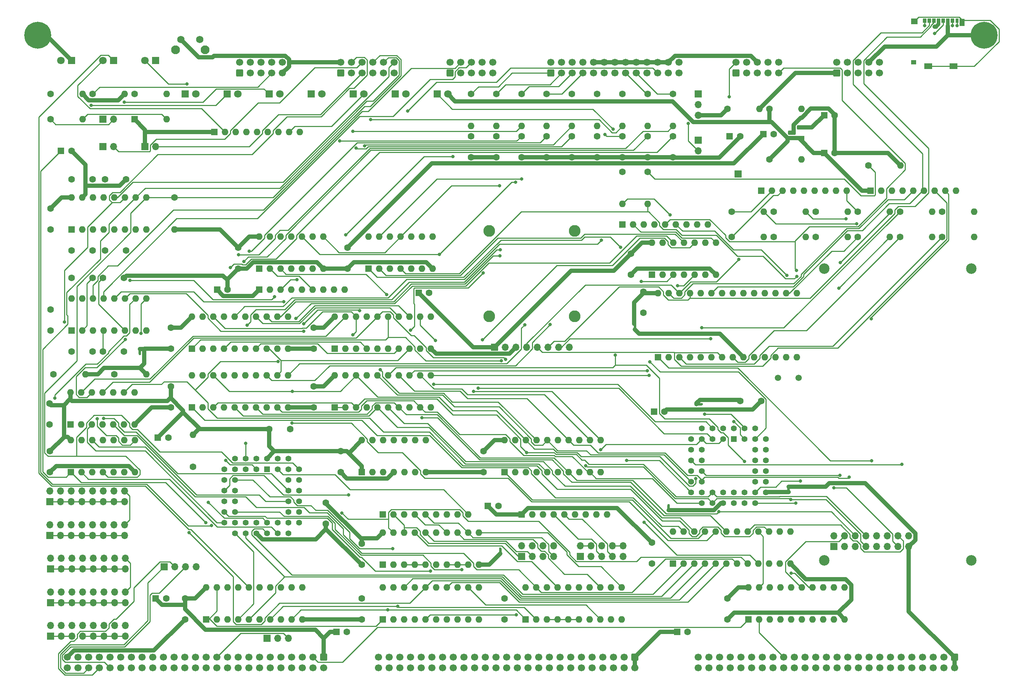
<source format=gbr>
%TF.GenerationSoftware,KiCad,Pcbnew,(6.0.11)*%
%TF.CreationDate,2024-02-24T19:33:49-05:00*%
%TF.ProjectId,input-output.Multi,696e7075-742d-46f7-9574-7075742e4d75,rev?*%
%TF.SameCoordinates,Original*%
%TF.FileFunction,Copper,L1,Top*%
%TF.FilePolarity,Positive*%
%FSLAX46Y46*%
G04 Gerber Fmt 4.6, Leading zero omitted, Abs format (unit mm)*
G04 Created by KiCad (PCBNEW (6.0.11)) date 2024-02-24 19:33:49*
%MOMM*%
%LPD*%
G01*
G04 APERTURE LIST*
G04 Aperture macros list*
%AMRoundRect*
0 Rectangle with rounded corners*
0 $1 Rounding radius*
0 $2 $3 $4 $5 $6 $7 $8 $9 X,Y pos of 4 corners*
0 Add a 4 corners polygon primitive as box body*
4,1,4,$2,$3,$4,$5,$6,$7,$8,$9,$2,$3,0*
0 Add four circle primitives for the rounded corners*
1,1,$1+$1,$2,$3*
1,1,$1+$1,$4,$5*
1,1,$1+$1,$6,$7*
1,1,$1+$1,$8,$9*
0 Add four rect primitives between the rounded corners*
20,1,$1+$1,$2,$3,$4,$5,0*
20,1,$1+$1,$4,$5,$6,$7,0*
20,1,$1+$1,$6,$7,$8,$9,0*
20,1,$1+$1,$8,$9,$2,$3,0*%
G04 Aperture macros list end*
%TA.AperFunction,ComponentPad*%
%ADD10C,1.600000*%
%TD*%
%TA.AperFunction,ComponentPad*%
%ADD11O,1.600000X1.600000*%
%TD*%
%TA.AperFunction,ComponentPad*%
%ADD12R,1.600000X1.600000*%
%TD*%
%TA.AperFunction,ComponentPad*%
%ADD13R,1.800000X1.800000*%
%TD*%
%TA.AperFunction,ComponentPad*%
%ADD14C,1.800000*%
%TD*%
%TA.AperFunction,ComponentPad*%
%ADD15C,6.400000*%
%TD*%
%TA.AperFunction,ComponentPad*%
%ADD16R,1.700000X1.700000*%
%TD*%
%TA.AperFunction,ComponentPad*%
%ADD17O,1.700000X1.700000*%
%TD*%
%TA.AperFunction,ComponentPad*%
%ADD18RoundRect,0.250000X0.600000X-0.600000X0.600000X0.600000X-0.600000X0.600000X-0.600000X-0.600000X0*%
%TD*%
%TA.AperFunction,ComponentPad*%
%ADD19C,1.700000*%
%TD*%
%TA.AperFunction,ComponentPad*%
%ADD20R,1.422400X1.422400*%
%TD*%
%TA.AperFunction,ComponentPad*%
%ADD21C,1.422400*%
%TD*%
%TA.AperFunction,ComponentPad*%
%ADD22R,1.800000X1.100000*%
%TD*%
%TA.AperFunction,ComponentPad*%
%ADD23RoundRect,0.275000X0.625000X-0.275000X0.625000X0.275000X-0.625000X0.275000X-0.625000X-0.275000X0*%
%TD*%
%TA.AperFunction,ComponentPad*%
%ADD24C,2.100000*%
%TD*%
%TA.AperFunction,ComponentPad*%
%ADD25C,1.750000*%
%TD*%
%TA.AperFunction,ComponentPad*%
%ADD26RoundRect,0.250000X-0.600000X0.600000X-0.600000X-0.600000X0.600000X-0.600000X0.600000X0.600000X0*%
%TD*%
%TA.AperFunction,SMDPad,CuDef*%
%ADD27R,0.850000X1.100000*%
%TD*%
%TA.AperFunction,SMDPad,CuDef*%
%ADD28R,0.750000X1.100000*%
%TD*%
%TA.AperFunction,SMDPad,CuDef*%
%ADD29R,1.200000X1.000000*%
%TD*%
%TA.AperFunction,SMDPad,CuDef*%
%ADD30R,1.170000X1.800000*%
%TD*%
%TA.AperFunction,SMDPad,CuDef*%
%ADD31R,1.900000X1.350000*%
%TD*%
%TA.AperFunction,SMDPad,CuDef*%
%ADD32R,1.550000X1.350000*%
%TD*%
%TA.AperFunction,ComponentPad*%
%ADD33C,1.500000*%
%TD*%
%TA.AperFunction,ComponentPad*%
%ADD34C,0.600000*%
%TD*%
%TA.AperFunction,WasherPad*%
%ADD35C,2.500000*%
%TD*%
%TA.AperFunction,ComponentPad*%
%ADD36C,2.794000*%
%TD*%
%TA.AperFunction,ViaPad*%
%ADD37C,0.800000*%
%TD*%
%TA.AperFunction,Conductor*%
%ADD38C,1.000000*%
%TD*%
%TA.AperFunction,Conductor*%
%ADD39C,0.250000*%
%TD*%
%TA.AperFunction,Conductor*%
%ADD40C,0.849800*%
%TD*%
%TA.AperFunction,Conductor*%
%ADD41C,0.599800*%
%TD*%
G04 APERTURE END LIST*
%TO.C,NT2*%
G36*
X150300000Y-198350000D02*
G01*
X149700000Y-198350000D01*
X149700000Y-197150000D01*
X150300000Y-197150000D01*
X150300000Y-198350000D01*
G37*
%TO.C,NT5*%
G36*
X218800000Y-183650000D02*
G01*
X218200000Y-183650000D01*
X218200000Y-182450000D01*
X218800000Y-182450000D01*
X218800000Y-183650000D01*
G37*
%TO.C,NT6*%
G36*
X182300000Y-145000000D02*
G01*
X181700000Y-145000000D01*
X181700000Y-143800000D01*
X182300000Y-143800000D01*
X182300000Y-145000000D01*
G37*
%TO.C,NT1*%
G36*
X197850000Y-163100000D02*
G01*
X196650000Y-163100000D01*
X196650000Y-162500000D01*
X197850000Y-162500000D01*
X197850000Y-163100000D01*
G37*
%TO.C,NT3*%
G36*
X64550000Y-150850000D02*
G01*
X63950000Y-150850000D01*
X63950000Y-149650000D01*
X64550000Y-149650000D01*
X64550000Y-150850000D01*
G37*
%TO.C,NT4*%
G36*
X190300000Y-188000000D02*
G01*
X189700000Y-188000000D01*
X189700000Y-186800000D01*
X190300000Y-186800000D01*
X190300000Y-188000000D01*
G37*
%TD*%
D10*
%TO.P,R29,1*%
%TO.N,/DUART/TTL_RXB*%
X76900000Y-177710000D03*
D11*
%TO.P,R29,2*%
%TO.N,VCC*%
X76900000Y-170090000D03*
%TD*%
D10*
%TO.P,R27,1*%
%TO.N,/DUART/TTL_RXA*%
X72500000Y-113590000D03*
D11*
%TO.P,R27,2*%
%TO.N,VCC*%
X72500000Y-121210000D03*
%TD*%
D12*
%TO.P,C1,1*%
%TO.N,/DUART/~{TTL_RIA}*%
X45500000Y-102500000D03*
D10*
%TO.P,C1,2*%
%TO.N,GND*%
X48000000Y-102500000D03*
%TD*%
D12*
%TO.P,C21,1*%
%TO.N,/USB-SD/VBUS*%
X204500000Y-99000000D03*
D10*
%TO.P,C21,2*%
%TO.N,GND*%
X207000000Y-99000000D03*
%TD*%
D12*
%TO.P,C22,1*%
%TO.N,/USB-SD/VDD3*%
X212500000Y-98500000D03*
D10*
%TO.P,C22,2*%
%TO.N,GND*%
X215000000Y-98500000D03*
%TD*%
%TO.P,C23,1*%
%TO.N,/USB-SD/VDD3*%
X113625000Y-125550000D03*
%TO.P,C23,2*%
%TO.N,GND*%
X113625000Y-130550000D03*
%TD*%
%TO.P,C24,1*%
%TO.N,/USB-SD/VDD2*%
X184000000Y-136000000D03*
%TO.P,C24,2*%
%TO.N,GND*%
X184000000Y-141000000D03*
%TD*%
%TO.P,C25,1*%
%TO.N,VCC*%
X42750000Y-162650000D03*
%TO.P,C25,2*%
%TO.N,GND*%
X42750000Y-167650000D03*
%TD*%
%TO.P,C26,1*%
%TO.N,VCC*%
X87625000Y-125550000D03*
%TO.P,C26,2*%
%TO.N,GND*%
X87625000Y-130550000D03*
%TD*%
%TO.P,C27,1*%
%TO.N,VCC*%
X186000000Y-195750000D03*
%TO.P,C27,2*%
%TO.N,GND*%
X186000000Y-200750000D03*
%TD*%
%TO.P,C28,1*%
%TO.N,VCC*%
X71625000Y-158550000D03*
%TO.P,C28,2*%
%TO.N,GND*%
X71625000Y-163550000D03*
%TD*%
%TO.P,C29,1*%
%TO.N,VCC*%
X71625000Y-144550000D03*
%TO.P,C29,2*%
%TO.N,GND*%
X71625000Y-149550000D03*
%TD*%
%TO.P,C30,1*%
%TO.N,VCC*%
X112000000Y-174000000D03*
%TO.P,C30,2*%
%TO.N,GND*%
X112000000Y-179000000D03*
%TD*%
%TO.P,C32,1*%
%TO.N,VCC*%
X204000000Y-209000000D03*
%TO.P,C32,2*%
%TO.N,GND*%
X204000000Y-214000000D03*
%TD*%
%TO.P,C33,1*%
%TO.N,VCC*%
X151000000Y-209000000D03*
%TO.P,C33,2*%
%TO.N,GND*%
X151000000Y-214000000D03*
%TD*%
D12*
%TO.P,C34,1*%
%TO.N,VCC*%
X186500000Y-164550000D03*
D10*
%TO.P,C34,2*%
%TO.N,GND*%
X189000000Y-164550000D03*
%TD*%
D12*
%TO.P,C35,1*%
%TO.N,VCC*%
X68000000Y-209000000D03*
D10*
%TO.P,C35,2*%
%TO.N,GND*%
X70500000Y-209000000D03*
%TD*%
D12*
%TO.P,C45,1*%
%TO.N,VCC*%
X82625000Y-135550000D03*
D10*
%TO.P,C45,2*%
%TO.N,GND*%
X85125000Y-135550000D03*
%TD*%
%TO.P,C46,1*%
%TO.N,VCC*%
X117000000Y-209000000D03*
%TO.P,C46,2*%
%TO.N,GND*%
X117000000Y-214000000D03*
%TD*%
%TO.P,C47,1*%
%TO.N,VCC*%
X181000000Y-127000000D03*
%TO.P,C47,2*%
%TO.N,GND*%
X181000000Y-132000000D03*
%TD*%
%TO.P,C48,1*%
%TO.N,VCC*%
X42875000Y-174000000D03*
%TO.P,C48,2*%
%TO.N,GND*%
X42875000Y-179000000D03*
%TD*%
%TO.P,C49,1*%
%TO.N,VCC*%
X108500000Y-186250000D03*
%TO.P,C49,2*%
%TO.N,GND*%
X108500000Y-191250000D03*
%TD*%
%TO.P,C53,1*%
%TO.N,VCC*%
X95000000Y-168750000D03*
%TO.P,C53,2*%
%TO.N,GND*%
X100000000Y-168750000D03*
%TD*%
D12*
%TO.P,C54,1*%
%TO.N,VCC*%
X111000000Y-217000000D03*
D10*
%TO.P,C54,2*%
%TO.N,GND*%
X113500000Y-217000000D03*
%TD*%
D12*
%TO.P,C55,1*%
%TO.N,VCC*%
X68544900Y-170750000D03*
D10*
%TO.P,C55,2*%
%TO.N,GND*%
X71044900Y-170750000D03*
%TD*%
%TO.P,C56,1*%
%TO.N,VCC*%
X117000000Y-196000000D03*
%TO.P,C56,2*%
%TO.N,GND*%
X117000000Y-201000000D03*
%TD*%
%TO.P,C57,1*%
%TO.N,VCC*%
X105625000Y-144550000D03*
%TO.P,C57,2*%
%TO.N,GND*%
X105625000Y-149550000D03*
%TD*%
D12*
%TO.P,C65,1*%
%TO.N,VCC*%
X147000000Y-187000000D03*
D10*
%TO.P,C65,2*%
%TO.N,GND*%
X149500000Y-187000000D03*
%TD*%
D12*
%TO.P,C66,1*%
%TO.N,VCC*%
X130544900Y-136250000D03*
D10*
%TO.P,C66,2*%
%TO.N,GND*%
X133044900Y-136250000D03*
%TD*%
D12*
%TO.P,C72,1*%
%TO.N,VCC*%
X227000000Y-94000000D03*
D10*
%TO.P,C72,2*%
%TO.N,GND*%
X229500000Y-94000000D03*
%TD*%
D12*
%TO.P,C73,1*%
%TO.N,VDD1*%
X227000000Y-103000000D03*
D10*
%TO.P,C73,2*%
%TO.N,GND*%
X229500000Y-103000000D03*
%TD*%
D12*
%TO.P,D1,1,K*%
%TO.N,VCC*%
X63000000Y-95000000D03*
D11*
%TO.P,D1,2,A*%
%TO.N,/DUART/~{TTL_RIA}*%
X70620000Y-95000000D03*
%TD*%
D13*
%TO.P,D10,1,K*%
%TO.N,Net-(D10-Pad1)*%
X135000000Y-89000000D03*
D14*
%TO.P,D10,2,A*%
%TO.N,VDD1*%
X137540000Y-89000000D03*
%TD*%
D15*
%TO.P,H2,1,1*%
%TO.N,GND*%
X265000000Y-75000000D03*
%TD*%
D16*
%TO.P,J3,1,Pin_1*%
%TO.N,VCC*%
X65500000Y-101500000D03*
D17*
%TO.P,J3,2,Pin_2*%
%TO.N,Net-(J3-Pad2)*%
X68040000Y-101500000D03*
%TD*%
D18*
%TO.P,J6,1,Pin_1*%
%TO.N,GND*%
X112000000Y-84000000D03*
D19*
%TO.P,J6,2,Pin_2*%
X112000000Y-81460000D03*
%TO.P,J6,3,Pin_3*%
%TO.N,/DUART/~{TTL_RTSB}*%
X114540000Y-84000000D03*
%TO.P,J6,4,Pin_4*%
%TO.N,/DUART/~{TTL_RTSA}*%
X114540000Y-81460000D03*
%TO.P,J6,5,Pin_5*%
%TO.N,Net-(J3-Pad2)*%
X117080000Y-84000000D03*
%TO.P,J6,6,Pin_6*%
%TO.N,Net-(J4-Pad2)*%
X117080000Y-81460000D03*
%TO.P,J6,7,Pin_7*%
%TO.N,/DUART/TTL_RXB*%
X119620000Y-84000000D03*
%TO.P,J6,8,Pin_8*%
%TO.N,/DUART/TTL_RXA*%
X119620000Y-81460000D03*
%TO.P,J6,9,Pin_9*%
%TO.N,/DUART/TTL_TXB*%
X122160000Y-84000000D03*
%TO.P,J6,10,Pin_10*%
%TO.N,/DUART/TTL_TXA*%
X122160000Y-81460000D03*
%TO.P,J6,11,Pin_11*%
%TO.N,/DUART/~{TTL_CTSB}*%
X124700000Y-84000000D03*
%TO.P,J6,12,Pin_12*%
%TO.N,/DUART/~{TTL_CTSA}*%
X124700000Y-81460000D03*
%TD*%
D16*
%TO.P,JP1,1,A*%
%TO.N,GND*%
X55500000Y-95000000D03*
D17*
%TO.P,JP1,2,B*%
%TO.N,Net-(JP1-Pad2)*%
X58040000Y-95000000D03*
%TD*%
D18*
%TO.P,P4,1,Pin_1*%
%TO.N,unconnected-(P4-Pad1)*%
X88000000Y-84000000D03*
D19*
%TO.P,P4,2,Pin_2*%
%TO.N,unconnected-(P4-Pad2)*%
X88000000Y-81460000D03*
%TO.P,P4,3,Pin_3*%
%TO.N,/DUART/RXA*%
X90540000Y-84000000D03*
%TO.P,P4,4,Pin_4*%
%TO.N,/DUART/~{RTSA}*%
X90540000Y-81460000D03*
%TO.P,P4,5,Pin_5*%
%TO.N,/DUART/TXA*%
X93080000Y-84000000D03*
%TO.P,P4,6,Pin_6*%
%TO.N,/DUART/~{CTSA}*%
X93080000Y-81460000D03*
%TO.P,P4,7,Pin_7*%
%TO.N,/DUART/~{DTRA}*%
X95620000Y-84000000D03*
%TO.P,P4,8,Pin_8*%
%TO.N,unconnected-(P4-Pad8)*%
X95620000Y-81460000D03*
%TO.P,P4,9,Pin_9*%
%TO.N,GND*%
X98160000Y-84000000D03*
%TO.P,P4,10,Pin_10*%
%TO.N,unconnected-(P4-Pad10)*%
X98160000Y-81460000D03*
%TD*%
D18*
%TO.P,P5,1,Pin_1*%
%TO.N,unconnected-(P5-Pad1)*%
X138000000Y-84000000D03*
D19*
%TO.P,P5,2,Pin_2*%
%TO.N,unconnected-(P5-Pad2)*%
X138000000Y-81460000D03*
%TO.P,P5,3,Pin_3*%
%TO.N,/DUART/RXB*%
X140540000Y-84000000D03*
%TO.P,P5,4,Pin_4*%
%TO.N,/DUART/~{RTSB}*%
X140540000Y-81460000D03*
%TO.P,P5,5,Pin_5*%
%TO.N,/DUART/TXB*%
X143080000Y-84000000D03*
%TO.P,P5,6,Pin_6*%
%TO.N,/DUART/~{CTSB}*%
X143080000Y-81460000D03*
%TO.P,P5,7,Pin_7*%
%TO.N,/DUART/~{DTRB}*%
X145620000Y-84000000D03*
%TO.P,P5,8,Pin_8*%
%TO.N,unconnected-(P5-Pad8)*%
X145620000Y-81460000D03*
%TO.P,P5,9,Pin_9*%
%TO.N,GND*%
X148160000Y-84000000D03*
%TO.P,P5,10,Pin_10*%
%TO.N,unconnected-(P5-Pad10)*%
X148160000Y-81460000D03*
%TD*%
D10*
%TO.P,R2,1*%
%TO.N,Net-(JP1-Pad2)*%
X43000000Y-95000000D03*
D11*
%TO.P,R2,2*%
%TO.N,/DUART/~{TTL_RIA}*%
X50620000Y-95000000D03*
%TD*%
D10*
%TO.P,R5,1*%
%TO.N,/DUART/~{DTRA}*%
X53000000Y-89000000D03*
D11*
%TO.P,R5,2*%
%TO.N,VCC*%
X60620000Y-89000000D03*
%TD*%
D10*
%TO.P,R8,1*%
%TO.N,/DUART/~{DTRB}*%
X63000000Y-89000000D03*
D11*
%TO.P,R8,2*%
%TO.N,VCC*%
X70620000Y-89000000D03*
%TD*%
D10*
%TO.P,R9,1*%
%TO.N,/DUART/INTB*%
X43690000Y-155650000D03*
D11*
%TO.P,R9,2*%
%TO.N,GND*%
X51310000Y-155650000D03*
%TD*%
D10*
%TO.P,R12,1*%
%TO.N,/DUART/INTA*%
X58190000Y-155650000D03*
D11*
%TO.P,R12,2*%
%TO.N,GND*%
X65810000Y-155650000D03*
%TD*%
D10*
%TO.P,R26,1*%
%TO.N,/parallel/PD7*%
X191000000Y-89000000D03*
D11*
%TO.P,R26,2*%
%TO.N,Net-(R26-Pad2)*%
X191000000Y-96620000D03*
%TD*%
D10*
%TO.P,R31,1*%
%TO.N,VCC*%
X204000000Y-92500000D03*
D11*
%TO.P,R31,2*%
%TO.N,/USB-SD/VBUS*%
X211620000Y-92500000D03*
%TD*%
D10*
%TO.P,R32,1*%
%TO.N,VDD1*%
X214000000Y-92500000D03*
D11*
%TO.P,R32,2*%
%TO.N,Net-(J8-Pad1)*%
X221620000Y-92500000D03*
%TD*%
D10*
%TO.P,R33,1*%
%TO.N,VDD1*%
X214000000Y-104500000D03*
D11*
%TO.P,R33,2*%
%TO.N,/USB-SD/VDD3*%
X221620000Y-104500000D03*
%TD*%
D10*
%TO.P,R35,1*%
%TO.N,Net-(D10-Pad1)*%
X179000000Y-107500000D03*
D11*
%TO.P,R35,2*%
%TO.N,Net-(R35-Pad2)*%
X179000000Y-115120000D03*
%TD*%
D10*
%TO.P,R36,1*%
%TO.N,/USB-SD/RST*%
X237500000Y-106000000D03*
D11*
%TO.P,R36,2*%
%TO.N,GND*%
X245120000Y-106000000D03*
%TD*%
D12*
%TO.P,RN1,1,common*%
%TO.N,VDD1*%
X212000000Y-112000000D03*
D11*
%TO.P,RN1,2,R1*%
%TO.N,Net-(R16-Pad1)*%
X214540000Y-112000000D03*
%TO.P,RN1,3,R2*%
%TO.N,Net-(R6-Pad1)*%
X217080000Y-112000000D03*
%TO.P,RN1,4,R3*%
%TO.N,Net-(R15-Pad1)*%
X219620000Y-112000000D03*
%TO.P,RN1,5,R4*%
%TO.N,Net-(R4-Pad1)*%
X222160000Y-112000000D03*
%TO.P,RN1,6,R5*%
%TO.N,Net-(R14-Pad1)*%
X224700000Y-112000000D03*
%TO.P,RN1,7,R6*%
%TO.N,Net-(R3-Pad1)*%
X227240000Y-112000000D03*
%TO.P,RN1,8,R7*%
%TO.N,Net-(R13-Pad1)*%
X229780000Y-112000000D03*
%TO.P,RN1,9,R8*%
%TO.N,Net-(R1-Pad1)*%
X232320000Y-112000000D03*
%TD*%
D12*
%TO.P,RN4,1,common*%
%TO.N,VDD1*%
X238000000Y-112000000D03*
D11*
%TO.P,RN4,2,R1*%
%TO.N,Net-(R7-Pad1)*%
X240540000Y-112000000D03*
%TO.P,RN4,3,R2*%
%TO.N,Net-(R21-Pad1)*%
X243080000Y-112000000D03*
%TO.P,RN4,4,R3*%
%TO.N,Net-(R10-Pad1)*%
X245620000Y-112000000D03*
%TO.P,RN4,5,R4*%
%TO.N,Net-(R22-Pad1)*%
X248160000Y-112000000D03*
%TO.P,RN4,6,R5*%
%TO.N,/USB-SD/SDCS*%
X250700000Y-112000000D03*
%TO.P,RN4,7,R6*%
%TO.N,/USB-SD/SDDO*%
X253240000Y-112000000D03*
%TO.P,RN4,8,R7*%
%TO.N,/USB-SD/~{INT-USB}*%
X255780000Y-112000000D03*
%TO.P,RN4,9,R8*%
%TO.N,unconnected-(RN4-Pad9)*%
X258320000Y-112000000D03*
%TD*%
D12*
%TO.P,RN8,1,common*%
%TO.N,VCC*%
X179000000Y-120000000D03*
D11*
%TO.P,RN8,2,R1*%
%TO.N,/kbdmse/MSECLK*%
X181540000Y-120000000D03*
%TO.P,RN8,3,R2*%
%TO.N,/kbdmse/KBDCLK*%
X184080000Y-120000000D03*
%TO.P,RN8,4,R3*%
%TO.N,/kbdmse/MSEDAT*%
X186620000Y-120000000D03*
%TO.P,RN8,5,R4*%
%TO.N,/kbdmse/KBDDAT*%
X189160000Y-120000000D03*
%TO.P,RN8,6,R5*%
%TO.N,/kbdmse/PROG*%
X191700000Y-120000000D03*
%TO.P,RN8,7,R6*%
%TO.N,unconnected-(RN8-Pad7)*%
X194240000Y-120000000D03*
%TO.P,RN8,8,R7*%
%TO.N,unconnected-(RN8-Pad8)*%
X196780000Y-120000000D03*
%TO.P,RN8,9,R8*%
%TO.N,unconnected-(RN8-Pad9)*%
X199320000Y-120000000D03*
%TD*%
D16*
%TO.P,SW2,1,Pin_1*%
%TO.N,Net-(RN5-Pad2)*%
X155000000Y-199000000D03*
D17*
%TO.P,SW2,2,Pin_2*%
%TO.N,ZERO*%
X155000000Y-196460000D03*
%TO.P,SW2,3,Pin_3*%
%TO.N,Net-(RN5-Pad3)*%
X157540000Y-199000000D03*
%TO.P,SW2,4,Pin_4*%
%TO.N,ZERO*%
X157540000Y-196460000D03*
%TO.P,SW2,5,Pin_5*%
%TO.N,Net-(RN5-Pad4)*%
X160080000Y-199000000D03*
%TO.P,SW2,6,Pin_6*%
%TO.N,ZERO*%
X160080000Y-196460000D03*
%TO.P,SW2,7,Pin_7*%
%TO.N,Net-(RN5-Pad5)*%
X162620000Y-199000000D03*
%TO.P,SW2,8,Pin_8*%
%TO.N,ZERO*%
X162620000Y-196460000D03*
%TD*%
D12*
%TO.P,U2,1,G*%
%TO.N,~{bIORQ}*%
X122000000Y-201000000D03*
D11*
%TO.P,U2,2,P0*%
%TO.N,~{bM1}*%
X124540000Y-201000000D03*
%TO.P,U2,3,R0*%
%TO.N,Net-(RN5-Pad6)*%
X127080000Y-201000000D03*
%TO.P,U2,4,P1*%
X129620000Y-201000000D03*
%TO.P,U2,5,R1*%
X132160000Y-201000000D03*
%TO.P,U2,6,P2*%
X134700000Y-201000000D03*
%TO.P,U2,7,R2*%
X137240000Y-201000000D03*
%TO.P,U2,8,P3*%
X139780000Y-201000000D03*
%TO.P,U2,9,R3*%
X142320000Y-201000000D03*
%TO.P,U2,10,GND*%
%TO.N,GND*%
X144860000Y-201000000D03*
%TO.P,U2,11,P4*%
%TO.N,bA4*%
X144860000Y-193380000D03*
%TO.P,U2,12,R4*%
%TO.N,Net-(RN5-Pad5)*%
X142320000Y-193380000D03*
%TO.P,U2,13,P5*%
%TO.N,bA5*%
X139780000Y-193380000D03*
%TO.P,U2,14,R5*%
%TO.N,Net-(RN5-Pad4)*%
X137240000Y-193380000D03*
%TO.P,U2,15,P6*%
%TO.N,bA6*%
X134700000Y-193380000D03*
%TO.P,U2,16,R6*%
%TO.N,Net-(RN5-Pad3)*%
X132160000Y-193380000D03*
%TO.P,U2,17,P7*%
%TO.N,bA7*%
X129620000Y-193380000D03*
%TO.P,U2,18,R7*%
%TO.N,Net-(RN5-Pad2)*%
X127080000Y-193380000D03*
%TO.P,U2,19,P=R*%
%TO.N,~{CS_DUART}*%
X124540000Y-193380000D03*
%TO.P,U2,20,VCC*%
%TO.N,VCC*%
X122000000Y-193380000D03*
%TD*%
D12*
%TO.P,U3,1,OEa*%
%TO.N,ZERO*%
X122000000Y-214000000D03*
D11*
%TO.P,U3,2,I0a*%
%TO.N,A0*%
X124540000Y-214000000D03*
%TO.P,U3,3,O3b*%
%TO.N,bA7*%
X127080000Y-214000000D03*
%TO.P,U3,4,I1a*%
%TO.N,A1*%
X129620000Y-214000000D03*
%TO.P,U3,5,O2b*%
%TO.N,bA6*%
X132160000Y-214000000D03*
%TO.P,U3,6,I2a*%
%TO.N,A2*%
X134700000Y-214000000D03*
%TO.P,U3,7,O1b*%
%TO.N,bA5*%
X137240000Y-214000000D03*
%TO.P,U3,8,I3a*%
%TO.N,A3*%
X139780000Y-214000000D03*
%TO.P,U3,9,O0b*%
%TO.N,bA4*%
X142320000Y-214000000D03*
%TO.P,U3,10,GND*%
%TO.N,GND*%
X144860000Y-214000000D03*
%TO.P,U3,11,I0b*%
%TO.N,A4*%
X144860000Y-206380000D03*
%TO.P,U3,12,O3a*%
%TO.N,bA3*%
X142320000Y-206380000D03*
%TO.P,U3,13,I1b*%
%TO.N,A5*%
X139780000Y-206380000D03*
%TO.P,U3,14,O2a*%
%TO.N,bA2*%
X137240000Y-206380000D03*
%TO.P,U3,15,I2b*%
%TO.N,A6*%
X134700000Y-206380000D03*
%TO.P,U3,16,O1a*%
%TO.N,bA1*%
X132160000Y-206380000D03*
%TO.P,U3,17,I3b*%
%TO.N,A7*%
X129620000Y-206380000D03*
%TO.P,U3,18,O0a*%
%TO.N,bA0*%
X127080000Y-206380000D03*
%TO.P,U3,19,OEb*%
%TO.N,ZERO*%
X124540000Y-206380000D03*
%TO.P,U3,20,VCC*%
%TO.N,VCC*%
X122000000Y-206380000D03*
%TD*%
D20*
%TO.P,U4,1,~{TXRDYA}*%
%TO.N,unconnected-(U4-Pad1)*%
X94500000Y-178250000D03*
D21*
%TO.P,U4,2,D0*%
%TO.N,bD0*%
X91960000Y-175710000D03*
%TO.P,U4,3,D1*%
%TO.N,bD1*%
X91960000Y-178250000D03*
%TO.P,U4,4,D2*%
%TO.N,bD2*%
X89420000Y-175710000D03*
%TO.P,U4,5,D3*%
%TO.N,bD3*%
X89420000Y-178250000D03*
%TO.P,U4,6,D4*%
%TO.N,bD4*%
X86880000Y-175710000D03*
%TO.P,U4,7,D5*%
%TO.N,bD5*%
X84340000Y-178250000D03*
%TO.P,U4,8,D6*%
%TO.N,bD6*%
X86880000Y-178250000D03*
%TO.P,U4,9,D7*%
%TO.N,bD7*%
X84340000Y-180790000D03*
%TO.P,U4,10,A0*%
%TO.N,bA0*%
X86880000Y-180790000D03*
%TO.P,U4,11,XTAL1*%
%TO.N,CLK_DUART*%
X84340000Y-183330000D03*
%TO.P,U4,12,GND*%
%TO.N,/DUART/GND_UART*%
X86880000Y-183330000D03*
%TO.P,U4,13,XTAL2*%
%TO.N,unconnected-(U4-Pad13)*%
X84340000Y-185870000D03*
%TO.P,U4,14,A1*%
%TO.N,bA1*%
X86880000Y-185870000D03*
%TO.P,U4,15,A2*%
%TO.N,bA2*%
X84340000Y-188410000D03*
%TO.P,U4,16,CHSEL*%
%TO.N,bA3*%
X86880000Y-188410000D03*
%TO.P,U4,17,INTB*%
%TO.N,/DUART/INTB*%
X84340000Y-190950000D03*
%TO.P,U4,18,~{CS}*%
%TO.N,~{CS_DUART}*%
X86880000Y-193490000D03*
%TO.P,U4,19,~{MFB}*%
%TO.N,unconnected-(U4-Pad19)*%
X86880000Y-190950000D03*
%TO.P,U4,20,~{IOW}*%
%TO.N,~{bWR}*%
X89420000Y-193490000D03*
%TO.P,U4,21,RESET*%
%TO.N,bRESET*%
X89420000Y-190950000D03*
%TO.P,U4,22,GND*%
%TO.N,GND*%
X91960000Y-193490000D03*
%TO.P,U4,23,~{RTSB}*%
%TO.N,/DUART/~{TTL_RTSB}*%
X91960000Y-190950000D03*
%TO.P,U4,24,~{IOR}*%
%TO.N,~{bRD}*%
X94500000Y-193490000D03*
%TO.P,U4,25,RXB*%
%TO.N,/DUART/TTL_RXB*%
X94500000Y-190950000D03*
%TO.P,U4,26,TXB*%
%TO.N,/DUART/TTL_TXB*%
X97040000Y-193490000D03*
%TO.P,U4,27,~{DTRB}*%
%TO.N,unconnected-(U4-Pad27)*%
X97040000Y-190950000D03*
%TO.P,U4,28,~{CTSB}*%
%TO.N,/DUART/~{TTL_CTSB}*%
X99580000Y-193490000D03*
%TO.P,U4,29,~{DSRB}*%
%TO.N,unconnected-(U4-Pad29)*%
X102120000Y-190950000D03*
%TO.P,U4,30,~{CDB}*%
%TO.N,unconnected-(U4-Pad30)*%
X99580000Y-190950000D03*
%TO.P,U4,31,~{RIB}*%
%TO.N,unconnected-(U4-Pad31)*%
X102120000Y-188410000D03*
%TO.P,U4,32,~{TXRDYB}*%
%TO.N,unconnected-(U4-Pad32)*%
X99580000Y-188410000D03*
%TO.P,U4,33,VCC*%
%TO.N,VCC*%
X102120000Y-185870000D03*
%TO.P,U4,34,INTA*%
%TO.N,/DUART/INTA*%
X99580000Y-185870000D03*
%TO.P,U4,35,~{MFA}*%
%TO.N,unconnected-(U4-Pad35)*%
X102120000Y-183330000D03*
%TO.P,U4,36,~{RTSA}*%
%TO.N,/DUART/~{TTL_RTSA}*%
X99580000Y-183330000D03*
%TO.P,U4,37,~{DTRA}*%
%TO.N,unconnected-(U4-Pad37)*%
X102120000Y-180790000D03*
%TO.P,U4,38,TXA*%
%TO.N,/DUART/TTL_TXA*%
X99580000Y-180790000D03*
%TO.P,U4,39,RXA*%
%TO.N,/DUART/TTL_RXA*%
X102120000Y-178250000D03*
%TO.P,U4,40,~{CTSA}*%
%TO.N,/DUART/~{TTL_CTSA}*%
X99580000Y-175710000D03*
%TO.P,U4,41,~{DSRA}*%
%TO.N,unconnected-(U4-Pad41)*%
X99580000Y-178250000D03*
%TO.P,U4,42,~{CDA}*%
%TO.N,unconnected-(U4-Pad42)*%
X97040000Y-175710000D03*
%TO.P,U4,43,~{RIA}*%
%TO.N,/DUART/~{TTL_RIA}*%
X97040000Y-178250000D03*
%TO.P,U4,44,VCC*%
%TO.N,VCC*%
X94500000Y-175710000D03*
%TD*%
D12*
%TO.P,U5,1,A->B*%
%TO.N,~{RD}*%
X209000000Y-214000000D03*
D11*
%TO.P,U5,2,A0*%
%TO.N,D0*%
X211540000Y-214000000D03*
%TO.P,U5,3,A1*%
%TO.N,D1*%
X214080000Y-214000000D03*
%TO.P,U5,4,A2*%
%TO.N,D2*%
X216620000Y-214000000D03*
%TO.P,U5,5,A3*%
%TO.N,D3*%
X219160000Y-214000000D03*
%TO.P,U5,6,A4*%
%TO.N,D4*%
X221700000Y-214000000D03*
%TO.P,U5,7,A5*%
%TO.N,D5*%
X224240000Y-214000000D03*
%TO.P,U5,8,A6*%
%TO.N,D6*%
X226780000Y-214000000D03*
%TO.P,U5,9,A7*%
%TO.N,D7*%
X229320000Y-214000000D03*
%TO.P,U5,10,GND*%
%TO.N,GND*%
X231860000Y-214000000D03*
%TO.P,U5,11,B7*%
%TO.N,bD7*%
X231860000Y-206380000D03*
%TO.P,U5,12,B6*%
%TO.N,bD6*%
X229320000Y-206380000D03*
%TO.P,U5,13,B5*%
%TO.N,bD5*%
X226780000Y-206380000D03*
%TO.P,U5,14,B4*%
%TO.N,bD4*%
X224240000Y-206380000D03*
%TO.P,U5,15,B3*%
%TO.N,bD3*%
X221700000Y-206380000D03*
%TO.P,U5,16,B2*%
%TO.N,bD2*%
X219160000Y-206380000D03*
%TO.P,U5,17,B1*%
%TO.N,bD1*%
X216620000Y-206380000D03*
%TO.P,U5,18,B0*%
%TO.N,bD0*%
X214080000Y-206380000D03*
%TO.P,U5,19,CE*%
%TO.N,~{BUS_EN}*%
X211540000Y-206380000D03*
%TO.P,U5,20,VCC*%
%TO.N,VCC*%
X209000000Y-206380000D03*
%TD*%
D12*
%TO.P,U6,1,Pin_1*%
%TO.N,VCC*%
X117000000Y-179000000D03*
D11*
%TO.P,U6,2,Pin_2*%
%TO.N,unconnected-(U6-Pad2)*%
X119540000Y-179000000D03*
%TO.P,U6,3,Pin_3*%
%TO.N,unconnected-(U6-Pad3)*%
X122080000Y-179000000D03*
%TO.P,U6,4,Pin_4*%
%TO.N,GND*%
X124620000Y-179000000D03*
%TO.P,U6,5,Pin_5*%
%TO.N,unconnected-(U6-Pad5)*%
X127160000Y-179000000D03*
%TO.P,U6,6,Pin_6*%
%TO.N,unconnected-(U6-Pad6)*%
X129700000Y-179000000D03*
%TO.P,U6,7,Pin_7*%
%TO.N,GND*%
X132240000Y-179000000D03*
%TO.P,U6,8,Pin_8*%
%TO.N,CLK_DUART*%
X132240000Y-171380000D03*
%TO.P,U6,9,Pin_9*%
%TO.N,unconnected-(U6-Pad9)*%
X129700000Y-171380000D03*
%TO.P,U6,10,Pin_10*%
%TO.N,unconnected-(U6-Pad10)*%
X127160000Y-171380000D03*
%TO.P,U6,11,Pin_11*%
%TO.N,CLK_DUART*%
X124620000Y-171380000D03*
%TO.P,U6,12,Pin_12*%
%TO.N,unconnected-(U6-Pad12)*%
X122080000Y-171380000D03*
%TO.P,U6,13,Pin_13*%
%TO.N,unconnected-(U6-Pad13)*%
X119540000Y-171380000D03*
%TO.P,U6,14,Pin_14*%
%TO.N,VCC*%
X117000000Y-171380000D03*
%TD*%
D12*
%TO.P,U7,1,OEa*%
%TO.N,ZERO*%
X80000000Y-214000000D03*
D11*
%TO.P,U7,2,I0a*%
%TO.N,Net-(J20-Pad2)*%
X82540000Y-214000000D03*
%TO.P,U7,3,O3b*%
%TO.N,~{bRD}*%
X85080000Y-214000000D03*
%TO.P,U7,4,I1a*%
%TO.N,~{CS_DUART}*%
X87620000Y-214000000D03*
%TO.P,U7,5,O2b*%
%TO.N,~{bWR}*%
X90160000Y-214000000D03*
%TO.P,U7,6,I2a*%
%TO.N,unconnected-(U7-Pad6)*%
X92700000Y-214000000D03*
%TO.P,U7,7,O1b*%
%TO.N,~{bM1}*%
X95240000Y-214000000D03*
%TO.P,U7,8,I3a*%
%TO.N,unconnected-(U7-Pad8)*%
X97780000Y-214000000D03*
%TO.P,U7,9,O0b*%
%TO.N,~{bIORQ}*%
X100320000Y-214000000D03*
%TO.P,U7,10,GND*%
%TO.N,GND*%
X102860000Y-214000000D03*
%TO.P,U7,11,I0b*%
%TO.N,~{IORQ}*%
X102860000Y-206380000D03*
%TO.P,U7,12,O3a*%
%TO.N,unconnected-(U7-Pad12)*%
X100320000Y-206380000D03*
%TO.P,U7,13,I1b*%
%TO.N,~{M1}*%
X97780000Y-206380000D03*
%TO.P,U7,14,O2a*%
%TO.N,unconnected-(U7-Pad14)*%
X95240000Y-206380000D03*
%TO.P,U7,15,I2b*%
%TO.N,~{WR}*%
X92700000Y-206380000D03*
%TO.P,U7,16,O1a*%
%TO.N,Net-(D2-Pad1)*%
X90160000Y-206380000D03*
%TO.P,U7,17,I3b*%
%TO.N,~{RD}*%
X87620000Y-206380000D03*
%TO.P,U7,18,O0a*%
%TO.N,~{bRESET}*%
X85080000Y-206380000D03*
%TO.P,U7,19,OEb*%
%TO.N,ZERO*%
X82540000Y-206380000D03*
%TO.P,U7,20,VCC*%
%TO.N,VCC*%
X80000000Y-206380000D03*
%TD*%
D12*
%TO.P,U10,1*%
%TO.N,/DUART/TTL_TXA*%
X47875000Y-179000000D03*
D11*
%TO.P,U10,2*%
%TO.N,/DUART/TTL_TXB*%
X50415000Y-179000000D03*
%TO.P,U10,3*%
%TO.N,Net-(D4-Pad1)*%
X52955000Y-179000000D03*
%TO.P,U10,4*%
%TO.N,/DUART/TTL_RXA*%
X55495000Y-179000000D03*
%TO.P,U10,5*%
%TO.N,/DUART/TTL_RXB*%
X58035000Y-179000000D03*
%TO.P,U10,6*%
%TO.N,Net-(D5-Pad1)*%
X60575000Y-179000000D03*
%TO.P,U10,7,GND*%
%TO.N,GND*%
X63115000Y-179000000D03*
%TO.P,U10,8*%
%TO.N,Net-(D3-Pad1)*%
X63115000Y-171380000D03*
%TO.P,U10,9*%
%TO.N,/DUART/~{INTA}*%
X60575000Y-171380000D03*
%TO.P,U10,10*%
%TO.N,/DUART/~{INTB}*%
X58035000Y-171380000D03*
%TO.P,U10,11*%
%TO.N,Net-(D9-Pad1)*%
X55495000Y-171380000D03*
%TO.P,U10,12*%
%TO.N,~{CS_PAR}*%
X52955000Y-171380000D03*
%TO.P,U10,13*%
X50415000Y-171380000D03*
%TO.P,U10,14,VCC*%
%TO.N,VCC*%
X47875000Y-171380000D03*
%TD*%
D12*
%TO.P,U16,1*%
%TO.N,/USB-SD/~{INT-USB}*%
X118625000Y-130550000D03*
D11*
%TO.P,U16,2*%
%TO.N,Net-(U16-Pad2)*%
X121165000Y-130550000D03*
%TO.P,U16,3*%
%TO.N,~{bRESET}*%
X123705000Y-130550000D03*
%TO.P,U16,4*%
%TO.N,bRESET*%
X126245000Y-130550000D03*
%TO.P,U16,5*%
%TO.N,Net-(U16-Pad5)*%
X128785000Y-130550000D03*
%TO.P,U16,6*%
%TO.N,Net-(U16-Pad6)*%
X131325000Y-130550000D03*
%TO.P,U16,7,GND*%
%TO.N,GND*%
X133865000Y-130550000D03*
%TO.P,U16,8*%
%TO.N,Net-(U16-Pad8)*%
X133865000Y-122930000D03*
%TO.P,U16,9*%
%TO.N,/parallel/~{STROBE}*%
X131325000Y-122930000D03*
%TO.P,U16,10*%
%TO.N,Net-(U16-Pad10)*%
X128785000Y-122930000D03*
%TO.P,U16,11*%
%TO.N,/parallel/~{LINEFEED}*%
X126245000Y-122930000D03*
%TO.P,U16,12*%
%TO.N,Net-(U16-Pad12)*%
X123705000Y-122930000D03*
%TO.P,U16,13*%
%TO.N,/parallel/~{SEL}*%
X121165000Y-122930000D03*
%TO.P,U16,14,VCC*%
%TO.N,VCC*%
X118625000Y-122930000D03*
%TD*%
D12*
%TO.P,U19,1*%
%TO.N,/parallel/~{BUSY}*%
X92625000Y-130550000D03*
D11*
%TO.P,U19,2*%
%TO.N,/parallel/BUSY*%
X95165000Y-130550000D03*
%TO.P,U19,3*%
%TO.N,Net-(U19-Pad3)*%
X97705000Y-130550000D03*
%TO.P,U19,4*%
%TO.N,/parallel/~{SEL}*%
X100245000Y-130550000D03*
%TO.P,U19,5*%
%TO.N,Net-(U19-Pad5)*%
X102785000Y-130550000D03*
%TO.P,U19,6*%
%TO.N,Net-(R28-Pad2)*%
X105325000Y-130550000D03*
%TO.P,U19,7,GND*%
%TO.N,GND*%
X107865000Y-130550000D03*
%TO.P,U19,8*%
%TO.N,/parallel/~{LINEFEED}*%
X107865000Y-122930000D03*
%TO.P,U19,9*%
%TO.N,Net-(U19-Pad9)*%
X105325000Y-122930000D03*
%TO.P,U19,10*%
%TO.N,/parallel/P-RESET*%
X102785000Y-122930000D03*
%TO.P,U19,11*%
%TO.N,Net-(U16-Pad6)*%
X100245000Y-122930000D03*
%TO.P,U19,12*%
%TO.N,/parallel/~{INT_PAR}*%
X97705000Y-122930000D03*
%TO.P,U19,13*%
%TO.N,INT_PAR*%
X95165000Y-122930000D03*
%TO.P,U19,14,VCC*%
%TO.N,VCC*%
X92625000Y-122930000D03*
%TD*%
D12*
%TO.P,U21,1,OEa*%
%TO.N,~{PARIN1}*%
X110625000Y-163550000D03*
D11*
%TO.P,U21,2,I0a*%
X113165000Y-163550000D03*
%TO.P,U21,3,O3b*%
%TO.N,bD7*%
X115705000Y-163550000D03*
%TO.P,U21,4,I1a*%
%TO.N,~{PARIN1}*%
X118245000Y-163550000D03*
%TO.P,U21,5,O2b*%
%TO.N,bD6*%
X120785000Y-163550000D03*
%TO.P,U21,6,I2a*%
%TO.N,~{PARIN1}*%
X123325000Y-163550000D03*
%TO.P,U21,7,O1b*%
%TO.N,bD5*%
X125865000Y-163550000D03*
%TO.P,U21,8,I3a*%
%TO.N,/parallel/ERROR*%
X128405000Y-163550000D03*
%TO.P,U21,9,O0b*%
%TO.N,bD4*%
X130945000Y-163550000D03*
%TO.P,U21,10,GND*%
%TO.N,GND*%
X133485000Y-163550000D03*
%TO.P,U21,11,I0b*%
%TO.N,/parallel/SELECT*%
X133485000Y-155930000D03*
%TO.P,U21,12,O3a*%
%TO.N,bD3*%
X130945000Y-155930000D03*
%TO.P,U21,13,I1b*%
%TO.N,/parallel/PAPEROUT*%
X128405000Y-155930000D03*
%TO.P,U21,14,O2a*%
%TO.N,bD2*%
X125865000Y-155930000D03*
%TO.P,U21,15,I2b*%
%TO.N,ACK*%
X123325000Y-155930000D03*
%TO.P,U21,16,O1a*%
%TO.N,bD1*%
X120785000Y-155930000D03*
%TO.P,U21,17,I3b*%
%TO.N,/parallel/BUSY*%
X118245000Y-155930000D03*
%TO.P,U21,18,O0a*%
%TO.N,bD0*%
X115705000Y-155930000D03*
%TO.P,U21,19,OEb*%
%TO.N,~{PARIN1}*%
X113165000Y-155930000D03*
%TO.P,U21,20,VCC*%
%TO.N,VCC*%
X110625000Y-155930000D03*
%TD*%
D12*
%TO.P,U25,1*%
%TO.N,Net-(U25-Pad1)*%
X186000000Y-132000000D03*
D11*
%TO.P,U25,2*%
%TO.N,/kbdmse/KBDDAT*%
X188540000Y-132000000D03*
%TO.P,U25,3*%
%TO.N,Net-(U25-Pad3)*%
X191080000Y-132000000D03*
%TO.P,U25,4*%
%TO.N,/kbdmse/KBDCLK*%
X193620000Y-132000000D03*
%TO.P,U25,5*%
%TO.N,Net-(U25-Pad5)*%
X196160000Y-132000000D03*
%TO.P,U25,6*%
%TO.N,/kbdmse/MSEDAT*%
X198700000Y-132000000D03*
%TO.P,U25,7,GND*%
%TO.N,GND*%
X201240000Y-132000000D03*
%TO.P,U25,8*%
%TO.N,/kbdmse/MSECLK*%
X201240000Y-124380000D03*
%TO.P,U25,9*%
%TO.N,Net-(U25-Pad9)*%
X198700000Y-124380000D03*
%TO.P,U25,10*%
%TO.N,Net-(J12-Pad1)*%
X196160000Y-124380000D03*
%TO.P,U25,11*%
%TO.N,Net-(U16-Pad2)*%
X193620000Y-124380000D03*
%TO.P,U25,12*%
%TO.N,/kbdmse/~{INT_KM}*%
X191080000Y-124380000D03*
%TO.P,U25,13*%
%TO.N,INT_KM*%
X188540000Y-124380000D03*
%TO.P,U25,14,VCC*%
%TO.N,VCC*%
X186000000Y-124380000D03*
%TD*%
D20*
%TO.P,U26,1,NC*%
%TO.N,unconnected-(U26-Pad1)*%
X205500000Y-171050000D03*
D21*
%TO.P,U26,2,T0*%
%TO.N,/kbdmse/KBDCLK*%
X202960000Y-168510000D03*
%TO.P,U26,3,X1*%
%TO.N,ZERO*%
X202960000Y-171050000D03*
%TO.P,U26,4,X2*%
%TO.N,CLK_DUART*%
X200420000Y-168510000D03*
%TO.P,U26,5,RESET*%
%TO.N,~{bRESET}*%
X200420000Y-171050000D03*
%TO.P,U26,6,SS*%
%TO.N,ONE*%
X197880000Y-168510000D03*
%TO.P,U26,7,CS*%
%TO.N,~{CS_KM}*%
X195340000Y-171050000D03*
%TO.P,U26,8,EA*%
%TO.N,ZERO*%
X197880000Y-171050000D03*
%TO.P,U26,9,RD*%
%TO.N,~{bRD}*%
X195340000Y-173590000D03*
%TO.P,U26,10,A0*%
%TO.N,bA0*%
X197880000Y-173590000D03*
%TO.P,U26,11,WR*%
%TO.N,~{bWR}*%
X195340000Y-176130000D03*
%TO.P,U26,12,SYNC*%
%TO.N,unconnected-(U26-Pad12)*%
X197880000Y-176130000D03*
%TO.P,U26,13,NC*%
%TO.N,unconnected-(U26-Pad13)*%
X195340000Y-178670000D03*
%TO.P,U26,14,D0*%
%TO.N,bD0*%
X197880000Y-178670000D03*
%TO.P,U26,15,D1*%
%TO.N,bD1*%
X195340000Y-181210000D03*
%TO.P,U26,16,D2*%
%TO.N,bD2*%
X197880000Y-181210000D03*
%TO.P,U26,17,D3*%
%TO.N,bD3*%
X195340000Y-183750000D03*
%TO.P,U26,18,D4*%
%TO.N,bD4*%
X197880000Y-186290000D03*
%TO.P,U26,19,D5*%
%TO.N,bD5*%
X197880000Y-183750000D03*
%TO.P,U26,20,D6*%
%TO.N,bD6*%
X200420000Y-186290000D03*
%TO.P,U26,21,D7*%
%TO.N,bD7*%
X200420000Y-183750000D03*
%TO.P,U26,22,VSS*%
%TO.N,VSS*%
X202960000Y-186290000D03*
%TO.P,U26,23,NC*%
%TO.N,unconnected-(U26-Pad23)*%
X202960000Y-183750000D03*
%TO.P,U26,24,P20*%
%TO.N,/kbdmse/P20*%
X205500000Y-186290000D03*
%TO.P,U26,25,P21*%
%TO.N,/kbdmse/P21*%
X205500000Y-183750000D03*
%TO.P,U26,26,P22*%
%TO.N,Net-(U25-Pad5)*%
X208040000Y-186290000D03*
%TO.P,U26,27,P23*%
%TO.N,Net-(U25-Pad9)*%
X208040000Y-183750000D03*
%TO.P,U26,28,PROG*%
%TO.N,/kbdmse/PROG*%
X210580000Y-186290000D03*
%TO.P,U26,29,VDD*%
%TO.N,VDD*%
X213120000Y-183750000D03*
%TO.P,U26,30,P10*%
%TO.N,/kbdmse/KBDDAT*%
X210580000Y-183750000D03*
%TO.P,U26,31,P11*%
%TO.N,/kbdmse/MSEDAT*%
X213120000Y-181210000D03*
%TO.P,U26,32,P12*%
%TO.N,/kbdmse/P12*%
X210580000Y-181210000D03*
%TO.P,U26,33,P13*%
%TO.N,/kbdmse/P13*%
X213120000Y-178670000D03*
%TO.P,U26,34,NC*%
%TO.N,unconnected-(U26-Pad34)*%
X210580000Y-178670000D03*
%TO.P,U26,35,P14*%
%TO.N,/kbdmse/P14*%
X213120000Y-176130000D03*
%TO.P,U26,36,P15*%
%TO.N,/kbdmse/P15*%
X210580000Y-176130000D03*
%TO.P,U26,37,P16*%
%TO.N,/kbdmse/P16*%
X213120000Y-173590000D03*
%TO.P,U26,38,P17*%
%TO.N,/kbdmse/P17*%
X210580000Y-173590000D03*
%TO.P,U26,39,P24/OB*%
%TO.N,P24-OB*%
X213120000Y-171050000D03*
%TO.P,U26,40,P25/BF*%
%TO.N,P25-BF*%
X210580000Y-168510000D03*
%TO.P,U26,41,P26/DRQ*%
%TO.N,Net-(U25-Pad3)*%
X210580000Y-171050000D03*
%TO.P,U26,42,P27/DAK*%
%TO.N,Net-(U25-Pad1)*%
X208040000Y-168510000D03*
%TO.P,U26,43,T1*%
%TO.N,/kbdmse/MSECLK*%
X208040000Y-171050000D03*
%TO.P,U26,44,VCC*%
%TO.N,VCC*%
X205500000Y-168510000D03*
%TD*%
D12*
%TO.P,U27,1,~{INT}*%
%TO.N,/USB-SD/~{INT-USB}*%
X187475000Y-151625000D03*
D11*
%TO.P,U27,2,RSTI*%
%TO.N,/USB-SD/RST*%
X190015000Y-151625000D03*
%TO.P,U27,3,~{WR}*%
%TO.N,Net-(R10-Pad1)*%
X192555000Y-151625000D03*
%TO.P,U27,4,~{RD}*%
%TO.N,Net-(R21-Pad1)*%
X195095000Y-151625000D03*
%TO.P,U27,5,TXD*%
%TO.N,ZERO*%
X197635000Y-151625000D03*
%TO.P,U27,6,RXD*%
%TO.N,unconnected-(U27-Pad6)*%
X200175000Y-151625000D03*
%TO.P,U27,7,SD_DI*%
%TO.N,/USB-SD/SDDO*%
X202715000Y-151625000D03*
%TO.P,U27,8,A0*%
%TO.N,Net-(R7-Pad1)*%
X205255000Y-151625000D03*
%TO.P,U27,9,V3*%
%TO.N,VDD1*%
X207795000Y-151625000D03*
%TO.P,U27,10,UD+*%
%TO.N,/USB-SD/UD+*%
X210335000Y-151625000D03*
%TO.P,U27,11,UD-*%
%TO.N,/USB-SD/UD-*%
X212875000Y-151625000D03*
%TO.P,U27,12,GND*%
%TO.N,GND*%
X215415000Y-151625000D03*
%TO.P,U27,13,XI*%
%TO.N,Net-(U27-Pad13)*%
X217955000Y-151625000D03*
%TO.P,U27,14,XO*%
%TO.N,Net-(U27-Pad14)*%
X220495000Y-151625000D03*
%TO.P,U27,15,D0*%
%TO.N,Net-(R1-Pad1)*%
X220495000Y-136385000D03*
%TO.P,U27,16,D1*%
%TO.N,Net-(R13-Pad1)*%
X217955000Y-136385000D03*
%TO.P,U27,17,D2*%
%TO.N,Net-(R3-Pad1)*%
X215415000Y-136385000D03*
%TO.P,U27,18,D3*%
%TO.N,Net-(R14-Pad1)*%
X212875000Y-136385000D03*
%TO.P,U27,19,D4*%
%TO.N,Net-(R4-Pad1)*%
X210335000Y-136385000D03*
%TO.P,U27,20,D5*%
%TO.N,Net-(R15-Pad1)*%
X207795000Y-136385000D03*
%TO.P,U27,21,D6*%
%TO.N,Net-(R6-Pad1)*%
X205255000Y-136385000D03*
%TO.P,U27,22,D7*%
%TO.N,Net-(R16-Pad1)*%
X202715000Y-136385000D03*
%TO.P,U27,23,SD_CS*%
%TO.N,/USB-SD/SDCS*%
X200175000Y-136385000D03*
%TO.P,U27,24,~{ACT}*%
%TO.N,Net-(R35-Pad2)*%
X197635000Y-136385000D03*
%TO.P,U27,25,SD_DO*%
%TO.N,/USB-SD/SDDI*%
X195095000Y-136385000D03*
%TO.P,U27,26,SD_CK*%
%TO.N,/USB-SD/SDCK*%
X192555000Y-136385000D03*
%TO.P,U27,27,~{PCS}*%
%TO.N,Net-(R22-Pad1)*%
X190015000Y-136385000D03*
%TO.P,U27,28,VCC*%
%TO.N,/USB-SD/VDD2*%
X187475000Y-136385000D03*
%TD*%
D22*
%TO.P,U32,1,VO*%
%TO.N,VDD1*%
X221400000Y-99500000D03*
D23*
%TO.P,U32,2,GND*%
%TO.N,GND*%
X219330000Y-98230000D03*
%TO.P,U32,3,VI*%
%TO.N,VCC*%
X221400000Y-96960000D03*
%TD*%
D16*
%TO.P,J1,1,Pin_1*%
%TO.N,/DUART/~{INTA}*%
X42875000Y-186025000D03*
D17*
%TO.P,J1,2,Pin_2*%
%TO.N,~{EIRQ0}*%
X42875000Y-183485000D03*
%TO.P,J1,3,Pin_3*%
%TO.N,/DUART/~{INTA}*%
X45415000Y-186025000D03*
%TO.P,J1,4,Pin_4*%
%TO.N,~{EIRQ1}*%
X45415000Y-183485000D03*
%TO.P,J1,5,Pin_5*%
%TO.N,/DUART/~{INTA}*%
X47955000Y-186025000D03*
%TO.P,J1,6,Pin_6*%
%TO.N,~{EIRQ2}*%
X47955000Y-183485000D03*
%TO.P,J1,7,Pin_7*%
%TO.N,/DUART/~{INTA}*%
X50495000Y-186025000D03*
%TO.P,J1,8,Pin_8*%
%TO.N,~{EIRQ3}*%
X50495000Y-183485000D03*
%TO.P,J1,9,Pin_9*%
%TO.N,/DUART/~{INTA}*%
X53035000Y-186025000D03*
%TO.P,J1,10,Pin_10*%
%TO.N,~{EIRQ4}*%
X53035000Y-183485000D03*
%TO.P,J1,11,Pin_11*%
%TO.N,/DUART/~{INTA}*%
X55575000Y-186025000D03*
%TO.P,J1,12,Pin_12*%
%TO.N,~{EIRQ5}*%
X55575000Y-183485000D03*
%TO.P,J1,13,Pin_13*%
%TO.N,/DUART/~{INTA}*%
X58115000Y-186025000D03*
%TO.P,J1,14,Pin_14*%
%TO.N,~{EIRQ6}*%
X58115000Y-183485000D03*
%TO.P,J1,15,Pin_15*%
%TO.N,/DUART/~{INTA}*%
X60655000Y-186025000D03*
%TO.P,J1,16,Pin_16*%
%TO.N,~{EIRQ7}*%
X60655000Y-183485000D03*
%TD*%
D16*
%TO.P,J5,1,Pin_1*%
%TO.N,/kbdmse/~{INT_KM}*%
X43000000Y-210000000D03*
D17*
%TO.P,J5,2,Pin_2*%
%TO.N,~{EIRQ0}*%
X43000000Y-207460000D03*
%TO.P,J5,3,Pin_3*%
%TO.N,/kbdmse/~{INT_KM}*%
X45540000Y-210000000D03*
%TO.P,J5,4,Pin_4*%
%TO.N,~{EIRQ1}*%
X45540000Y-207460000D03*
%TO.P,J5,5,Pin_5*%
%TO.N,/kbdmse/~{INT_KM}*%
X48080000Y-210000000D03*
%TO.P,J5,6,Pin_6*%
%TO.N,~{EIRQ2}*%
X48080000Y-207460000D03*
%TO.P,J5,7,Pin_7*%
%TO.N,/kbdmse/~{INT_KM}*%
X50620000Y-210000000D03*
%TO.P,J5,8,Pin_8*%
%TO.N,~{EIRQ3}*%
X50620000Y-207460000D03*
%TO.P,J5,9,Pin_9*%
%TO.N,/kbdmse/~{INT_KM}*%
X53160000Y-210000000D03*
%TO.P,J5,10,Pin_10*%
%TO.N,~{EIRQ4}*%
X53160000Y-207460000D03*
%TO.P,J5,11,Pin_11*%
%TO.N,/kbdmse/~{INT_KM}*%
X55700000Y-210000000D03*
%TO.P,J5,12,Pin_12*%
%TO.N,~{EIRQ5}*%
X55700000Y-207460000D03*
%TO.P,J5,13,Pin_13*%
%TO.N,/kbdmse/~{INT_KM}*%
X58240000Y-210000000D03*
%TO.P,J5,14,Pin_14*%
%TO.N,~{EIRQ6}*%
X58240000Y-207460000D03*
%TO.P,J5,15,Pin_15*%
%TO.N,/kbdmse/~{INT_KM}*%
X60780000Y-210000000D03*
%TO.P,J5,16,Pin_16*%
%TO.N,~{EIRQ7}*%
X60780000Y-207460000D03*
%TD*%
D16*
%TO.P,J12,1,Pin_1*%
%TO.N,Net-(J12-Pad1)*%
X43000000Y-218000000D03*
D17*
%TO.P,J12,2,Pin_2*%
%TO.N,~{EIRQ0}*%
X43000000Y-215460000D03*
%TO.P,J12,3,Pin_3*%
%TO.N,Net-(J12-Pad1)*%
X45540000Y-218000000D03*
%TO.P,J12,4,Pin_4*%
%TO.N,~{EIRQ1}*%
X45540000Y-215460000D03*
%TO.P,J12,5,Pin_5*%
%TO.N,Net-(J12-Pad1)*%
X48080000Y-218000000D03*
%TO.P,J12,6,Pin_6*%
%TO.N,~{EIRQ2}*%
X48080000Y-215460000D03*
%TO.P,J12,7,Pin_7*%
%TO.N,Net-(J12-Pad1)*%
X50620000Y-218000000D03*
%TO.P,J12,8,Pin_8*%
%TO.N,~{EIRQ3}*%
X50620000Y-215460000D03*
%TO.P,J12,9,Pin_9*%
%TO.N,Net-(J12-Pad1)*%
X53160000Y-218000000D03*
%TO.P,J12,10,Pin_10*%
%TO.N,~{EIRQ4}*%
X53160000Y-215460000D03*
%TO.P,J12,11,Pin_11*%
%TO.N,Net-(J12-Pad1)*%
X55700000Y-218000000D03*
%TO.P,J12,12,Pin_12*%
%TO.N,~{EIRQ5}*%
X55700000Y-215460000D03*
%TO.P,J12,13,Pin_13*%
%TO.N,Net-(J12-Pad1)*%
X58240000Y-218000000D03*
%TO.P,J12,14,Pin_14*%
%TO.N,~{EIRQ6}*%
X58240000Y-215460000D03*
%TO.P,J12,15,Pin_15*%
%TO.N,Net-(J12-Pad1)*%
X60780000Y-218000000D03*
%TO.P,J12,16,Pin_16*%
%TO.N,~{EIRQ7}*%
X60780000Y-215460000D03*
%TD*%
D12*
%TO.P,U1,1*%
%TO.N,unconnected-(U1-Pad1)*%
X47750000Y-167650000D03*
D11*
%TO.P,U1,2*%
%TO.N,unconnected-(U1-Pad2)*%
X50290000Y-167650000D03*
%TO.P,U1,3*%
%TO.N,/DUART/INTB*%
X52830000Y-167650000D03*
%TO.P,U1,4*%
%TO.N,/DUART/~{INTB}*%
X55370000Y-167650000D03*
%TO.P,U1,5*%
%TO.N,/DUART/INTA*%
X57910000Y-167650000D03*
%TO.P,U1,6*%
%TO.N,/DUART/~{INTA}*%
X60450000Y-167650000D03*
%TO.P,U1,7,GND*%
%TO.N,GND*%
X62990000Y-167650000D03*
%TO.P,U1,8*%
%TO.N,Net-(D6-Pad1)*%
X62990000Y-160030000D03*
%TO.P,U1,9*%
%TO.N,INT_PAR*%
X60450000Y-160030000D03*
%TO.P,U1,10*%
%TO.N,Net-(D7-Pad1)*%
X57910000Y-160030000D03*
%TO.P,U1,11*%
%TO.N,/parallel/STATUS0*%
X55370000Y-160030000D03*
%TO.P,U1,12*%
%TO.N,Net-(D8-Pad1)*%
X52830000Y-160030000D03*
%TO.P,U1,13*%
%TO.N,/parallel/STATUS1*%
X50290000Y-160030000D03*
%TO.P,U1,14,VCC*%
%TO.N,VCC*%
X47750000Y-160030000D03*
%TD*%
D10*
%TO.P,R20,1*%
%TO.N,/parallel/PD3*%
X167000000Y-89000000D03*
D11*
%TO.P,R20,2*%
%TO.N,Net-(R20-Pad2)*%
X167000000Y-96620000D03*
%TD*%
D10*
%TO.P,C18,1*%
%TO.N,/parallel/PD6*%
X185000000Y-99000000D03*
%TO.P,C18,2*%
%TO.N,GND*%
X185000000Y-104000000D03*
%TD*%
D18*
%TO.P,J14,1,Pin_1*%
%TO.N,/kbdmse/KBDCLK*%
X206000000Y-84000000D03*
D19*
%TO.P,J14,2,Pin_2*%
%TO.N,/kbdmse/MSECLK*%
X206000000Y-81460000D03*
%TO.P,J14,3,Pin_3*%
%TO.N,VCC*%
X208540000Y-84000000D03*
%TO.P,J14,4,Pin_4*%
%TO.N,Net-(J14-Pad4)*%
X208540000Y-81460000D03*
%TO.P,J14,5,Pin_5*%
%TO.N,GND*%
X211080000Y-84000000D03*
%TO.P,J14,6,Pin_6*%
X211080000Y-81460000D03*
%TO.P,J14,7,Pin_7*%
%TO.N,unconnected-(J14-Pad7)*%
X213620000Y-84000000D03*
%TO.P,J14,8,Pin_8*%
%TO.N,unconnected-(J14-Pad8)*%
X213620000Y-81460000D03*
%TO.P,J14,9,Pin_9*%
%TO.N,/kbdmse/KBDDAT*%
X216160000Y-84000000D03*
%TO.P,J14,10,Pin_10*%
%TO.N,Net-(J14-Pad10)*%
X216160000Y-81460000D03*
%TD*%
D18*
%TO.P,J15,1,Pin_1*%
%TO.N,/USB-SD/VBUS*%
X230000000Y-84000000D03*
D19*
%TO.P,J15,2,Pin_2*%
X230000000Y-81460000D03*
%TO.P,J15,3,Pin_3*%
%TO.N,/USB-SD/UD-*%
X232540000Y-84000000D03*
%TO.P,J15,4,Pin_4*%
X232540000Y-81460000D03*
%TO.P,J15,5,Pin_5*%
%TO.N,/USB-SD/UD+*%
X235080000Y-84000000D03*
%TO.P,J15,6,Pin_6*%
X235080000Y-81460000D03*
%TO.P,J15,7,Pin_7*%
%TO.N,GND*%
X237620000Y-84000000D03*
%TO.P,J15,8,Pin_8*%
X237620000Y-81460000D03*
%TO.P,J15,9,Pin_9*%
%TO.N,unconnected-(J15-Pad9)*%
X240160000Y-84000000D03*
%TO.P,J15,10,Pin_10*%
%TO.N,unconnected-(J15-Pad10)*%
X240160000Y-81460000D03*
%TD*%
D16*
%TO.P,J2,1,Pin_1*%
%TO.N,/parallel/~{INT_PAR}*%
X43000000Y-202000000D03*
D17*
%TO.P,J2,2,Pin_2*%
%TO.N,~{EIRQ0}*%
X43000000Y-199460000D03*
%TO.P,J2,3,Pin_3*%
%TO.N,/parallel/~{INT_PAR}*%
X45540000Y-202000000D03*
%TO.P,J2,4,Pin_4*%
%TO.N,~{EIRQ1}*%
X45540000Y-199460000D03*
%TO.P,J2,5,Pin_5*%
%TO.N,/parallel/~{INT_PAR}*%
X48080000Y-202000000D03*
%TO.P,J2,6,Pin_6*%
%TO.N,~{EIRQ2}*%
X48080000Y-199460000D03*
%TO.P,J2,7,Pin_7*%
%TO.N,/parallel/~{INT_PAR}*%
X50620000Y-202000000D03*
%TO.P,J2,8,Pin_8*%
%TO.N,~{EIRQ3}*%
X50620000Y-199460000D03*
%TO.P,J2,9,Pin_9*%
%TO.N,/parallel/~{INT_PAR}*%
X53160000Y-202000000D03*
%TO.P,J2,10,Pin_10*%
%TO.N,~{EIRQ4}*%
X53160000Y-199460000D03*
%TO.P,J2,11,Pin_11*%
%TO.N,/parallel/~{INT_PAR}*%
X55700000Y-202000000D03*
%TO.P,J2,12,Pin_12*%
%TO.N,~{EIRQ5}*%
X55700000Y-199460000D03*
%TO.P,J2,13,Pin_13*%
%TO.N,/parallel/~{INT_PAR}*%
X58240000Y-202000000D03*
%TO.P,J2,14,Pin_14*%
%TO.N,~{EIRQ6}*%
X58240000Y-199460000D03*
%TO.P,J2,15,Pin_15*%
%TO.N,/parallel/~{INT_PAR}*%
X60780000Y-202000000D03*
%TO.P,J2,16,Pin_16*%
%TO.N,~{EIRQ7}*%
X60780000Y-199460000D03*
%TD*%
D10*
%TO.P,C12,1*%
%TO.N,/parallel/PD0*%
X149000000Y-99000000D03*
%TO.P,C12,2*%
%TO.N,GND*%
X149000000Y-104000000D03*
%TD*%
%TO.P,C13,1*%
%TO.N,/parallel/PD1*%
X155000000Y-99000000D03*
%TO.P,C13,2*%
%TO.N,GND*%
X155000000Y-104000000D03*
%TD*%
%TO.P,C14,1*%
%TO.N,/parallel/PD2*%
X161000000Y-99000000D03*
%TO.P,C14,2*%
%TO.N,GND*%
X161000000Y-104000000D03*
%TD*%
%TO.P,C15,1*%
%TO.N,/parallel/PD3*%
X167000000Y-99000000D03*
%TO.P,C15,2*%
%TO.N,GND*%
X167000000Y-104000000D03*
%TD*%
%TO.P,C16,1*%
%TO.N,/parallel/PD4*%
X173000000Y-99000000D03*
%TO.P,C16,2*%
%TO.N,GND*%
X173000000Y-104000000D03*
%TD*%
%TO.P,C17,1*%
%TO.N,/parallel/PD5*%
X179000000Y-99000000D03*
%TO.P,C17,2*%
%TO.N,GND*%
X179000000Y-104000000D03*
%TD*%
%TO.P,C19,1*%
%TO.N,/parallel/PD7*%
X191000000Y-99000000D03*
%TO.P,C19,2*%
%TO.N,GND*%
X191000000Y-104000000D03*
%TD*%
%TO.P,C20,1*%
%TO.N,/parallel/~{STROBE}*%
X143000000Y-99000000D03*
%TO.P,C20,2*%
%TO.N,GND*%
X143000000Y-104000000D03*
%TD*%
%TO.P,C9,1*%
%TO.N,VCC*%
X43000000Y-140250000D03*
%TO.P,C9,2*%
%TO.N,GND*%
X43000000Y-145250000D03*
%TD*%
D18*
%TO.P,P6,1,Pin_1*%
%TO.N,/parallel/~{STROBE}*%
X162000000Y-84000000D03*
D19*
%TO.P,P6,2,Pin_2*%
%TO.N,/parallel/~{LINEFEED}*%
X162000000Y-81460000D03*
%TO.P,P6,3,Pin_3*%
%TO.N,/parallel/PD0*%
X164540000Y-84000000D03*
%TO.P,P6,4,Pin_4*%
%TO.N,/parallel/ERROR*%
X164540000Y-81460000D03*
%TO.P,P6,5,Pin_5*%
%TO.N,/parallel/PD1*%
X167080000Y-84000000D03*
%TO.P,P6,6,Pin_6*%
%TO.N,/parallel/P-RESET*%
X167080000Y-81460000D03*
%TO.P,P6,7,Pin_7*%
%TO.N,/parallel/PD2*%
X169620000Y-84000000D03*
%TO.P,P6,8,Pin_8*%
%TO.N,/parallel/~{SEL}*%
X169620000Y-81460000D03*
%TO.P,P6,9,Pin_9*%
%TO.N,/parallel/PD3*%
X172160000Y-84000000D03*
%TO.P,P6,10,Pin_10*%
%TO.N,GND*%
X172160000Y-81460000D03*
%TO.P,P6,11,Pin_11*%
%TO.N,/parallel/PD4*%
X174700000Y-84000000D03*
%TO.P,P6,12,Pin_12*%
%TO.N,GND*%
X174700000Y-81460000D03*
%TO.P,P6,13,Pin_13*%
%TO.N,/parallel/PD5*%
X177240000Y-84000000D03*
%TO.P,P6,14,Pin_14*%
%TO.N,GND*%
X177240000Y-81460000D03*
%TO.P,P6,15,Pin_15*%
%TO.N,/parallel/PD6*%
X179780000Y-84000000D03*
%TO.P,P6,16,Pin_16*%
%TO.N,GND*%
X179780000Y-81460000D03*
%TO.P,P6,17,Pin_17*%
%TO.N,/parallel/PD7*%
X182320000Y-84000000D03*
%TO.P,P6,18,Pin_18*%
%TO.N,GND*%
X182320000Y-81460000D03*
%TO.P,P6,19,Pin_19*%
%TO.N,ACK*%
X184860000Y-84000000D03*
%TO.P,P6,20,Pin_20*%
%TO.N,GND*%
X184860000Y-81460000D03*
%TO.P,P6,21,Pin_21*%
%TO.N,/parallel/~{BUSY}*%
X187400000Y-84000000D03*
%TO.P,P6,22,Pin_22*%
%TO.N,GND*%
X187400000Y-81460000D03*
%TO.P,P6,23,Pin_23*%
%TO.N,/parallel/PAPEROUT*%
X189940000Y-84000000D03*
%TO.P,P6,24,Pin_24*%
%TO.N,GND*%
X189940000Y-81460000D03*
%TO.P,P6,25,Pin_25*%
%TO.N,/parallel/SELECT*%
X192480000Y-84000000D03*
%TO.P,P6,26,Pin_26*%
%TO.N,/parallel/STATUS0*%
X192480000Y-81460000D03*
%TD*%
D10*
%TO.P,R17,1*%
%TO.N,/parallel/PD0*%
X149000000Y-89000000D03*
D11*
%TO.P,R17,2*%
%TO.N,Net-(R17-Pad2)*%
X149000000Y-96620000D03*
%TD*%
D10*
%TO.P,R18,1*%
%TO.N,/parallel/PD1*%
X155000000Y-89000000D03*
D11*
%TO.P,R18,2*%
%TO.N,Net-(R18-Pad2)*%
X155000000Y-96620000D03*
%TD*%
D10*
%TO.P,R19,1*%
%TO.N,/parallel/PD2*%
X161000000Y-89000000D03*
D11*
%TO.P,R19,2*%
%TO.N,Net-(R19-Pad2)*%
X161000000Y-96620000D03*
%TD*%
D10*
%TO.P,R23,1*%
%TO.N,/parallel/PD4*%
X173000000Y-89000000D03*
D11*
%TO.P,R23,2*%
%TO.N,Net-(R23-Pad2)*%
X173000000Y-96620000D03*
%TD*%
D10*
%TO.P,R24,1*%
%TO.N,/parallel/PD5*%
X179000000Y-89000000D03*
D11*
%TO.P,R24,2*%
%TO.N,Net-(R24-Pad2)*%
X179000000Y-96620000D03*
%TD*%
D10*
%TO.P,R25,1*%
%TO.N,/parallel/PD6*%
X185000000Y-89000000D03*
D11*
%TO.P,R25,2*%
%TO.N,Net-(R25-Pad2)*%
X185000000Y-96620000D03*
%TD*%
D10*
%TO.P,R28,1*%
%TO.N,/parallel/~{STROBE}*%
X143000000Y-89000000D03*
D11*
%TO.P,R28,2*%
%TO.N,Net-(R28-Pad2)*%
X143000000Y-96620000D03*
%TD*%
D12*
%TO.P,RN7,1,common*%
%TO.N,VCC*%
X92625000Y-135550000D03*
D11*
%TO.P,RN7,2,R1*%
%TO.N,/parallel/~{STROBE}*%
X95165000Y-135550000D03*
%TO.P,RN7,3,R2*%
%TO.N,/parallel/~{LINEFEED}*%
X97705000Y-135550000D03*
%TO.P,RN7,4,R3*%
%TO.N,/parallel/P-RESET*%
X100245000Y-135550000D03*
%TO.P,RN7,5,R4*%
%TO.N,/parallel/~{SEL}*%
X102785000Y-135550000D03*
%TO.P,RN7,6,R5*%
%TO.N,/parallel/BUSY*%
X105325000Y-135550000D03*
%TO.P,RN7,7,R6*%
%TO.N,unconnected-(RN7-Pad7)*%
X107865000Y-135550000D03*
%TO.P,RN7,8,R7*%
%TO.N,unconnected-(RN7-Pad8)*%
X110405000Y-135550000D03*
%TO.P,RN7,9,R8*%
%TO.N,unconnected-(RN7-Pad9)*%
X112945000Y-135550000D03*
%TD*%
D12*
%TO.P,U12,1,G*%
%TO.N,~{bIORQ}*%
X156000000Y-214000000D03*
D11*
%TO.P,U12,2,P0*%
%TO.N,~{bM1}*%
X158540000Y-214000000D03*
%TO.P,U12,3,R0*%
%TO.N,Net-(RN6-Pad7)*%
X161080000Y-214000000D03*
%TO.P,U12,4,P1*%
X163620000Y-214000000D03*
%TO.P,U12,5,R1*%
X166160000Y-214000000D03*
%TO.P,U12,6,P2*%
X168700000Y-214000000D03*
%TO.P,U12,7,R2*%
X171240000Y-214000000D03*
%TO.P,U12,8,P3*%
%TO.N,bA3*%
X173780000Y-214000000D03*
%TO.P,U12,9,R3*%
%TO.N,Net-(RN6-Pad6)*%
X176320000Y-214000000D03*
%TO.P,U12,10,GND*%
%TO.N,GND*%
X178860000Y-214000000D03*
%TO.P,U12,11,P4*%
%TO.N,bA4*%
X178860000Y-206380000D03*
%TO.P,U12,12,R4*%
%TO.N,Net-(RN6-Pad5)*%
X176320000Y-206380000D03*
%TO.P,U12,13,P5*%
%TO.N,bA5*%
X173780000Y-206380000D03*
%TO.P,U12,14,R5*%
%TO.N,Net-(RN6-Pad4)*%
X171240000Y-206380000D03*
%TO.P,U12,15,P6*%
%TO.N,bA6*%
X168700000Y-206380000D03*
%TO.P,U12,16,R6*%
%TO.N,Net-(RN6-Pad3)*%
X166160000Y-206380000D03*
%TO.P,U12,17,P7*%
%TO.N,bA7*%
X163620000Y-206380000D03*
%TO.P,U12,18,R7*%
%TO.N,Net-(RN6-Pad2)*%
X161080000Y-206380000D03*
%TO.P,U12,19,P=R*%
%TO.N,~{CS_PAR}*%
X158540000Y-206380000D03*
%TO.P,U12,20,VCC*%
%TO.N,VCC*%
X156000000Y-206380000D03*
%TD*%
D12*
%TO.P,U18,1,OE*%
%TO.N,/parallel/~{PDENBL}*%
X76625000Y-149550000D03*
D11*
%TO.P,U18,2,O0*%
%TO.N,Net-(R17-Pad2)*%
X79165000Y-149550000D03*
%TO.P,U18,3,D0*%
%TO.N,bD0*%
X81705000Y-149550000D03*
%TO.P,U18,4,D1*%
%TO.N,bD1*%
X84245000Y-149550000D03*
%TO.P,U18,5,O1*%
%TO.N,Net-(R18-Pad2)*%
X86785000Y-149550000D03*
%TO.P,U18,6,O2*%
%TO.N,Net-(R19-Pad2)*%
X89325000Y-149550000D03*
%TO.P,U18,7,D2*%
%TO.N,bD2*%
X91865000Y-149550000D03*
%TO.P,U18,8,D3*%
%TO.N,bD3*%
X94405000Y-149550000D03*
%TO.P,U18,9,O3*%
%TO.N,Net-(R20-Pad2)*%
X96945000Y-149550000D03*
%TO.P,U18,10,GND*%
%TO.N,GND*%
X99485000Y-149550000D03*
%TO.P,U18,11,Cp*%
%TO.N,~{PAROUT0}*%
X99485000Y-141930000D03*
%TO.P,U18,12,O4*%
%TO.N,Net-(R23-Pad2)*%
X96945000Y-141930000D03*
%TO.P,U18,13,D4*%
%TO.N,bD4*%
X94405000Y-141930000D03*
%TO.P,U18,14,D5*%
%TO.N,bD5*%
X91865000Y-141930000D03*
%TO.P,U18,15,O5*%
%TO.N,Net-(R24-Pad2)*%
X89325000Y-141930000D03*
%TO.P,U18,16,O6*%
%TO.N,Net-(R25-Pad2)*%
X86785000Y-141930000D03*
%TO.P,U18,17,D6*%
%TO.N,bD6*%
X84245000Y-141930000D03*
%TO.P,U18,18,D7*%
%TO.N,bD7*%
X81705000Y-141930000D03*
%TO.P,U18,19,O7*%
%TO.N,Net-(R26-Pad2)*%
X79165000Y-141930000D03*
%TO.P,U18,20,VCC*%
%TO.N,VCC*%
X76625000Y-141930000D03*
%TD*%
D12*
%TO.P,U20,1,OE*%
%TO.N,ZERO*%
X110625000Y-149550000D03*
D11*
%TO.P,U20,2,O0*%
%TO.N,Net-(U19-Pad5)*%
X113165000Y-149550000D03*
%TO.P,U20,3,D0*%
%TO.N,bD0*%
X115705000Y-149550000D03*
%TO.P,U20,4,D1*%
%TO.N,bD1*%
X118245000Y-149550000D03*
%TO.P,U20,5,O1*%
%TO.N,Net-(U19-Pad9)*%
X120785000Y-149550000D03*
%TO.P,U20,6,O2*%
%TO.N,Net-(U16-Pad5)*%
X123325000Y-149550000D03*
%TO.P,U20,7,D2*%
%TO.N,bD2*%
X125865000Y-149550000D03*
%TO.P,U20,8,D3*%
%TO.N,bD3*%
X128405000Y-149550000D03*
%TO.P,U20,9,O3*%
%TO.N,Net-(U19-Pad3)*%
X130945000Y-149550000D03*
%TO.P,U20,10,GND*%
%TO.N,GND*%
X133485000Y-149550000D03*
%TO.P,U20,11,Cp*%
%TO.N,~{PAROUT2}*%
X133485000Y-141930000D03*
%TO.P,U20,12,O4*%
%TO.N,PARINT*%
X130945000Y-141930000D03*
%TO.P,U20,13,D4*%
%TO.N,bD4*%
X128405000Y-141930000D03*
%TO.P,U20,14,D5*%
%TO.N,bD5*%
X125865000Y-141930000D03*
%TO.P,U20,15,O5*%
%TO.N,/parallel/~{PDENBL}*%
X123325000Y-141930000D03*
%TO.P,U20,16,O6*%
%TO.N,/parallel/STATUS0*%
X120785000Y-141930000D03*
%TO.P,U20,17,D6*%
%TO.N,bD6*%
X118245000Y-141930000D03*
%TO.P,U20,18,D7*%
%TO.N,bD7*%
X115705000Y-141930000D03*
%TO.P,U20,19,O7*%
%TO.N,/parallel/STATUS1*%
X113165000Y-141930000D03*
%TO.P,U20,20,VCC*%
%TO.N,VCC*%
X110625000Y-141930000D03*
%TD*%
D12*
%TO.P,U22,1,OEa*%
%TO.N,~{PARIN0}*%
X76625000Y-163550000D03*
D11*
%TO.P,U22,2,I0a*%
%TO.N,/parallel/PD0*%
X79165000Y-163550000D03*
%TO.P,U22,3,O3b*%
%TO.N,bD7*%
X81705000Y-163550000D03*
%TO.P,U22,4,I1a*%
%TO.N,/parallel/PD1*%
X84245000Y-163550000D03*
%TO.P,U22,5,O2b*%
%TO.N,bD6*%
X86785000Y-163550000D03*
%TO.P,U22,6,I2a*%
%TO.N,/parallel/PD2*%
X89325000Y-163550000D03*
%TO.P,U22,7,O1b*%
%TO.N,bD5*%
X91865000Y-163550000D03*
%TO.P,U22,8,I3a*%
%TO.N,/parallel/PD3*%
X94405000Y-163550000D03*
%TO.P,U22,9,O0b*%
%TO.N,bD4*%
X96945000Y-163550000D03*
%TO.P,U22,10,GND*%
%TO.N,GND*%
X99485000Y-163550000D03*
%TO.P,U22,11,I0b*%
%TO.N,/parallel/PD4*%
X99485000Y-155930000D03*
%TO.P,U22,12,O3a*%
%TO.N,bD3*%
X96945000Y-155930000D03*
%TO.P,U22,13,I1b*%
%TO.N,/parallel/PD5*%
X94405000Y-155930000D03*
%TO.P,U22,14,O2a*%
%TO.N,bD2*%
X91865000Y-155930000D03*
%TO.P,U22,15,I2b*%
%TO.N,/parallel/PD6*%
X89325000Y-155930000D03*
%TO.P,U22,16,O1a*%
%TO.N,bD1*%
X86785000Y-155930000D03*
%TO.P,U22,17,I3b*%
%TO.N,/parallel/PD7*%
X84245000Y-155930000D03*
%TO.P,U22,18,O0a*%
%TO.N,bD0*%
X81705000Y-155930000D03*
%TO.P,U22,19,OEb*%
%TO.N,~{PARIN0}*%
X79165000Y-155930000D03*
%TO.P,U22,20,VCC*%
%TO.N,VCC*%
X76625000Y-155930000D03*
%TD*%
D12*
%TO.P,U23,1,OEa*%
%TO.N,~{PARIN2}*%
X151000000Y-179000000D03*
D11*
%TO.P,U23,2,I0a*%
%TO.N,Net-(U16-Pad8)*%
X153540000Y-179000000D03*
%TO.P,U23,3,O3b*%
%TO.N,bD7*%
X156080000Y-179000000D03*
%TO.P,U23,4,I1a*%
%TO.N,Net-(U16-Pad10)*%
X158620000Y-179000000D03*
%TO.P,U23,5,O2b*%
%TO.N,bD6*%
X161160000Y-179000000D03*
%TO.P,U23,6,I2a*%
%TO.N,/parallel/P-RESET*%
X163700000Y-179000000D03*
%TO.P,U23,7,O1b*%
%TO.N,bD5*%
X166240000Y-179000000D03*
%TO.P,U23,8,I3a*%
%TO.N,Net-(U16-Pad12)*%
X168780000Y-179000000D03*
%TO.P,U23,9,O0b*%
%TO.N,bD4*%
X171320000Y-179000000D03*
%TO.P,U23,10,GND*%
%TO.N,GND*%
X173860000Y-179000000D03*
%TO.P,U23,11,I0b*%
%TO.N,PARINT*%
X173860000Y-171380000D03*
%TO.P,U23,12,O3a*%
%TO.N,bD3*%
X171320000Y-171380000D03*
%TO.P,U23,13,I1b*%
%TO.N,/parallel/~{PDENBL}*%
X168780000Y-171380000D03*
%TO.P,U23,14,O2a*%
%TO.N,bD2*%
X166240000Y-171380000D03*
%TO.P,U23,15,I2b*%
%TO.N,/parallel/STATUS0*%
X163700000Y-171380000D03*
%TO.P,U23,16,O1a*%
%TO.N,bD1*%
X161160000Y-171380000D03*
%TO.P,U23,17,I3b*%
%TO.N,/parallel/STATUS1*%
X158620000Y-171380000D03*
%TO.P,U23,18,O0a*%
%TO.N,bD0*%
X156080000Y-171380000D03*
%TO.P,U23,19,OEb*%
%TO.N,~{PARIN2}*%
X153540000Y-171380000D03*
%TO.P,U23,20,VCC*%
%TO.N,VCC*%
X151000000Y-171380000D03*
%TD*%
D10*
%TO.P,C51,1*%
%TO.N,VCC*%
X146000000Y-174000000D03*
%TO.P,C51,2*%
%TO.N,GND*%
X146000000Y-179000000D03*
%TD*%
%TO.P,C31,1*%
%TO.N,VCC*%
X75000000Y-209000000D03*
%TO.P,C31,2*%
%TO.N,GND*%
X75000000Y-214000000D03*
%TD*%
D16*
%TO.P,J13,1,Pin_1*%
%TO.N,/DUART/~{INTB}*%
X42875000Y-194025000D03*
D17*
%TO.P,J13,2,Pin_2*%
%TO.N,~{EIRQ0}*%
X42875000Y-191485000D03*
%TO.P,J13,3,Pin_3*%
%TO.N,/DUART/~{INTB}*%
X45415000Y-194025000D03*
%TO.P,J13,4,Pin_4*%
%TO.N,~{EIRQ1}*%
X45415000Y-191485000D03*
%TO.P,J13,5,Pin_5*%
%TO.N,/DUART/~{INTB}*%
X47955000Y-194025000D03*
%TO.P,J13,6,Pin_6*%
%TO.N,~{EIRQ2}*%
X47955000Y-191485000D03*
%TO.P,J13,7,Pin_7*%
%TO.N,/DUART/~{INTB}*%
X50495000Y-194025000D03*
%TO.P,J13,8,Pin_8*%
%TO.N,~{EIRQ3}*%
X50495000Y-191485000D03*
%TO.P,J13,9,Pin_9*%
%TO.N,/DUART/~{INTB}*%
X53035000Y-194025000D03*
%TO.P,J13,10,Pin_10*%
%TO.N,~{EIRQ4}*%
X53035000Y-191485000D03*
%TO.P,J13,11,Pin_11*%
%TO.N,/DUART/~{INTB}*%
X55575000Y-194025000D03*
%TO.P,J13,12,Pin_12*%
%TO.N,~{EIRQ5}*%
X55575000Y-191485000D03*
%TO.P,J13,13,Pin_13*%
%TO.N,/DUART/~{INTB}*%
X58115000Y-194025000D03*
%TO.P,J13,14,Pin_14*%
%TO.N,~{EIRQ6}*%
X58115000Y-191485000D03*
%TO.P,J13,15,Pin_15*%
%TO.N,/DUART/~{INTB}*%
X60655000Y-194025000D03*
%TO.P,J13,16,Pin_16*%
%TO.N,~{EIRQ7}*%
X60655000Y-191485000D03*
%TD*%
D10*
%TO.P,C52,1*%
%TO.N,VCC*%
X207000000Y-162050000D03*
%TO.P,C52,2*%
%TO.N,GND*%
X212000000Y-162050000D03*
%TD*%
%TO.P,C2,1*%
%TO.N,Net-(C2-Pad1)*%
X48000000Y-126250000D03*
%TO.P,C2,2*%
%TO.N,Net-(C2-Pad2)*%
X53000000Y-126250000D03*
%TD*%
%TO.P,C3,1*%
%TO.N,Net-(C3-Pad1)*%
X56000000Y-126250000D03*
%TO.P,C3,2*%
%TO.N,Net-(C3-Pad2)*%
X61000000Y-126250000D03*
%TD*%
%TO.P,C4,1*%
%TO.N,Net-(C4-Pad1)*%
X48000000Y-150250000D03*
%TO.P,C4,2*%
%TO.N,Net-(C4-Pad2)*%
X53000000Y-150250000D03*
%TD*%
%TO.P,C5,1*%
%TO.N,Net-(C5-Pad1)*%
X55500000Y-150250000D03*
%TO.P,C5,2*%
%TO.N,Net-(C5-Pad2)*%
X60500000Y-150250000D03*
%TD*%
%TO.P,C6,1*%
%TO.N,VCC*%
X48000000Y-109250000D03*
%TO.P,C6,2*%
%TO.N,Net-(C6-Pad2)*%
X53000000Y-109250000D03*
%TD*%
%TO.P,C8,1*%
%TO.N,VCC*%
X48000000Y-132750000D03*
%TO.P,C8,2*%
%TO.N,Net-(C8-Pad2)*%
X53000000Y-132750000D03*
%TD*%
%TO.P,C10,1*%
%TO.N,Net-(C10-Pad1)*%
X56000000Y-109250000D03*
%TO.P,C10,2*%
%TO.N,GND*%
X61000000Y-109250000D03*
%TD*%
%TO.P,C11,1*%
%TO.N,Net-(C11-Pad1)*%
X55500000Y-132750000D03*
%TO.P,C11,2*%
%TO.N,GND*%
X60500000Y-132750000D03*
%TD*%
%TO.P,C50,1*%
%TO.N,VCC*%
X105625000Y-158550000D03*
%TO.P,C50,2*%
%TO.N,GND*%
X105625000Y-163550000D03*
%TD*%
D12*
%TO.P,U8,1,C1+*%
%TO.N,Net-(C2-Pad1)*%
X48000000Y-121250000D03*
D11*
%TO.P,U8,2,VS+*%
%TO.N,Net-(C6-Pad2)*%
X50540000Y-121250000D03*
%TO.P,U8,3,C1-*%
%TO.N,Net-(C2-Pad2)*%
X53080000Y-121250000D03*
%TO.P,U8,4,C2+*%
%TO.N,Net-(C3-Pad1)*%
X55620000Y-121250000D03*
%TO.P,U8,5,C2-*%
%TO.N,Net-(C3-Pad2)*%
X58160000Y-121250000D03*
%TO.P,U8,6,VS-*%
%TO.N,Net-(C10-Pad1)*%
X60700000Y-121250000D03*
%TO.P,U8,7,T2OUT*%
%TO.N,/DUART/TXA*%
X63240000Y-121250000D03*
%TO.P,U8,8,R2IN*%
%TO.N,/DUART/RXA*%
X65780000Y-121250000D03*
%TO.P,U8,9,R2OUT*%
%TO.N,/DUART/TTL_RXA*%
X65780000Y-113630000D03*
%TO.P,U8,10,T2IN*%
%TO.N,/DUART/TTL_TXA*%
X63240000Y-113630000D03*
%TO.P,U8,11,T1IN*%
%TO.N,/DUART/~{TTL_RTSA}*%
X60700000Y-113630000D03*
%TO.P,U8,12,R1OUT*%
%TO.N,/DUART/~{TTL_CTSA}*%
X58160000Y-113630000D03*
%TO.P,U8,13,R1IN*%
%TO.N,/DUART/~{CTSA}*%
X55620000Y-113630000D03*
%TO.P,U8,14,T1OUT*%
%TO.N,/DUART/~{RTSA}*%
X53080000Y-113630000D03*
%TO.P,U8,15,GND*%
%TO.N,GND*%
X50540000Y-113630000D03*
%TO.P,U8,16,VCC*%
%TO.N,VCC*%
X48000000Y-113630000D03*
%TD*%
D12*
%TO.P,U9,1,C1+*%
%TO.N,Net-(C4-Pad1)*%
X48000000Y-145250000D03*
D11*
%TO.P,U9,2,VS+*%
%TO.N,Net-(C8-Pad2)*%
X50540000Y-145250000D03*
%TO.P,U9,3,C1-*%
%TO.N,Net-(C4-Pad2)*%
X53080000Y-145250000D03*
%TO.P,U9,4,C2+*%
%TO.N,Net-(C5-Pad1)*%
X55620000Y-145250000D03*
%TO.P,U9,5,C2-*%
%TO.N,Net-(C5-Pad2)*%
X58160000Y-145250000D03*
%TO.P,U9,6,VS-*%
%TO.N,Net-(C11-Pad1)*%
X60700000Y-145250000D03*
%TO.P,U9,7,T2OUT*%
%TO.N,/DUART/TXB*%
X63240000Y-145250000D03*
%TO.P,U9,8,R2IN*%
%TO.N,/DUART/RXB*%
X65780000Y-145250000D03*
%TO.P,U9,9,R2OUT*%
%TO.N,/DUART/TTL_RXB*%
X65780000Y-137630000D03*
%TO.P,U9,10,T2IN*%
%TO.N,/DUART/TTL_TXB*%
X63240000Y-137630000D03*
%TO.P,U9,11,T1IN*%
%TO.N,/DUART/~{TTL_RTSB}*%
X60700000Y-137630000D03*
%TO.P,U9,12,R1OUT*%
%TO.N,/DUART/~{TTL_CTSB}*%
X58160000Y-137630000D03*
%TO.P,U9,13,R1IN*%
%TO.N,/DUART/~{CTSB}*%
X55620000Y-137630000D03*
%TO.P,U9,14,T1OUT*%
%TO.N,/DUART/~{RTSB}*%
X53080000Y-137630000D03*
%TO.P,U9,15,GND*%
%TO.N,GND*%
X50540000Y-137630000D03*
%TO.P,U9,16,VCC*%
%TO.N,VCC*%
X48000000Y-137630000D03*
%TD*%
D13*
%TO.P,D2,1,K*%
%TO.N,Net-(D2-Pad1)*%
X58000000Y-81000000D03*
D14*
%TO.P,D2,2,A*%
%TO.N,470A*%
X55460000Y-81000000D03*
%TD*%
D15*
%TO.P,H1,1,1*%
%TO.N,GND*%
X40000000Y-75000000D03*
%TD*%
D10*
%TO.P,R37,1*%
%TO.N,Net-(D11-Pad2)*%
X43000000Y-89000000D03*
D11*
%TO.P,R37,2*%
%TO.N,VCC*%
X50620000Y-89000000D03*
%TD*%
D24*
%TO.P,SW1,*%
%TO.N,*%
X79760000Y-78490000D03*
X72750000Y-78490000D03*
D25*
%TO.P,SW1,1,1*%
%TO.N,GND*%
X74000000Y-76000000D03*
%TO.P,SW1,2,2*%
%TO.N,Net-(JP1-Pad2)*%
X78500000Y-76000000D03*
%TD*%
D13*
%TO.P,D9,1,K*%
%TO.N,Net-(D9-Pad1)*%
X68000000Y-81000000D03*
D14*
%TO.P,D9,2,A*%
%TO.N,470B*%
X65460000Y-81000000D03*
%TD*%
D13*
%TO.P,D11,1,K*%
%TO.N,GND*%
X48000000Y-81000000D03*
D14*
%TO.P,D11,2,A*%
%TO.N,Net-(D11-Pad2)*%
X45460000Y-81000000D03*
%TD*%
D13*
%TO.P,D5,1,K*%
%TO.N,Net-(D5-Pad1)*%
X75000000Y-89000000D03*
D14*
%TO.P,D5,2,A*%
%TO.N,470C*%
X77540000Y-89000000D03*
%TD*%
D13*
%TO.P,D4,1,K*%
%TO.N,Net-(D4-Pad1)*%
X85000000Y-89000000D03*
D14*
%TO.P,D4,2,A*%
%TO.N,470D*%
X87540000Y-89000000D03*
%TD*%
D13*
%TO.P,D3,1,K*%
%TO.N,Net-(D3-Pad1)*%
X95000000Y-89000000D03*
D14*
%TO.P,D3,2,A*%
%TO.N,470E*%
X97540000Y-89000000D03*
%TD*%
D13*
%TO.P,D6,1,K*%
%TO.N,Net-(D6-Pad1)*%
X105000000Y-89000000D03*
D14*
%TO.P,D6,2,A*%
%TO.N,470F*%
X107540000Y-89000000D03*
%TD*%
D13*
%TO.P,D8,1,K*%
%TO.N,Net-(D8-Pad1)*%
X125000000Y-89000000D03*
D14*
%TO.P,D8,2,A*%
%TO.N,470H*%
X127540000Y-89000000D03*
%TD*%
D13*
%TO.P,D7,1,K*%
%TO.N,Net-(D7-Pad1)*%
X115000000Y-89000000D03*
D14*
%TO.P,D7,2,A*%
%TO.N,470G*%
X117540000Y-89000000D03*
%TD*%
D12*
%TO.P,C44,1*%
%TO.N,VCC*%
X192000000Y-217000000D03*
D10*
%TO.P,C44,2*%
%TO.N,GND*%
X194500000Y-217000000D03*
%TD*%
D26*
%TO.P,P2,1,Pin_1*%
%TO.N,VCC*%
X182000000Y-223000000D03*
D19*
%TO.P,P2,2,Pin_2*%
X182000000Y-225540000D03*
%TO.P,P2,3,Pin_3*%
%TO.N,/bus/A15*%
X179460000Y-223000000D03*
%TO.P,P2,4,Pin_4*%
%TO.N,/bus/A31*%
X179460000Y-225540000D03*
%TO.P,P2,5,Pin_5*%
%TO.N,/bus/A14*%
X176920000Y-223000000D03*
%TO.P,P2,6,Pin_6*%
%TO.N,/bus/A30*%
X176920000Y-225540000D03*
%TO.P,P2,7,Pin_7*%
%TO.N,/bus/A13*%
X174380000Y-223000000D03*
%TO.P,P2,8,Pin_8*%
%TO.N,/bus/A29*%
X174380000Y-225540000D03*
%TO.P,P2,9,Pin_9*%
%TO.N,/bus/A12*%
X171840000Y-223000000D03*
%TO.P,P2,10,Pin_10*%
%TO.N,/bus/A28*%
X171840000Y-225540000D03*
%TO.P,P2,11,Pin_11*%
%TO.N,/bus/A11*%
X169300000Y-223000000D03*
%TO.P,P2,12,Pin_12*%
%TO.N,/bus/A27*%
X169300000Y-225540000D03*
%TO.P,P2,13,Pin_13*%
%TO.N,/bus/A10*%
X166760000Y-223000000D03*
%TO.P,P2,14,Pin_14*%
%TO.N,/bus/A26*%
X166760000Y-225540000D03*
%TO.P,P2,15,Pin_15*%
%TO.N,/bus/A9*%
X164220000Y-223000000D03*
%TO.P,P2,16,Pin_16*%
%TO.N,/bus/A25*%
X164220000Y-225540000D03*
%TO.P,P2,17,Pin_17*%
%TO.N,/bus/A8*%
X161680000Y-223000000D03*
%TO.P,P2,18,Pin_18*%
%TO.N,/bus/A24*%
X161680000Y-225540000D03*
%TO.P,P2,19,Pin_19*%
%TO.N,+12V*%
X159140000Y-223000000D03*
%TO.P,P2,20,Pin_20*%
X159140000Y-225540000D03*
%TO.P,P2,21,Pin_21*%
%TO.N,A7*%
X156600000Y-223000000D03*
%TO.P,P2,22,Pin_22*%
%TO.N,/bus/A23*%
X156600000Y-225540000D03*
%TO.P,P2,23,Pin_23*%
%TO.N,A6*%
X154060000Y-223000000D03*
%TO.P,P2,24,Pin_24*%
%TO.N,/bus/A22*%
X154060000Y-225540000D03*
%TO.P,P2,25,Pin_25*%
%TO.N,A5*%
X151520000Y-223000000D03*
%TO.P,P2,26,Pin_26*%
%TO.N,/bus/A21*%
X151520000Y-225540000D03*
%TO.P,P2,27,Pin_27*%
%TO.N,A4*%
X148980000Y-223000000D03*
%TO.P,P2,28,Pin_28*%
%TO.N,/bus/A20*%
X148980000Y-225540000D03*
%TO.P,P2,29,Pin_29*%
%TO.N,A3*%
X146440000Y-223000000D03*
%TO.P,P2,30,Pin_30*%
%TO.N,/bus/A19*%
X146440000Y-225540000D03*
%TO.P,P2,31,Pin_31*%
%TO.N,A2*%
X143900000Y-223000000D03*
%TO.P,P2,32,Pin_32*%
%TO.N,/bus/A18*%
X143900000Y-225540000D03*
%TO.P,P2,33,Pin_33*%
%TO.N,A1*%
X141360000Y-223000000D03*
%TO.P,P2,34,Pin_34*%
%TO.N,/bus/A17*%
X141360000Y-225540000D03*
%TO.P,P2,35,Pin_35*%
%TO.N,A0*%
X138820000Y-223000000D03*
%TO.P,P2,36,Pin_36*%
%TO.N,/bus/A16*%
X138820000Y-225540000D03*
%TO.P,P2,37,Pin_37*%
%TO.N,-12V*%
X136280000Y-223000000D03*
%TO.P,P2,38,Pin_38*%
X136280000Y-225540000D03*
%TO.P,P2,39,Pin_39*%
%TO.N,/bus/IC3*%
X133740000Y-223000000D03*
%TO.P,P2,40,Pin_40*%
%TO.N,/bus/~{TEND1}*%
X133740000Y-225540000D03*
%TO.P,P2,41,Pin_41*%
%TO.N,/bus/IC2*%
X131200000Y-223000000D03*
%TO.P,P2,42,Pin_42*%
%TO.N,/bus/~{DREQ1}*%
X131200000Y-225540000D03*
%TO.P,P2,43,Pin_43*%
%TO.N,/bus/IC1*%
X128660000Y-223000000D03*
%TO.P,P2,44,Pin_44*%
%TO.N,/bus/~{TEND0}*%
X128660000Y-225540000D03*
%TO.P,P2,45,Pin_45*%
%TO.N,/bus/IC0*%
X126120000Y-223000000D03*
%TO.P,P2,46,Pin_46*%
%TO.N,/bus/~{DREQ0}*%
X126120000Y-225540000D03*
%TO.P,P2,47,Pin_47*%
%TO.N,/bus/AUXCLK1*%
X123580000Y-223000000D03*
%TO.P,P2,48,Pin_48*%
%TO.N,/bus/AUXCLK0*%
X123580000Y-225540000D03*
%TO.P,P2,49,Pin_49*%
%TO.N,GND*%
X121040000Y-223000000D03*
%TO.P,P2,50,Pin_50*%
X121040000Y-225540000D03*
%TD*%
D26*
%TO.P,P3,1,Pin_1*%
%TO.N,VCC*%
X258000000Y-223000000D03*
D19*
%TO.P,P3,2,Pin_2*%
X258000000Y-225540000D03*
%TO.P,P3,3,Pin_3*%
%TO.N,/bus/D15*%
X255460000Y-223000000D03*
%TO.P,P3,4,Pin_4*%
%TO.N,/bus/D31*%
X255460000Y-225540000D03*
%TO.P,P3,5,Pin_5*%
%TO.N,/bus/D14*%
X252920000Y-223000000D03*
%TO.P,P3,6,Pin_6*%
%TO.N,/bus/D30*%
X252920000Y-225540000D03*
%TO.P,P3,7,Pin_7*%
%TO.N,/bus/D13*%
X250380000Y-223000000D03*
%TO.P,P3,8,Pin_8*%
%TO.N,/bus/D29*%
X250380000Y-225540000D03*
%TO.P,P3,9,Pin_9*%
%TO.N,/bus/D12*%
X247840000Y-223000000D03*
%TO.P,P3,10,Pin_10*%
%TO.N,/bus/D28*%
X247840000Y-225540000D03*
%TO.P,P3,11,Pin_11*%
%TO.N,/bus/D11*%
X245300000Y-223000000D03*
%TO.P,P3,12,Pin_12*%
%TO.N,/bus/D27*%
X245300000Y-225540000D03*
%TO.P,P3,13,Pin_13*%
%TO.N,/bus/D10*%
X242760000Y-223000000D03*
%TO.P,P3,14,Pin_14*%
%TO.N,/bus/D26*%
X242760000Y-225540000D03*
%TO.P,P3,15,Pin_15*%
%TO.N,/bus/D9*%
X240220000Y-223000000D03*
%TO.P,P3,16,Pin_16*%
%TO.N,/bus/D25*%
X240220000Y-225540000D03*
%TO.P,P3,17,Pin_17*%
%TO.N,/bus/D8*%
X237680000Y-223000000D03*
%TO.P,P3,18,Pin_18*%
%TO.N,/bus/D24*%
X237680000Y-225540000D03*
%TO.P,P3,19,Pin_19*%
%TO.N,D7*%
X235140000Y-223000000D03*
%TO.P,P3,20,Pin_20*%
%TO.N,/bus/D23*%
X235140000Y-225540000D03*
%TO.P,P3,21,Pin_21*%
%TO.N,D6*%
X232600000Y-223000000D03*
%TO.P,P3,22,Pin_22*%
%TO.N,/bus/D22*%
X232600000Y-225540000D03*
%TO.P,P3,23,Pin_23*%
%TO.N,D5*%
X230060000Y-223000000D03*
%TO.P,P3,24,Pin_24*%
%TO.N,/bus/D21*%
X230060000Y-225540000D03*
%TO.P,P3,25,Pin_25*%
%TO.N,D4*%
X227520000Y-223000000D03*
%TO.P,P3,26,Pin_26*%
%TO.N,/bus/D20*%
X227520000Y-225540000D03*
%TO.P,P3,27,Pin_27*%
%TO.N,D3*%
X224980000Y-223000000D03*
%TO.P,P3,28,Pin_28*%
%TO.N,/bus/D19*%
X224980000Y-225540000D03*
%TO.P,P3,29,Pin_29*%
%TO.N,D2*%
X222440000Y-223000000D03*
%TO.P,P3,30,Pin_30*%
%TO.N,/bus/D18*%
X222440000Y-225540000D03*
%TO.P,P3,31,Pin_31*%
%TO.N,D1*%
X219900000Y-223000000D03*
%TO.P,P3,32,Pin_32*%
%TO.N,/bus/D17*%
X219900000Y-225540000D03*
%TO.P,P3,33,Pin_33*%
%TO.N,D0*%
X217360000Y-223000000D03*
%TO.P,P3,34,Pin_34*%
%TO.N,/bus/D16*%
X217360000Y-225540000D03*
%TO.P,P3,35,Pin_35*%
%TO.N,/bus/~{BUSERR}*%
X214820000Y-223000000D03*
%TO.P,P3,36,Pin_36*%
%TO.N,/bus/UDS*%
X214820000Y-225540000D03*
%TO.P,P3,37,Pin_37*%
%TO.N,/bus/~{VPA}*%
X212280000Y-223000000D03*
%TO.P,P3,38,Pin_38*%
%TO.N,/bus/LDS*%
X212280000Y-225540000D03*
%TO.P,P3,39,Pin_39*%
%TO.N,/bus/~{VMA}*%
X209740000Y-223000000D03*
%TO.P,P3,40,Pin_40*%
%TO.N,/bus/S2*%
X209740000Y-225540000D03*
%TO.P,P3,41,Pin_41*%
%TO.N,/bus/~{BHE}*%
X207200000Y-223000000D03*
%TO.P,P3,42,Pin_42*%
%TO.N,/bus/S1*%
X207200000Y-225540000D03*
%TO.P,P3,43,Pin_43*%
%TO.N,/bus/IPL2*%
X204660000Y-223000000D03*
%TO.P,P3,44,Pin_44*%
%TO.N,/bus/S0*%
X204660000Y-225540000D03*
%TO.P,P3,45,Pin_45*%
%TO.N,/bus/IPL1*%
X202120000Y-223000000D03*
%TO.P,P3,46,Pin_46*%
%TO.N,/bus/AUXCLK3*%
X202120000Y-225540000D03*
%TO.P,P3,47,Pin_47*%
%TO.N,/bus/IPL0*%
X199580000Y-223000000D03*
%TO.P,P3,48,Pin_48*%
%TO.N,/bus/AUXCLK2*%
X199580000Y-225540000D03*
%TO.P,P3,49,Pin_49*%
%TO.N,GND*%
X197040000Y-223000000D03*
%TO.P,P3,50,Pin_50*%
X197040000Y-225540000D03*
%TD*%
D12*
%TO.P,U11,1,I0/CLK*%
%TO.N,unconnected-(U11-Pad1)*%
X191000000Y-200750000D03*
D11*
%TO.P,U11,2,I1*%
%TO.N,~{bRD}*%
X193540000Y-200750000D03*
%TO.P,U11,3,I2*%
%TO.N,~{bWR}*%
X196080000Y-200750000D03*
%TO.P,U11,4,I3*%
%TO.N,bA0*%
X198620000Y-200750000D03*
%TO.P,U11,5,I4*%
%TO.N,bA1*%
X201160000Y-200750000D03*
%TO.P,U11,6,I5*%
%TO.N,bA2*%
X203700000Y-200750000D03*
%TO.P,U11,7,I6*%
%TO.N,~{CS_PAR}*%
X206240000Y-200750000D03*
%TO.P,U11,8,I7*%
%TO.N,~{CS_DUART}*%
X208780000Y-200750000D03*
%TO.P,U11,9,I8*%
%TO.N,PARINT*%
X211320000Y-200750000D03*
%TO.P,U11,10,I9*%
%TO.N,ACK*%
X213860000Y-200750000D03*
%TO.P,U11,11,I10*%
%TO.N,P24-OB*%
X216400000Y-200750000D03*
%TO.P,U11,12,GND*%
%TO.N,GND*%
X218940000Y-200750000D03*
%TO.P,U11,13,I11*%
%TO.N,P25-BF*%
X218940000Y-193130000D03*
%TO.P,U11,14,O9*%
%TO.N,INT_KM*%
X216400000Y-193130000D03*
%TO.P,U11,15,O8*%
%TO.N,INT_PAR*%
X213860000Y-193130000D03*
%TO.P,U11,16,O7*%
%TO.N,~{BUS_EN}*%
X211320000Y-193130000D03*
%TO.P,U11,17,O6*%
%TO.N,~{CS_US}*%
X208780000Y-193130000D03*
%TO.P,U11,18,O5*%
%TO.N,~{CS_KM}*%
X206240000Y-193130000D03*
%TO.P,U11,19,O4*%
%TO.N,~{PAROUT2}*%
X203700000Y-193130000D03*
%TO.P,U11,20,O3*%
%TO.N,~{PAROUT0}*%
X201160000Y-193130000D03*
%TO.P,U11,21,O2*%
%TO.N,~{PARIN2}*%
X198620000Y-193130000D03*
%TO.P,U11,22,O1*%
%TO.N,~{PARIN1}*%
X196080000Y-193130000D03*
%TO.P,U11,23,O0*%
%TO.N,~{PARIN0}*%
X193540000Y-193130000D03*
%TO.P,U11,24,VCC*%
%TO.N,VCC*%
X191000000Y-193130000D03*
%TD*%
D26*
%TO.P,P1,1,Pin_1*%
%TO.N,VCC*%
X108000000Y-223000000D03*
D19*
%TO.P,P1,2,Pin_2*%
X108000000Y-225540000D03*
%TO.P,P1,3,Pin_3*%
%TO.N,~{RD}*%
X105460000Y-223000000D03*
%TO.P,P1,4,Pin_4*%
%TO.N,/bus/E*%
X105460000Y-225540000D03*
%TO.P,P1,5,Pin_5*%
%TO.N,~{WR}*%
X102920000Y-223000000D03*
%TO.P,P1,6,Pin_6*%
%TO.N,/bus/ST*%
X102920000Y-225540000D03*
%TO.P,P1,7,Pin_7*%
%TO.N,~{IORQ}*%
X100380000Y-223000000D03*
%TO.P,P1,8,Pin_8*%
%TO.N,/bus/PHI*%
X100380000Y-225540000D03*
%TO.P,P1,9,Pin_9*%
%TO.N,/bus/~{MREQ}*%
X97840000Y-223000000D03*
%TO.P,P1,10,Pin_10*%
%TO.N,/bus/~{INT2}*%
X97840000Y-225540000D03*
%TO.P,P1,11,Pin_11*%
%TO.N,~{M1}*%
X95300000Y-223000000D03*
%TO.P,P1,12,Pin_12*%
%TO.N,/bus/~{INT1}*%
X95300000Y-225540000D03*
%TO.P,P1,13,Pin_13*%
%TO.N,/bus/~{BUSACK}*%
X92760000Y-223000000D03*
%TO.P,P1,14,Pin_14*%
%TO.N,/bus/CRUCLK*%
X92760000Y-225540000D03*
%TO.P,P1,15,Pin_15*%
%TO.N,/bus/CLK*%
X90220000Y-223000000D03*
%TO.P,P1,16,Pin_16*%
%TO.N,/bus/CRUOUT*%
X90220000Y-225540000D03*
%TO.P,P1,17,Pin_17*%
%TO.N,/bus/~{INT0}*%
X87680000Y-223000000D03*
%TO.P,P1,18,Pin_18*%
%TO.N,/bus/CRUIN*%
X87680000Y-225540000D03*
%TO.P,P1,19,Pin_19*%
%TO.N,/bus/~{NMI}*%
X85140000Y-223000000D03*
%TO.P,P1,20,Pin_20*%
%TO.N,~{RES_IN}*%
X85140000Y-225540000D03*
%TO.P,P1,21,Pin_21*%
%TO.N,~{RES_OUT}*%
X82600000Y-223000000D03*
%TO.P,P1,22,Pin_22*%
%TO.N,/bus/USER8*%
X82600000Y-225540000D03*
%TO.P,P1,23,Pin_23*%
%TO.N,/bus/~{BUSRQ}*%
X80060000Y-223000000D03*
%TO.P,P1,24,Pin_24*%
%TO.N,/bus/USER7*%
X80060000Y-225540000D03*
%TO.P,P1,25,Pin_25*%
%TO.N,/bus/~{WAIT}*%
X77520000Y-223000000D03*
%TO.P,P1,26,Pin_26*%
%TO.N,/bus/USER6*%
X77520000Y-225540000D03*
%TO.P,P1,27,Pin_27*%
%TO.N,/bus/~{HALT}*%
X74980000Y-223000000D03*
%TO.P,P1,28,Pin_28*%
%TO.N,/bus/USER5*%
X74980000Y-225540000D03*
%TO.P,P1,29,Pin_29*%
%TO.N,/bus/~{RFSH}*%
X72440000Y-223000000D03*
%TO.P,P1,30,Pin_30*%
%TO.N,/bus/USER4*%
X72440000Y-225540000D03*
%TO.P,P1,31,Pin_31*%
%TO.N,~{EIRQ7}*%
X69900000Y-223000000D03*
%TO.P,P1,32,Pin_32*%
%TO.N,/bus/USER3*%
X69900000Y-225540000D03*
%TO.P,P1,33,Pin_33*%
%TO.N,~{EIRQ6}*%
X67360000Y-223000000D03*
%TO.P,P1,34,Pin_34*%
%TO.N,/bus/USER2*%
X67360000Y-225540000D03*
%TO.P,P1,35,Pin_35*%
%TO.N,~{EIRQ5}*%
X64820000Y-223000000D03*
%TO.P,P1,36,Pin_36*%
%TO.N,/bus/USER1*%
X64820000Y-225540000D03*
%TO.P,P1,37,Pin_37*%
%TO.N,~{EIRQ4}*%
X62280000Y-223000000D03*
%TO.P,P1,38,Pin_38*%
%TO.N,/bus/USER0*%
X62280000Y-225540000D03*
%TO.P,P1,39,Pin_39*%
%TO.N,~{EIRQ3}*%
X59740000Y-223000000D03*
%TO.P,P1,40,Pin_40*%
%TO.N,~{BAI}*%
X59740000Y-225540000D03*
%TO.P,P1,41,Pin_41*%
%TO.N,~{EIRQ2}*%
X57200000Y-223000000D03*
%TO.P,P1,42,Pin_42*%
%TO.N,~{BAO}*%
X57200000Y-225540000D03*
%TO.P,P1,43,Pin_43*%
%TO.N,~{EIRQ1}*%
X54660000Y-223000000D03*
%TO.P,P1,44,Pin_44*%
%TO.N,~{IEI}*%
X54660000Y-225540000D03*
%TO.P,P1,45,Pin_45*%
%TO.N,~{EIRQ0}*%
X52120000Y-223000000D03*
%TO.P,P1,46,Pin_46*%
%TO.N,~{IEO}*%
X52120000Y-225540000D03*
%TO.P,P1,47,Pin_47*%
%TO.N,/bus/I2C_SCL*%
X49580000Y-223000000D03*
%TO.P,P1,48,Pin_48*%
%TO.N,/bus/I2C_SDA*%
X49580000Y-225540000D03*
%TO.P,P1,49,Pin_49*%
%TO.N,GND*%
X47040000Y-223000000D03*
%TO.P,P1,50,Pin_50*%
X47040000Y-225540000D03*
%TD*%
D16*
%TO.P,SW3,1,Pin_1*%
%TO.N,Net-(RN6-Pad2)*%
X169000000Y-199000000D03*
D17*
%TO.P,SW3,2,Pin_2*%
%TO.N,ZERO*%
X169000000Y-196460000D03*
%TO.P,SW3,3,Pin_3*%
%TO.N,Net-(RN6-Pad3)*%
X171540000Y-199000000D03*
%TO.P,SW3,4,Pin_4*%
%TO.N,ZERO*%
X171540000Y-196460000D03*
%TO.P,SW3,5,Pin_5*%
%TO.N,Net-(RN6-Pad4)*%
X174080000Y-199000000D03*
%TO.P,SW3,6,Pin_6*%
%TO.N,ZERO*%
X174080000Y-196460000D03*
%TO.P,SW3,7,Pin_7*%
%TO.N,Net-(RN6-Pad5)*%
X176620000Y-199000000D03*
%TO.P,SW3,8,Pin_8*%
%TO.N,ZERO*%
X176620000Y-196460000D03*
%TO.P,SW3,9,Pin_9*%
%TO.N,Net-(RN6-Pad6)*%
X179160000Y-199000000D03*
%TO.P,SW3,10,Pin_10*%
%TO.N,ZERO*%
X179160000Y-196460000D03*
%TD*%
D12*
%TO.P,RN6,1,common*%
%TO.N,VCC*%
X155000000Y-189000000D03*
D11*
%TO.P,RN6,2,R1*%
%TO.N,Net-(RN6-Pad2)*%
X157540000Y-189000000D03*
%TO.P,RN6,3,R2*%
%TO.N,Net-(RN6-Pad3)*%
X160080000Y-189000000D03*
%TO.P,RN6,4,R3*%
%TO.N,Net-(RN6-Pad4)*%
X162620000Y-189000000D03*
%TO.P,RN6,5,R4*%
%TO.N,Net-(RN6-Pad5)*%
X165160000Y-189000000D03*
%TO.P,RN6,6,R5*%
%TO.N,Net-(RN6-Pad6)*%
X167700000Y-189000000D03*
%TO.P,RN6,7,R6*%
%TO.N,Net-(RN6-Pad7)*%
X170240000Y-189000000D03*
%TO.P,RN6,8,R7*%
%TO.N,unconnected-(RN6-Pad8)*%
X172780000Y-189000000D03*
%TO.P,RN6,9,R8*%
%TO.N,unconnected-(RN6-Pad9)*%
X175320000Y-189000000D03*
%TD*%
D12*
%TO.P,RN5,1,common*%
%TO.N,VCC*%
X122000000Y-189000000D03*
D11*
%TO.P,RN5,2,R1*%
%TO.N,Net-(RN5-Pad2)*%
X124540000Y-189000000D03*
%TO.P,RN5,3,R2*%
%TO.N,Net-(RN5-Pad3)*%
X127080000Y-189000000D03*
%TO.P,RN5,4,R3*%
%TO.N,Net-(RN5-Pad4)*%
X129620000Y-189000000D03*
%TO.P,RN5,5,R4*%
%TO.N,Net-(RN5-Pad5)*%
X132160000Y-189000000D03*
%TO.P,RN5,6,R5*%
%TO.N,Net-(RN5-Pad6)*%
X134700000Y-189000000D03*
%TO.P,RN5,7,R6*%
%TO.N,unconnected-(RN5-Pad7)*%
X137240000Y-189000000D03*
%TO.P,RN5,8,R7*%
%TO.N,unconnected-(RN5-Pad8)*%
X139780000Y-189000000D03*
%TO.P,RN5,9,R8*%
%TO.N,/DUART/~{TTL_RIA}*%
X142320000Y-189000000D03*
%TD*%
D10*
%TO.P,C7,1*%
%TO.N,VCC*%
X43000000Y-116250000D03*
%TO.P,C7,2*%
%TO.N,GND*%
X43000000Y-121250000D03*
%TD*%
D16*
%TO.P,J4,1,Pin_1*%
%TO.N,VCC*%
X55500000Y-101500000D03*
D17*
%TO.P,J4,2,Pin_2*%
%TO.N,Net-(J4-Pad2)*%
X58040000Y-101500000D03*
%TD*%
D27*
%TO.P,J8,1,DAT2*%
%TO.N,Net-(J8-Pad1)*%
X250895000Y-71550000D03*
%TO.P,J8,2,DAT3/CD*%
%TO.N,/USB-SD/SDCS*%
X251995000Y-71550000D03*
%TO.P,J8,3,CMD*%
%TO.N,/USB-SD/SDDI*%
X253095000Y-71550000D03*
%TO.P,J8,4,VDD*%
%TO.N,/USB-SD/VDD3*%
X254195000Y-71550000D03*
%TO.P,J8,5,CLK*%
%TO.N,/USB-SD/SDCK*%
X255295000Y-71550000D03*
%TO.P,J8,6,VSS*%
%TO.N,GND*%
X256395000Y-71550000D03*
%TO.P,J8,7,DAT0*%
%TO.N,/USB-SD/SDDO*%
X257495000Y-71550000D03*
D28*
%TO.P,J8,8,DAT1*%
%TO.N,Net-(J8-Pad1)*%
X258545000Y-71550000D03*
D29*
%TO.P,J8,9,SHIELD*%
%TO.N,GND*%
X248260000Y-77700000D03*
%TO.P,J8,10,NC*%
%TO.N,unconnected-(J8-Pad10)*%
X248260000Y-81400000D03*
D30*
%TO.P,J8,11,NC*%
%TO.N,unconnected-(J8-Pad11)*%
X259755000Y-71900000D03*
D31*
X251760000Y-82375000D03*
X257730000Y-82375000D03*
D32*
X248435000Y-71675000D03*
%TD*%
D33*
%TO.P,Y1,1,1*%
%TO.N,Net-(U27-Pad13)*%
X216000000Y-156500000D03*
%TO.P,Y1,2,2*%
%TO.N,Net-(U27-Pad14)*%
X220880000Y-156500000D03*
%TD*%
D12*
%TO.P,RN9,1,common*%
%TO.N,VCC*%
X82000000Y-98000000D03*
D11*
%TO.P,RN9,2,R1*%
%TO.N,470A*%
X84540000Y-98000000D03*
%TO.P,RN9,3,R2*%
%TO.N,470B*%
X87080000Y-98000000D03*
%TO.P,RN9,4,R3*%
%TO.N,470C*%
X89620000Y-98000000D03*
%TO.P,RN9,5,R4*%
%TO.N,470D*%
X92160000Y-98000000D03*
%TO.P,RN9,6,R5*%
%TO.N,470E*%
X94700000Y-98000000D03*
%TO.P,RN9,7,R6*%
%TO.N,470F*%
X97240000Y-98000000D03*
%TO.P,RN9,8,R7*%
%TO.N,470G*%
X99780000Y-98000000D03*
%TO.P,RN9,9,R8*%
%TO.N,470H*%
X102320000Y-98000000D03*
%TD*%
D16*
%TO.P,P7,1,Pin_1*%
%TO.N,~{IEO}*%
X70000000Y-201500000D03*
D17*
%TO.P,P7,2,Pin_2*%
%TO.N,~{IEI}*%
X72540000Y-201500000D03*
%TO.P,P7,3,Pin_3*%
%TO.N,~{BAO}*%
X75080000Y-201500000D03*
%TO.P,P7,4,Pin_4*%
%TO.N,~{BAI}*%
X77620000Y-201500000D03*
%TD*%
D16*
%TO.P,J20,1,Pin_1*%
%TO.N,~{RES_IN}*%
X94475000Y-218500000D03*
D17*
%TO.P,J20,2,Pin_2*%
%TO.N,Net-(J20-Pad2)*%
X97015000Y-218500000D03*
%TO.P,J20,3,Pin_3*%
%TO.N,~{RES_OUT}*%
X99555000Y-218500000D03*
%TD*%
D16*
%TO.P,J22,1,Pin_1*%
%TO.N,Net-(J14-Pad10)*%
X197000000Y-100000000D03*
D17*
%TO.P,J22,2,Pin_2*%
%TO.N,/kbdmse/MSEDAT*%
X197000000Y-102540000D03*
%TD*%
D10*
%TO.P,R16,1*%
%TO.N,Net-(R16-Pad1)*%
X205000000Y-117000000D03*
D11*
%TO.P,R16,2*%
%TO.N,bD7*%
X212620000Y-117000000D03*
%TD*%
D10*
%TO.P,R11,1*%
%TO.N,/USB-SD/RST*%
X185000000Y-107500000D03*
D11*
%TO.P,R11,2*%
%TO.N,bRESET*%
X185000000Y-115120000D03*
%TD*%
D10*
%TO.P,R6,1*%
%TO.N,Net-(R6-Pad1)*%
X205000000Y-123000000D03*
D11*
%TO.P,R6,2*%
%TO.N,bD6*%
X212620000Y-123000000D03*
%TD*%
D34*
%TO.P,NT2,1,1*%
%TO.N,GND*%
X150000000Y-198350000D03*
%TO.P,NT2,2,2*%
%TO.N,ZERO*%
X150000000Y-197150000D03*
%TD*%
D10*
%TO.P,R1,1*%
%TO.N,Net-(R1-Pad1)*%
X235000000Y-117000000D03*
D11*
%TO.P,R1,2*%
%TO.N,bD0*%
X242620000Y-117000000D03*
%TD*%
D34*
%TO.P,NT5,1,1*%
%TO.N,VDD*%
X218500000Y-183650000D03*
%TO.P,NT5,2,2*%
%TO.N,VCC*%
X218500000Y-182450000D03*
%TD*%
D10*
%TO.P,R3,1*%
%TO.N,Net-(R3-Pad1)*%
X225000000Y-123000000D03*
D11*
%TO.P,R3,2*%
%TO.N,bD2*%
X232620000Y-123000000D03*
%TD*%
D34*
%TO.P,NT6,1,1*%
%TO.N,/USB-SD/VDD2*%
X182000000Y-143800000D03*
%TO.P,NT6,2,2*%
%TO.N,VDD1*%
X182000000Y-145000000D03*
%TD*%
D35*
%TO.P,J23,*%
%TO.N,*%
X262000000Y-130500000D03*
X227000000Y-130500000D03*
X227000000Y-200000000D03*
X262000000Y-200000000D03*
D16*
%TO.P,J23,1,Pin_1*%
%TO.N,bD0*%
X229330000Y-196670000D03*
D17*
%TO.P,J23,2,Pin_2*%
%TO.N,bD1*%
X229330000Y-194130000D03*
%TO.P,J23,3,Pin_3*%
%TO.N,bD2*%
X231870000Y-196670000D03*
%TO.P,J23,4,Pin_4*%
%TO.N,bD3*%
X231870000Y-194130000D03*
%TO.P,J23,5,Pin_5*%
%TO.N,bD4*%
X234410000Y-196670000D03*
%TO.P,J23,6,Pin_6*%
%TO.N,bD5*%
X234410000Y-194130000D03*
%TO.P,J23,7,Pin_7*%
%TO.N,bD6*%
X236950000Y-196670000D03*
%TO.P,J23,8,Pin_8*%
%TO.N,bD7*%
X236950000Y-194130000D03*
%TO.P,J23,9,Pin_9*%
%TO.N,/USB-SD/~{INT-USB}*%
X239490000Y-196670000D03*
%TO.P,J23,10,Pin_10*%
%TO.N,bA0*%
X239490000Y-194130000D03*
%TO.P,J23,11,Pin_11*%
%TO.N,~{bRD}*%
X242030000Y-196670000D03*
%TO.P,J23,12,Pin_12*%
%TO.N,~{bWR}*%
X242030000Y-194130000D03*
%TO.P,J23,13,Pin_13*%
%TO.N,bRESET*%
X244570000Y-196670000D03*
%TO.P,J23,14,Pin_14*%
%TO.N,~{CS_US}*%
X244570000Y-194130000D03*
%TO.P,J23,15,Pin_15*%
%TO.N,VCC*%
X247110000Y-196670000D03*
%TO.P,J23,16,Pin_16*%
%TO.N,GND*%
X247110000Y-194130000D03*
%TD*%
D16*
%TO.P,J21,1,Pin_1*%
%TO.N,/kbdmse/MSEDAT*%
X197000000Y-89000000D03*
D17*
%TO.P,J21,2,Pin_2*%
%TO.N,Net-(J14-Pad4)*%
X197000000Y-91540000D03*
%TO.P,J21,3,Pin_3*%
%TO.N,VCC*%
X197000000Y-94080000D03*
%TD*%
D34*
%TO.P,NT1,1,1*%
%TO.N,VCC*%
X196650000Y-162800000D03*
%TO.P,NT1,2,2*%
%TO.N,ONE*%
X197850000Y-162800000D03*
%TD*%
%TO.P,NT3,1,1*%
%TO.N,/DUART/GND_UART*%
X64250000Y-150850000D03*
%TO.P,NT3,2,2*%
%TO.N,GND*%
X64250000Y-149650000D03*
%TD*%
D10*
%TO.P,R10,1*%
%TO.N,Net-(R10-Pad1)*%
X255000000Y-123000000D03*
D11*
%TO.P,R10,2*%
%TO.N,~{bWR}*%
X262620000Y-123000000D03*
%TD*%
D16*
%TO.P,J9,1,Pin_1*%
%TO.N,VCC*%
X148610000Y-149230500D03*
D17*
%TO.P,J9,2,Pin_2*%
%TO.N,VDD1*%
X151150000Y-149230500D03*
%TO.P,J9,3,Pin_3*%
%TO.N,GND*%
X153690000Y-149230500D03*
%TO.P,J9,4,Pin_4*%
%TO.N,/USB-SD/SDCK*%
X156230000Y-149230500D03*
%TO.P,J9,5,Pin_5*%
%TO.N,/USB-SD/SDDO*%
X158770000Y-149230500D03*
%TO.P,J9,6,Pin_6*%
%TO.N,/USB-SD/SDDI*%
X161310000Y-149230500D03*
%TO.P,J9,7,Pin_7*%
%TO.N,/USB-SD/SDCS*%
X163850000Y-149230500D03*
%TO.P,J9,8,Pin_8*%
%TO.N,unconnected-(J9-Pad8)*%
X166390000Y-149230500D03*
D36*
%TO.P,J9,9*%
%TO.N,N/C*%
X147340000Y-121544500D03*
%TO.P,J9,10*%
X167660000Y-121544500D03*
%TO.P,J9,11*%
X167660000Y-141864500D03*
%TO.P,J9,12*%
X147340000Y-141864500D03*
%TD*%
D10*
%TO.P,R13,1*%
%TO.N,Net-(R13-Pad1)*%
X235000000Y-123000000D03*
D11*
%TO.P,R13,2*%
%TO.N,bD1*%
X242620000Y-123000000D03*
%TD*%
D10*
%TO.P,R14,1*%
%TO.N,Net-(R14-Pad1)*%
X225000000Y-117000000D03*
D11*
%TO.P,R14,2*%
%TO.N,bD3*%
X232620000Y-117000000D03*
%TD*%
D10*
%TO.P,R21,1*%
%TO.N,Net-(R21-Pad1)*%
X245000000Y-117000000D03*
D11*
%TO.P,R21,2*%
%TO.N,~{bRD}*%
X252620000Y-117000000D03*
%TD*%
D34*
%TO.P,NT4,1,1*%
%TO.N,GND*%
X190000000Y-186800000D03*
%TO.P,NT4,2,2*%
%TO.N,VSS*%
X190000000Y-188000000D03*
%TD*%
D10*
%TO.P,R15,1*%
%TO.N,Net-(R15-Pad1)*%
X215000000Y-117000000D03*
D11*
%TO.P,R15,2*%
%TO.N,bD5*%
X222620000Y-117000000D03*
%TD*%
D16*
%TO.P,J7,1,Pin_1*%
%TO.N,VDD1*%
X206500000Y-108000000D03*
%TD*%
D10*
%TO.P,R4,1*%
%TO.N,Net-(R4-Pad1)*%
X215000000Y-123000000D03*
D11*
%TO.P,R4,2*%
%TO.N,bD4*%
X222620000Y-123000000D03*
%TD*%
D10*
%TO.P,R7,1*%
%TO.N,Net-(R7-Pad1)*%
X245000000Y-123000000D03*
D11*
%TO.P,R7,2*%
%TO.N,bA0*%
X252620000Y-123000000D03*
%TD*%
D10*
%TO.P,R22,1*%
%TO.N,Net-(R22-Pad1)*%
X255000000Y-117000000D03*
D11*
%TO.P,R22,2*%
%TO.N,~{CS_US}*%
X262620000Y-117000000D03*
%TD*%
D37*
%TO.N,Net-(D3-Pad1)*%
X60514500Y-90927700D03*
X54128500Y-166292500D03*
%TO.N,Net-(D4-Pad1)*%
X52665700Y-91653000D03*
%TO.N,Net-(R18-Pad2)*%
X114868900Y-97810000D03*
%TO.N,Net-(R19-Pad2)*%
X149927600Y-126031600D03*
X89778900Y-143983000D03*
%TO.N,Net-(R20-Pad2)*%
X117700600Y-101301100D03*
%TO.N,Net-(R23-Pad2)*%
X149848000Y-127469600D03*
%TO.N,Net-(R24-Pad2)*%
X119131600Y-95039100D03*
%TO.N,Net-(R25-Pad2)*%
X174016200Y-123768200D03*
%TO.N,Net-(R28-Pad2)*%
X113182700Y-122519400D03*
X138716400Y-103839900D03*
%TO.N,Net-(D10-Pad1)*%
X176817400Y-97373900D03*
%TO.N,Net-(J8-Pad1)*%
X250887900Y-72706600D03*
X258545000Y-72708600D03*
%TO.N,Net-(R26-Pad2)*%
X87767500Y-127200500D03*
%TO.N,Net-(R35-Pad2)*%
X190315700Y-117748500D03*
%TO.N,Net-(U19-Pad3)*%
X122969500Y-136753300D03*
%TO.N,Net-(U25-Pad5)*%
X192155500Y-134603800D03*
%TO.N,Net-(U25-Pad3)*%
X183518900Y-133539000D03*
X185514500Y-152680100D03*
%TO.N,Net-(U25-Pad1)*%
X198540800Y-165189000D03*
%TO.N,/parallel/PD1*%
X111777500Y-100125300D03*
%TO.N,/parallel/PD2*%
X90280000Y-126401100D03*
%TO.N,/parallel/PD3*%
X115706500Y-101816800D03*
%TO.N,/parallel/PD4*%
X155759700Y-143867700D03*
%TO.N,/parallel/PD5*%
X161817900Y-143855700D03*
X174866100Y-98571800D03*
%TO.N,/parallel/PD6*%
X88964500Y-128846400D03*
%TO.N,/parallel/PD7*%
X85750600Y-130264800D03*
%TO.N,/USB-SD/VDD3*%
X253271100Y-72958800D03*
%TO.N,/parallel/STATUS0*%
X151204600Y-152081600D03*
%TO.N,/parallel/STATUS1*%
X121457900Y-154559200D03*
%TO.N,/DUART/~{TTL_CTSB}*%
X98460300Y-138375400D03*
%TO.N,/DUART/TTL_TXB*%
X44050900Y-161349100D03*
%TO.N,/DUART/TTL_RXB*%
X64510000Y-145968000D03*
X80568700Y-186168100D03*
%TO.N,/DUART/~{TTL_RTSB}*%
X103202400Y-145427900D03*
%TO.N,/DUART/~{TTL_CTSA}*%
X96282700Y-137244500D03*
X61939100Y-133308800D03*
%TO.N,/DUART/TTL_TXA*%
X79919100Y-190984200D03*
%TO.N,/DUART/~{TTL_RTSA}*%
X46331600Y-143214300D03*
X55673800Y-166178200D03*
%TO.N,/USB-SD/SDCK*%
X206719900Y-128293100D03*
X253266600Y-74524700D03*
%TO.N,/USB-SD/SDCS*%
X200035700Y-147232400D03*
%TO.N,/parallel/~{SEL}*%
X155015800Y-109198200D03*
%TO.N,/parallel/P-RESET*%
X135501600Y-127165000D03*
X153583200Y-109994000D03*
%TO.N,/parallel/ERROR*%
X145909400Y-131521700D03*
X128607700Y-145200200D03*
%TO.N,/parallel/~{LINEFEED}*%
X149823400Y-110792900D03*
X101608700Y-133144000D03*
%TO.N,/parallel/SELECT*%
X185307700Y-155930000D03*
%TO.N,/parallel/PAPEROUT*%
X184951600Y-154804500D03*
%TO.N,/parallel/~{BUSY}*%
X127961000Y-92983500D03*
%TO.N,bRESET*%
X116482000Y-140535100D03*
X220448600Y-132364800D03*
X103211300Y-143631800D03*
X229293800Y-182669600D03*
%TO.N,ZERO*%
X173846000Y-173600100D03*
%TO.N,bD6*%
X170303100Y-177398900D03*
X219018600Y-185463300D03*
%TO.N,bD5*%
X201931700Y-188390200D03*
X232206300Y-118666900D03*
%TO.N,bD4*%
X219172800Y-202981200D03*
%TO.N,bD3*%
X180057000Y-176178100D03*
%TO.N,bD2*%
X232896300Y-180167800D03*
X89420000Y-172118000D03*
%TO.N,bD1*%
X84653200Y-176181300D03*
X230434900Y-135185100D03*
%TO.N,bD0*%
X230767400Y-179700800D03*
X100509600Y-159716000D03*
X196436100Y-180448100D03*
X230794100Y-129108300D03*
%TO.N,~{bWR}*%
X245439800Y-177090700D03*
%TO.N,bA0*%
X124394400Y-197165700D03*
%TO.N,bD7*%
X114913100Y-146303300D03*
X156261600Y-174296400D03*
X234707500Y-119829500D03*
%TO.N,/USB-SD/~{INT-USB}*%
X178608200Y-125441000D03*
X238220100Y-142470100D03*
X238250000Y-176219000D03*
%TO.N,/kbdmse/PROG*%
X220265700Y-186290000D03*
X218106400Y-132133900D03*
%TO.N,/kbdmse/KBDDAT*%
X220403500Y-130960500D03*
X221319300Y-181119200D03*
%TO.N,/kbdmse/MSEDAT*%
X194635900Y-95976800D03*
%TO.N,/kbdmse/MSECLK*%
X205512600Y-166926300D03*
X204441100Y-89648400D03*
%TO.N,~{bRESET}*%
X144731800Y-158984900D03*
%TO.N,~{CS_DUART}*%
X112318400Y-188669700D03*
%TO.N,~{bM1}*%
X125570300Y-210886000D03*
%TO.N,bA6*%
X153802700Y-212874300D03*
%TO.N,~{bIORQ}*%
X123218700Y-211734000D03*
%TO.N,bA1*%
X75943400Y-193336000D03*
%TO.N,bA2*%
X133379900Y-202519900D03*
%TO.N,bA3*%
X140800100Y-202172600D03*
%TO.N,/parallel/~{PDENBL}*%
X150174900Y-152441400D03*
%TO.N,/kbdmse/~{INT_KM}*%
X101384200Y-142417100D03*
%TO.N,CLK_DUART*%
X113891300Y-184383000D03*
X134137700Y-158078100D03*
%TO.N,Net-(J12-Pad1)*%
X145742900Y-147476800D03*
%TO.N,Net-(D8-Pad1)*%
X60768500Y-147343400D03*
%TO.N,ACK*%
X177318600Y-151122400D03*
X208070700Y-176424700D03*
%TO.N,INT_PAR*%
X97120700Y-152654700D03*
%TO.N,PARINT*%
X184189700Y-190932500D03*
X143643400Y-159761500D03*
X134541700Y-147599300D03*
%TO.N,~{PAROUT0}*%
X100467300Y-167311300D03*
%TO.N,~{PAROUT2}*%
X131345500Y-166017500D03*
%TO.N,470B*%
X75431600Y-86598900D03*
%TO.N,/DUART/~{TTL_RIA}*%
X81285300Y-191663600D03*
%TO.N,/USB-SD/SDDO*%
X257519500Y-72730600D03*
%TO.N,Net-(R21-Pad1)*%
X197873900Y-144625500D03*
%TD*%
D38*
%TO.N,VCC*%
X83285000Y-121210000D02*
X87625000Y-125550000D01*
X72500000Y-121210000D02*
X83285000Y-121210000D01*
D39*
%TO.N,/DUART/~{CTSB}*%
X141810000Y-82730000D02*
X143080000Y-81460000D01*
X140143600Y-82730000D02*
X141810000Y-82730000D01*
X139176400Y-83697200D02*
X140143600Y-82730000D01*
X139176400Y-84896700D02*
X139176400Y-83697200D01*
X124454800Y-94313700D02*
X133284100Y-85484400D01*
X133284100Y-85484400D02*
X138588700Y-85484400D01*
X116547400Y-94313700D02*
X124454800Y-94313700D01*
X138588700Y-85484400D02*
X139176400Y-84896700D01*
X92230550Y-118630550D02*
X116547400Y-94313700D01*
X55620000Y-137630000D02*
X55620000Y-136031300D01*
X55620000Y-136031300D02*
X73020750Y-118630550D01*
X73020750Y-118630550D02*
X92230550Y-118630550D01*
D38*
%TO.N,VCC*%
X78240000Y-168750000D02*
X76900000Y-170090000D01*
X78549700Y-168750000D02*
X78240000Y-168750000D01*
%TO.N,GND*%
X99485000Y-149550000D02*
X105625000Y-149550000D01*
X115125400Y-129049600D02*
X113625000Y-130550000D01*
X87625000Y-130550000D02*
X85000700Y-133174300D01*
X65393600Y-149550000D02*
X65293600Y-149650000D01*
X64294000Y-154134000D02*
X65810000Y-155650000D01*
X184860000Y-81460000D02*
X187400000Y-81460000D01*
X179000000Y-104000000D02*
X173000000Y-104000000D01*
X134715800Y-150780800D02*
X152139700Y-150780800D01*
X51320000Y-105820000D02*
X48000000Y-102500000D01*
X132240000Y-179000000D02*
X146000000Y-179000000D01*
X189466800Y-164083200D02*
X189000000Y-164550000D01*
X245120000Y-106000000D02*
X242120000Y-103000000D01*
X229500000Y-93906100D02*
X229500000Y-94000000D01*
X228054200Y-92460300D02*
X229500000Y-93906100D01*
X233401800Y-209341400D02*
X233401800Y-205770800D01*
X51320000Y-112850000D02*
X51320000Y-110778000D01*
X81872100Y-79878700D02*
X98829400Y-79878700D01*
X51320000Y-110778000D02*
X51320000Y-105820000D01*
X229500000Y-94000000D02*
X229500000Y-103000000D01*
X167000000Y-104000000D02*
X161000000Y-104000000D01*
X182320000Y-81460000D02*
X179780000Y-81460000D01*
X133865000Y-130550000D02*
X132364600Y-129049600D01*
X65293600Y-149650000D02*
X65293600Y-153134400D01*
X149000000Y-104000000D02*
X143000000Y-104000000D01*
X132364600Y-129049600D02*
X115125400Y-129049600D01*
X177240000Y-81460000D02*
X174700000Y-81460000D01*
X219730000Y-96304700D02*
X221443800Y-94590900D01*
X209966800Y-164083200D02*
X189466800Y-164083200D01*
X221671400Y-94590900D02*
X223802000Y-92460300D01*
X207000000Y-99098500D02*
X201998600Y-104099900D01*
X152139700Y-150780800D02*
X153690000Y-149230500D01*
X179780000Y-81460000D02*
X177240000Y-81460000D01*
X124620000Y-179000000D02*
X123119600Y-180500400D01*
X108500000Y-192500000D02*
X108500000Y-191250000D01*
X232060300Y-204429300D02*
X222619300Y-204429300D01*
X81510400Y-80240400D02*
X81872100Y-79878700D01*
X65293600Y-153134400D02*
X64294000Y-154134000D01*
X99712000Y-81460000D02*
X99712000Y-82448000D01*
X99712000Y-82448000D02*
X98160000Y-84000000D01*
X106062000Y-194938000D02*
X108500000Y-192500000D01*
X108500000Y-192500000D02*
X117000000Y-201000000D01*
X147350000Y-201000000D02*
X150000000Y-198350000D01*
X75000000Y-214000000D02*
X67599400Y-221400600D01*
X91227200Y-129032500D02*
X106347500Y-129032500D01*
X242120000Y-103000000D02*
X229500000Y-103000000D01*
X185000000Y-104000000D02*
X191000000Y-104000000D01*
X174700000Y-81460000D02*
X172160000Y-81460000D01*
X233401800Y-205770800D02*
X232060300Y-204429300D01*
X230301600Y-212441600D02*
X231860000Y-214000000D01*
X222619300Y-204429300D02*
X218940000Y-200750000D01*
X67090000Y-163550000D02*
X71625000Y-163550000D01*
X78240400Y-80240400D02*
X81510400Y-80240400D01*
X123119600Y-180500400D02*
X113500400Y-180500400D01*
X63115000Y-179000000D02*
X61614600Y-177499600D01*
X54248300Y-155650000D02*
X55764300Y-154134000D01*
X189940000Y-81460000D02*
X191490400Y-79909600D01*
X179000000Y-104000000D02*
X185000000Y-104000000D01*
X89709700Y-130550000D02*
X91227200Y-129032500D01*
X84034900Y-132208500D02*
X61041500Y-132208500D01*
X209529600Y-79909600D02*
X211080000Y-81460000D01*
X106347500Y-129032500D02*
X107865000Y-130550000D01*
X117000000Y-214000000D02*
X102860000Y-214000000D01*
X241380000Y-77700000D02*
X248260000Y-77700000D01*
X173000000Y-104000000D02*
X167000000Y-104000000D01*
X61614600Y-177499600D02*
X44375400Y-177499600D01*
X62990000Y-167650000D02*
X67090000Y-163550000D01*
X61041500Y-132208500D02*
X60500000Y-132750000D01*
X212000000Y-162050000D02*
X209966800Y-164083200D01*
X256395000Y-75000000D02*
X265000000Y-75000000D01*
X99712000Y-80761300D02*
X99712000Y-81460000D01*
X133485000Y-149550000D02*
X134715800Y-150780800D01*
X59472000Y-110778000D02*
X61000000Y-109250000D01*
X93408000Y-194938000D02*
X106062000Y-194938000D01*
X48639400Y-221400600D02*
X47040000Y-223000000D01*
D40*
X256395000Y-72800500D02*
X256395000Y-71550000D01*
D38*
X85125000Y-133298600D02*
X85125000Y-135550000D01*
X50540000Y-113630000D02*
X51320000Y-112850000D01*
X87625000Y-130550000D02*
X89709700Y-130550000D01*
X221443800Y-94590900D02*
X221671400Y-94590900D01*
X248260000Y-77700000D02*
X253695000Y-77700000D01*
X44375400Y-177499600D02*
X42875000Y-179000000D01*
X256395000Y-75000000D02*
X256395000Y-72800500D01*
X199733700Y-130493700D02*
X201240000Y-132000000D01*
X91960000Y-193490000D02*
X93408000Y-194938000D01*
X42000000Y-75000000D02*
X40000000Y-75000000D01*
X223802000Y-92460300D02*
X228054200Y-92460300D01*
X187400000Y-81460000D02*
X189940000Y-81460000D01*
X51320000Y-110778000D02*
X59472000Y-110778000D01*
X85000700Y-133174300D02*
X85125000Y-133298600D01*
X237620000Y-81460000D02*
X241380000Y-77700000D01*
X230301600Y-212441600D02*
X233401800Y-209341400D01*
X55764300Y-154134000D02*
X64294000Y-154134000D01*
X99712000Y-81460000D02*
X112000000Y-81460000D01*
X98829400Y-79878700D02*
X99712000Y-80761300D01*
X67599400Y-221400600D02*
X48639400Y-221400600D01*
X253695000Y-77700000D02*
X256395000Y-75000000D01*
X182506300Y-130493700D02*
X199733700Y-130493700D01*
X191490400Y-79909600D02*
X209529600Y-79909600D01*
X144860000Y-201000000D02*
X147350000Y-201000000D01*
X48000000Y-81000000D02*
X42000000Y-75000000D01*
X64250000Y-149650000D02*
X65293600Y-149650000D01*
X71625000Y-149550000D02*
X65393600Y-149550000D01*
X204000000Y-214000000D02*
X205558400Y-212441600D01*
X191099900Y-104099900D02*
X191000000Y-104000000D01*
X205558400Y-212441600D02*
X230301600Y-212441600D01*
X161000000Y-104000000D02*
X155000000Y-104000000D01*
X85000700Y-133174300D02*
X84034900Y-132208500D01*
X181000000Y-132000000D02*
X182506300Y-130493700D01*
X113500400Y-180500400D02*
X112000000Y-179000000D01*
X184860000Y-81460000D02*
X182320000Y-81460000D01*
X105625000Y-163550000D02*
X99485000Y-163550000D01*
X207000000Y-99000000D02*
X207000000Y-99098500D01*
X74000000Y-76000000D02*
X78240400Y-80240400D01*
X219730000Y-98230000D02*
X219730000Y-96304700D01*
X201998600Y-104099900D02*
X191099900Y-104099900D01*
X113625000Y-130550000D02*
X107865000Y-130550000D01*
X51310000Y-155650000D02*
X54248300Y-155650000D01*
%TO.N,VCC*%
X75000000Y-209000000D02*
X77380000Y-209000000D01*
X105982500Y-216482200D02*
X79888900Y-216482200D01*
X109499700Y-217000000D02*
X108000000Y-218499700D01*
X155000000Y-189000000D02*
X156526300Y-187473700D01*
X108500000Y-186407300D02*
X116842700Y-194750000D01*
X197416900Y-161794900D02*
X206744900Y-161794900D01*
X92625000Y-122930000D02*
X90245000Y-122930000D01*
X79888900Y-216482200D02*
X75000000Y-211593300D01*
X77380000Y-209000000D02*
X80000000Y-206380000D01*
X148610000Y-149230500D02*
X166825000Y-131015500D01*
X46235700Y-170481300D02*
X46314700Y-170560300D01*
X117000000Y-177499700D02*
X117000000Y-179000000D01*
X46235700Y-163023200D02*
X46235700Y-170481300D01*
X48089800Y-161985300D02*
X47750000Y-161645500D01*
X108005000Y-158550000D02*
X105625000Y-158550000D01*
X202420000Y-94080000D02*
X204000000Y-92500000D01*
X74547300Y-164747600D02*
X74547300Y-164273700D01*
X71625000Y-144550000D02*
X74005000Y-144550000D01*
X117000000Y-194750000D02*
X120630000Y-194750000D01*
X183620000Y-124380000D02*
X186000000Y-124380000D01*
X96210000Y-174000000D02*
X94500000Y-175710000D01*
X63000000Y-95000000D02*
X65500000Y-97500000D01*
X47750000Y-161645500D02*
X47750000Y-160030000D01*
X227319900Y-182450000D02*
X218500000Y-182450000D01*
X151000000Y-171380000D02*
X148620000Y-171380000D01*
X78549700Y-168750000D02*
X74547300Y-164747600D01*
X166825000Y-131015500D02*
X176984500Y-131015500D01*
X113940200Y-174439800D02*
X117000000Y-171380000D01*
X206744900Y-161794900D02*
X207000000Y-162050000D01*
X65500000Y-97500000D02*
X65500000Y-98000000D01*
X182000000Y-223000000D02*
X182000000Y-225540000D01*
X105625000Y-144550000D02*
X108005000Y-144550000D01*
X120630000Y-194750000D02*
X122000000Y-193380000D01*
X48000000Y-113630000D02*
X45620000Y-113630000D01*
X197000000Y-94080000D02*
X202420000Y-94080000D01*
X60620000Y-89000000D02*
X59119600Y-90500400D01*
X148620000Y-171380000D02*
X146000000Y-174000000D01*
X59119600Y-90500400D02*
X52120400Y-90500400D01*
X75000000Y-210506500D02*
X75000000Y-209000000D01*
X236767400Y-181569300D02*
X228200600Y-181569300D01*
X43123200Y-163023200D02*
X46235700Y-163023200D01*
X82000000Y-98000000D02*
X65500000Y-98000000D01*
X196650000Y-162561800D02*
X197416900Y-161794900D01*
X75000000Y-210506500D02*
X69506500Y-210506500D01*
X247110000Y-212110000D02*
X258000000Y-223000000D01*
X147000000Y-187000000D02*
X149000000Y-189000000D01*
X188000000Y-217000000D02*
X182000000Y-223000000D01*
X47055300Y-170560300D02*
X46314700Y-170560300D01*
X177723700Y-187473700D02*
X186000000Y-195750000D01*
X95000000Y-168750000D02*
X78549700Y-168750000D01*
X117000000Y-196000000D02*
X117000000Y-194750000D01*
X108000000Y-218499700D02*
X105982500Y-216482200D01*
X148610000Y-149230500D02*
X143525400Y-149230500D01*
X196650000Y-162800000D02*
X196650000Y-162561800D01*
X176984500Y-131015500D02*
X181000000Y-127000000D01*
X228200600Y-181569300D02*
X227319900Y-182450000D01*
X108500000Y-186250000D02*
X108500000Y-186407300D01*
X74005000Y-144550000D02*
X76625000Y-141930000D01*
X247110000Y-196670000D02*
X248689000Y-195091000D01*
X45620000Y-113630000D02*
X43000000Y-116250000D01*
X47750000Y-161645500D02*
X47613400Y-161645500D01*
X71625000Y-158550000D02*
X71625000Y-161193400D01*
X52120400Y-90500400D02*
X50620000Y-89000000D01*
X248689000Y-193490900D02*
X236767400Y-181569300D01*
X248689000Y-195091000D02*
X248689000Y-193490900D01*
X258000000Y-223000000D02*
X258000000Y-225540000D01*
X69506500Y-210506500D02*
X68000000Y-209000000D01*
X90245000Y-122930000D02*
X87625000Y-125550000D01*
X47613400Y-161645500D02*
X46235700Y-163023200D01*
X92625000Y-135550000D02*
X91124700Y-137050300D01*
X110625000Y-155930000D02*
X108005000Y-158550000D01*
X113940200Y-174439800D02*
X117000000Y-177499700D01*
X84125300Y-137050300D02*
X82625000Y-135550000D01*
X74547300Y-164273700D02*
X71546000Y-161272400D01*
X108005000Y-144550000D02*
X110625000Y-141930000D01*
X71546000Y-161272400D02*
X70833100Y-161985300D01*
X206620000Y-206380000D02*
X204000000Y-209000000D01*
X113500300Y-174000000D02*
X112000000Y-174000000D01*
X143525400Y-149230500D02*
X130544900Y-136250000D01*
X112000000Y-174000000D02*
X96210000Y-174000000D01*
X74547300Y-164747600D02*
X68544900Y-170750000D01*
X47875000Y-171380000D02*
X47055300Y-170560300D01*
X181000000Y-127000000D02*
X183620000Y-124380000D01*
X42750000Y-162650000D02*
X43123200Y-163023200D01*
X95000000Y-172790000D02*
X96210000Y-174000000D01*
X192000000Y-217000000D02*
X188000000Y-217000000D01*
X65500000Y-98000000D02*
X65500000Y-101500000D01*
X221000000Y-96960000D02*
X224040000Y-96960000D01*
X70833100Y-161985300D02*
X48089800Y-161985300D01*
X91124700Y-137050300D02*
X84125300Y-137050300D01*
X95000000Y-168750000D02*
X95000000Y-172790000D01*
X46314700Y-170560300D02*
X42875000Y-174000000D01*
X111000000Y-217000000D02*
X109499700Y-217000000D01*
X209000000Y-206380000D02*
X206620000Y-206380000D01*
X71625000Y-161193400D02*
X71546000Y-161272400D01*
X224040000Y-96960000D02*
X227000000Y-94000000D01*
X247110000Y-196670000D02*
X247110000Y-212110000D01*
X75000000Y-211593300D02*
X75000000Y-210506500D01*
X116842700Y-194750000D02*
X117000000Y-194750000D01*
X113940200Y-174439800D02*
X113500300Y-174000000D01*
X108000000Y-218499700D02*
X108000000Y-223000000D01*
X149000000Y-189000000D02*
X155000000Y-189000000D01*
X156526300Y-187473700D02*
X177723700Y-187473700D01*
D39*
%TO.N,Net-(D3-Pad1)*%
X63115000Y-171380000D02*
X61989700Y-172505300D01*
X60037300Y-172505300D02*
X59160400Y-171628400D01*
X54128500Y-168071000D02*
X54128500Y-166292500D01*
X59160400Y-171628400D02*
X59160400Y-170831800D01*
X95000000Y-89000000D02*
X93774700Y-87774700D01*
X58583200Y-170254600D02*
X56312100Y-170254600D01*
X93774700Y-87774700D02*
X82389200Y-87774700D01*
X82389200Y-87774700D02*
X79236200Y-90927700D01*
X56312100Y-170254600D02*
X54128500Y-168071000D01*
X61989700Y-172505300D02*
X60037300Y-172505300D01*
X59160400Y-170831800D02*
X58583200Y-170254600D01*
X79236200Y-90927700D02*
X60514500Y-90927700D01*
%TO.N,Net-(D4-Pad1)*%
X82347000Y-91653000D02*
X85000000Y-89000000D01*
X52665700Y-91653000D02*
X82347000Y-91653000D01*
%TO.N,Net-(D2-Pad1)*%
X43280700Y-182305100D02*
X40210000Y-179234400D01*
X90160000Y-206380000D02*
X76390700Y-192610700D01*
X65568100Y-182305100D02*
X43280700Y-182305100D01*
X54922900Y-79752300D02*
X56752300Y-79752300D01*
X76390700Y-192610700D02*
X75873700Y-192610700D01*
X75873700Y-192610700D02*
X65568100Y-182305100D01*
X56752300Y-79752300D02*
X58000000Y-81000000D01*
X40210000Y-94465200D02*
X54922900Y-79752300D01*
X40210000Y-179234400D02*
X40210000Y-94465200D01*
%TO.N,Net-(R18-Pad2)*%
X155000000Y-96620000D02*
X153810000Y-97810000D01*
X153810000Y-97810000D02*
X114868900Y-97810000D01*
%TO.N,Net-(R19-Pad2)*%
X98765100Y-140240900D02*
X101077100Y-137928900D01*
X141414200Y-133717400D02*
X149100000Y-126031600D01*
X128304900Y-133717400D02*
X141414200Y-133717400D01*
X90595000Y-143166900D02*
X90595000Y-141542800D01*
X124093400Y-137928900D02*
X128304900Y-133717400D01*
X89778900Y-143983000D02*
X90595000Y-143166900D01*
X149100000Y-126031600D02*
X149927600Y-126031600D01*
X90595000Y-141542800D02*
X91896900Y-140240900D01*
X101077100Y-137928900D02*
X124093400Y-137928900D01*
X91896900Y-140240900D02*
X98765100Y-140240900D01*
%TO.N,Net-(R20-Pad2)*%
X162594000Y-101026000D02*
X167000000Y-96620000D01*
X117700600Y-101301100D02*
X117975700Y-101026000D01*
X117975700Y-101026000D02*
X162594000Y-101026000D01*
%TO.N,Net-(R23-Pad2)*%
X124633100Y-138379200D02*
X128817400Y-134194900D01*
X96945000Y-141930000D02*
X97712900Y-141930000D01*
X148298900Y-127469600D02*
X149848000Y-127469600D01*
X128817400Y-134194900D02*
X141573600Y-134194900D01*
X101263700Y-138379200D02*
X124633100Y-138379200D01*
X97712900Y-141930000D02*
X101263700Y-138379200D01*
X141573600Y-134194900D02*
X148298900Y-127469600D01*
%TO.N,Net-(R24-Pad2)*%
X173456900Y-95039100D02*
X176564400Y-98146600D01*
X176564400Y-98146600D02*
X177473400Y-98146600D01*
X119131600Y-95039100D02*
X173456900Y-95039100D01*
X177473400Y-98146600D02*
X179000000Y-96620000D01*
%TO.N,Net-(R25-Pad2)*%
X98350400Y-139526900D02*
X100398700Y-137478600D01*
X100398700Y-137478600D02*
X123270100Y-137478600D01*
X149779600Y-124715100D02*
X173069300Y-124715100D01*
X86785000Y-141930000D02*
X89188100Y-139526900D01*
X123270100Y-137478600D02*
X127664000Y-133084700D01*
X127664000Y-133084700D02*
X141410000Y-133084700D01*
X173069300Y-124715100D02*
X174016200Y-123768200D01*
X141410000Y-133084700D02*
X149779600Y-124715100D01*
X89188100Y-139526900D02*
X98350400Y-139526900D01*
%TO.N,Net-(R28-Pad2)*%
X131862200Y-103839900D02*
X138716400Y-103839900D01*
X113182700Y-122519400D02*
X131862200Y-103839900D01*
%TO.N,Net-(C5-Pad1)*%
X55620000Y-145250000D02*
X55500000Y-145370000D01*
X55500000Y-145370000D02*
X55500000Y-150250000D01*
%TO.N,Net-(D10-Pad1)*%
X172009800Y-92566300D02*
X138566300Y-92566300D01*
X138566300Y-92566300D02*
X135000000Y-89000000D01*
X176817400Y-97373900D02*
X172009800Y-92566300D01*
%TO.N,Net-(J3-Pad2)*%
X93430000Y-98369500D02*
X90299600Y-101499900D01*
X117080000Y-84000000D02*
X107174400Y-93905600D01*
X90299600Y-101499900D02*
X68040000Y-101499900D01*
X97199500Y-93905600D02*
X93430000Y-97675100D01*
X68040000Y-101499900D02*
X68040000Y-101500000D01*
X107174400Y-93905600D02*
X97199500Y-93905600D01*
X93430000Y-97675100D02*
X93430000Y-98369500D01*
%TO.N,Net-(J4-Pad2)*%
X115810000Y-82730000D02*
X117080000Y-81460000D01*
X59215400Y-102675400D02*
X66531100Y-102675400D01*
X58040000Y-101500000D02*
X59215400Y-102675400D01*
X85810000Y-98332100D02*
X85810000Y-97678200D01*
X66709100Y-101123300D02*
X68153200Y-99679200D01*
X68153200Y-99679200D02*
X84462900Y-99679200D01*
X105832900Y-82730000D02*
X115810000Y-82730000D01*
X85810000Y-97678200D02*
X92421000Y-91067200D01*
X97495700Y-91067200D02*
X105832900Y-82730000D01*
X92421000Y-91067200D02*
X97495700Y-91067200D01*
X66531100Y-102675400D02*
X66709100Y-102497400D01*
X66709100Y-102497400D02*
X66709100Y-101123300D01*
X84462900Y-99679200D02*
X85810000Y-98332100D01*
%TO.N,Net-(J8-Pad1)*%
X250895000Y-72699500D02*
X250895000Y-71550000D01*
X250887900Y-72706600D02*
X250895000Y-72699500D01*
X258545000Y-71550000D02*
X258545000Y-72708600D01*
%TO.N,Net-(R26-Pad2)*%
X92538400Y-127200500D02*
X96435000Y-123303900D01*
X118976100Y-101926600D02*
X179776100Y-101926600D01*
X179776100Y-101926600D02*
X183892700Y-97810000D01*
X96435000Y-122539400D02*
X97553200Y-121421200D01*
X99481500Y-121421200D02*
X118976100Y-101926600D01*
X183892700Y-97810000D02*
X189810000Y-97810000D01*
X97553200Y-121421200D02*
X99481500Y-121421200D01*
X96435000Y-123303900D02*
X96435000Y-122539400D01*
X87767500Y-127200500D02*
X92538400Y-127200500D01*
X189810000Y-97810000D02*
X191000000Y-96620000D01*
%TO.N,Net-(R35-Pad2)*%
X180177000Y-113943000D02*
X179000000Y-115120000D01*
X190315700Y-117748500D02*
X186510200Y-113943000D01*
X186510200Y-113943000D02*
X180177000Y-113943000D01*
%TO.N,Net-(R1-Pad1)*%
X232320000Y-114320000D02*
X235000000Y-117000000D01*
X232320000Y-112000000D02*
X232320000Y-114320000D01*
%TO.N,Net-(R6-Pad1)*%
X214874700Y-113125300D02*
X205000000Y-123000000D01*
X217080000Y-112000000D02*
X215954700Y-113125300D01*
X215954700Y-113125300D02*
X214874700Y-113125300D01*
%TO.N,Net-(R7-Pad1)*%
X245000000Y-123000000D02*
X222740400Y-145259600D01*
X209065000Y-151976000D02*
X208249800Y-152791200D01*
X209065000Y-151297500D02*
X209065000Y-151976000D01*
X215102900Y-145259600D02*
X209065000Y-151297500D01*
X222740400Y-145259600D02*
X215102900Y-145259600D01*
X208249800Y-152791200D02*
X206421200Y-152791200D01*
X206421200Y-152791200D02*
X205255000Y-151625000D01*
%TO.N,Net-(R10-Pad1)*%
X229000000Y-149000000D02*
X255000000Y-123000000D01*
X210337400Y-153241600D02*
X211696400Y-151882600D01*
X213893600Y-149000000D02*
X229000000Y-149000000D01*
X192555000Y-151625000D02*
X194171600Y-153241600D01*
X211696400Y-151882600D02*
X211696400Y-151197200D01*
X194171600Y-153241600D02*
X210337400Y-153241600D01*
X211696400Y-151197200D02*
X213893600Y-149000000D01*
%TO.N,Net-(R13-Pad1)*%
X217955000Y-136385000D02*
X218728000Y-136385000D01*
X228769400Y-126343600D02*
X231656400Y-126343600D01*
X218728000Y-136385000D02*
X228769400Y-126343600D01*
X231656400Y-126343600D02*
X235000000Y-123000000D01*
%TO.N,Net-(R16-Pad1)*%
X214540000Y-112000000D02*
X209540000Y-117000000D01*
X209540000Y-117000000D02*
X205000000Y-117000000D01*
%TO.N,Net-(U16-Pad2)*%
X121165000Y-130550000D02*
X122768900Y-132153900D01*
X170040500Y-122285700D02*
X191525700Y-122285700D01*
X122768900Y-132153900D02*
X140506900Y-132153900D01*
X169059300Y-123266900D02*
X170040500Y-122285700D01*
X140506900Y-132153900D02*
X149393900Y-123266900D01*
X149393900Y-123266900D02*
X169059300Y-123266900D01*
X191525700Y-122285700D02*
X193620000Y-124380000D01*
%TO.N,Net-(U19-Pad3)*%
X99019700Y-131864700D02*
X97705000Y-130550000D01*
X122969500Y-136753300D02*
X118080900Y-131864700D01*
X118080900Y-131864700D02*
X99019700Y-131864700D01*
%TO.N,Net-(U25-Pad5)*%
X193556200Y-134603800D02*
X196160000Y-132000000D01*
X192155500Y-134603800D02*
X193556200Y-134603800D01*
%TO.N,Net-(U25-Pad3)*%
X189541000Y-133539000D02*
X191080000Y-132000000D01*
X210580000Y-171050000D02*
X213131800Y-168498200D01*
X183518900Y-133539000D02*
X189541000Y-133539000D01*
X213131800Y-161587600D02*
X206642100Y-155097900D01*
X213131800Y-168498200D02*
X213131800Y-161587600D01*
X187932300Y-155097900D02*
X185514500Y-152680100D01*
X206642100Y-155097900D02*
X187932300Y-155097900D01*
%TO.N,Net-(U25-Pad1)*%
X208040000Y-168510000D02*
X208040000Y-168390100D01*
X204838900Y-165189000D02*
X198540800Y-165189000D01*
X208040000Y-168390100D02*
X204838900Y-165189000D01*
%TO.N,/parallel/PD0*%
X151248100Y-86751900D02*
X161788100Y-86751900D01*
X161788100Y-86751900D02*
X164540000Y-84000000D01*
X149000000Y-89000000D02*
X151248100Y-86751900D01*
%TO.N,/parallel/PD1*%
X167080000Y-84000000D02*
X163865500Y-87214500D01*
X153874700Y-100125300D02*
X155000000Y-99000000D01*
X111777500Y-100125300D02*
X153874700Y-100125300D01*
X163865500Y-87214500D02*
X156785500Y-87214500D01*
X156785500Y-87214500D02*
X155000000Y-89000000D01*
%TO.N,/parallel/PD2*%
X93895000Y-123283100D02*
X93895000Y-122587700D01*
X161000000Y-89000000D02*
X164620000Y-89000000D01*
X90777000Y-126401100D02*
X93895000Y-123283100D01*
X90280000Y-126401100D02*
X90777000Y-126401100D01*
X93895000Y-122587700D02*
X115907000Y-100575700D01*
X159424300Y-100575700D02*
X161000000Y-99000000D01*
X164620000Y-89000000D02*
X169620000Y-84000000D01*
X115907000Y-100575700D02*
X159424300Y-100575700D01*
%TO.N,/parallel/PD3*%
X115916100Y-102026400D02*
X118001100Y-102026400D01*
X118551200Y-101476300D02*
X164523700Y-101476300D01*
X164523700Y-101476300D02*
X167000000Y-99000000D01*
X118001100Y-102026400D02*
X118551200Y-101476300D01*
X115706500Y-101816800D02*
X115916100Y-102026400D01*
%TO.N,/parallel/PD4*%
X154960000Y-149654900D02*
X154960000Y-144667400D01*
X99485000Y-155930000D02*
X102248300Y-153166700D01*
X102248300Y-153166700D02*
X151448200Y-153166700D01*
X154960000Y-144667400D02*
X155759700Y-143867700D01*
X151448200Y-153166700D02*
X154960000Y-149654900D01*
%TO.N,/parallel/PD5*%
X161817900Y-143855700D02*
X157573800Y-148099800D01*
X179000000Y-99000000D02*
X175294300Y-99000000D01*
X153566100Y-153617100D02*
X109394700Y-153617100D01*
X175294300Y-99000000D02*
X174866100Y-98571800D01*
X157573800Y-149609400D02*
X153566100Y-153617100D01*
X105886200Y-157125600D02*
X95600600Y-157125600D01*
X157573800Y-148099800D02*
X157573800Y-149609400D01*
X95600600Y-157125600D02*
X94405000Y-155930000D01*
X109394700Y-153617100D02*
X105886200Y-157125600D01*
%TO.N,/parallel/PD6*%
X119162700Y-102376900D02*
X181623100Y-102376900D01*
X90054200Y-127756700D02*
X94543000Y-127756700D01*
X179780000Y-84000000D02*
X184780000Y-89000000D01*
X88964500Y-128846400D02*
X90054200Y-127756700D01*
X181623100Y-102376900D02*
X185000000Y-99000000D01*
X94543000Y-127756700D02*
X98975000Y-123324700D01*
X98975000Y-122564600D02*
X119162700Y-102376900D01*
X98975000Y-123324700D02*
X98975000Y-122564600D01*
X184780000Y-89000000D02*
X185000000Y-89000000D01*
%TO.N,/parallel/PD7*%
X96602600Y-128207100D02*
X101515000Y-123294700D01*
X101515000Y-122548900D02*
X121236700Y-102827200D01*
X90808000Y-128207100D02*
X96602600Y-128207100D01*
X191000000Y-89000000D02*
X187320000Y-89000000D01*
X187320000Y-89000000D02*
X182320000Y-84000000D01*
X121236700Y-102827200D02*
X187172800Y-102827200D01*
X187172800Y-102827200D02*
X191000000Y-99000000D01*
X86601600Y-129413800D02*
X88506200Y-129413800D01*
X88506200Y-129413800D02*
X88672700Y-129580300D01*
X88672700Y-129580300D02*
X89434800Y-129580300D01*
X85750600Y-130264800D02*
X86601600Y-129413800D01*
X101515000Y-123294700D02*
X101515000Y-122548900D01*
X89434800Y-129580300D02*
X90808000Y-128207100D01*
%TO.N,/parallel/~{STROBE}*%
X149496000Y-87238300D02*
X152734300Y-84000000D01*
X144761700Y-87238300D02*
X149496000Y-87238300D01*
X152734300Y-84000000D02*
X162000000Y-84000000D01*
X143000000Y-89000000D02*
X144761700Y-87238300D01*
D38*
%TO.N,/USB-SD/VBUS*%
X230000000Y-84000000D02*
X220120000Y-84000000D01*
X220120000Y-84000000D02*
X211620000Y-92500000D01*
%TO.N,/USB-SD/VDD3*%
X212500000Y-98500000D02*
X205499600Y-105500400D01*
X205499600Y-105500400D02*
X133674600Y-105500400D01*
X253620100Y-72958800D02*
X253271100Y-72958800D01*
X133674600Y-105500400D02*
X113625000Y-125550000D01*
D40*
X253620100Y-72958800D02*
X254195000Y-72383900D01*
X254195000Y-72383900D02*
X254195000Y-71550000D01*
D38*
%TO.N,/USB-SD/VDD2*%
X184000000Y-136385000D02*
X184000000Y-136000000D01*
D41*
X181803500Y-143657800D02*
X181945700Y-143800000D01*
D38*
X184000000Y-136385000D02*
X187475000Y-136385000D01*
X181803500Y-143657800D02*
X181803500Y-138581500D01*
D41*
X181945700Y-143800000D02*
X182000000Y-143800000D01*
D38*
X181803500Y-138581500D02*
X184000000Y-136385000D01*
%TO.N,VDD1*%
X182998000Y-145998000D02*
X182000000Y-145000000D01*
X214000000Y-95648800D02*
X214448600Y-95648800D01*
X202168000Y-145998000D02*
X182998000Y-145998000D01*
X139245700Y-90705700D02*
X137540000Y-89000000D01*
X214000000Y-92500000D02*
X214000000Y-95648800D01*
X190920900Y-90705700D02*
X139245700Y-90705700D01*
X214000000Y-104500000D02*
X218299800Y-100200200D01*
X224500000Y-103000000D02*
X227000000Y-103000000D01*
X218299800Y-100200200D02*
X218299800Y-99500000D01*
X218299800Y-99500000D02*
X221000000Y-99500000D01*
X214000000Y-95648800D02*
X195864000Y-95648800D01*
X214448600Y-95648800D02*
X218299800Y-99500000D01*
X221000000Y-99500000D02*
X224500000Y-103000000D01*
X207795000Y-151625000D02*
X202168000Y-145998000D01*
X227000000Y-103000000D02*
X236000000Y-112000000D01*
X195864000Y-95648800D02*
X190920900Y-90705700D01*
X236000000Y-112000000D02*
X238000000Y-112000000D01*
D39*
%TO.N,/parallel/STATUS0*%
X124595000Y-141552300D02*
X123837800Y-140795100D01*
X121919900Y-140795100D02*
X120785000Y-141930000D01*
X132359600Y-150036100D02*
X132359600Y-149340700D01*
X124595000Y-142257500D02*
X124595000Y-141552300D01*
X132359600Y-149340700D02*
X129457000Y-146438100D01*
X128775600Y-146438100D02*
X124595000Y-142257500D01*
X129457000Y-146438100D02*
X128775600Y-146438100D01*
X115661100Y-147053900D02*
X77050500Y-147053900D01*
X151204600Y-152081600D02*
X150818200Y-151695200D01*
X120785000Y-141930000D02*
X115661100Y-147053900D01*
X77050500Y-147053900D02*
X66575800Y-157528600D01*
X66575800Y-157528600D02*
X57871400Y-157528600D01*
X134018700Y-151695200D02*
X132359600Y-150036100D01*
X123837800Y-140795100D02*
X121919900Y-140795100D01*
X57871400Y-157528600D02*
X55370000Y-160030000D01*
X150818200Y-151695200D02*
X134018700Y-151695200D01*
%TO.N,/parallel/STATUS1*%
X121954200Y-156160800D02*
X121954200Y-155055500D01*
X125943800Y-160150400D02*
X121954200Y-156160800D01*
X66668300Y-156799200D02*
X53520800Y-156799200D01*
X76863900Y-146603600D02*
X66668300Y-156799200D01*
X53520800Y-156799200D02*
X50290000Y-160030000D01*
X121954200Y-155055500D02*
X121457900Y-154559200D01*
X113165000Y-141930000D02*
X108491400Y-146603600D01*
X108491400Y-146603600D02*
X76863900Y-146603600D01*
X136457300Y-160150400D02*
X125943800Y-160150400D01*
X149483000Y-162243000D02*
X138549900Y-162243000D01*
X138549900Y-162243000D02*
X136457300Y-160150400D01*
X158620000Y-171380000D02*
X149483000Y-162243000D01*
%TO.N,/DUART/~{TTL_CTSB}*%
X59776800Y-136013200D02*
X77062900Y-136013200D01*
X58160000Y-137630000D02*
X59776800Y-136013200D01*
X77062900Y-136013200D02*
X79425100Y-138375400D01*
X79425100Y-138375400D02*
X98460300Y-138375400D01*
%TO.N,/DUART/TTL_TXB*%
X50415000Y-179000000D02*
X52029400Y-180614400D01*
X60468300Y-146570000D02*
X56806400Y-150231900D01*
X52029400Y-180614400D02*
X71306200Y-180614400D01*
X63240000Y-137630000D02*
X61848700Y-139021300D01*
X82682400Y-191990600D02*
X95540600Y-191990600D01*
X61848700Y-139021300D02*
X61848700Y-145739100D01*
X61017800Y-146570000D02*
X60468300Y-146570000D01*
X71306200Y-180614400D02*
X82682400Y-191990600D01*
X56806400Y-150559400D02*
X54149900Y-153215900D01*
X95540600Y-191990600D02*
X97040000Y-193490000D01*
X51428000Y-153215900D02*
X44050900Y-160593000D01*
X56806400Y-150231900D02*
X56806400Y-150559400D01*
X54149900Y-153215900D02*
X51428000Y-153215900D01*
X44050900Y-160593000D02*
X44050900Y-161349100D01*
X61848700Y-145739100D02*
X61017800Y-146570000D01*
%TO.N,/DUART/TTL_RXB*%
X94500000Y-190950000D02*
X93455200Y-189905200D01*
X65780000Y-137630000D02*
X64510000Y-138900000D01*
X84305800Y-189905200D02*
X80568700Y-186168100D01*
X93455200Y-189905200D02*
X84305800Y-189905200D01*
X64510000Y-138900000D02*
X64510000Y-145968000D01*
%TO.N,/DUART/~{TTL_RTSB}*%
X83534000Y-145427900D02*
X103202400Y-145427900D01*
X61866400Y-136463600D02*
X75296100Y-136463600D01*
X80435000Y-142328900D02*
X83534000Y-145427900D01*
X60700000Y-137630000D02*
X61866400Y-136463600D01*
X80435000Y-141602500D02*
X80435000Y-142328900D01*
X75296100Y-136463600D02*
X80435000Y-141602500D01*
%TO.N,/DUART/~{TTL_CTSA}*%
X98320500Y-109952500D02*
X62600700Y-109952500D01*
X123430000Y-82730000D02*
X123430000Y-84843000D01*
X62600700Y-109952500D02*
X58923200Y-113630000D01*
X123430000Y-84843000D02*
X98320500Y-109952500D01*
X81629500Y-137912000D02*
X77026300Y-133308800D01*
X58923200Y-113630000D02*
X58160000Y-113630000D01*
X124700000Y-81460000D02*
X123430000Y-82730000D01*
X96282700Y-137244500D02*
X95615200Y-137912000D01*
X77026300Y-133308800D02*
X61939100Y-133308800D01*
X95615200Y-137912000D02*
X81629500Y-137912000D01*
%TO.N,/DUART/TTL_TXA*%
X54849800Y-123964800D02*
X56890000Y-121924600D01*
X47059400Y-143777200D02*
X47059400Y-141715700D01*
X41126300Y-178858500D02*
X41126300Y-149710300D01*
X50279400Y-181404400D02*
X47875000Y-179000000D01*
X118247000Y-90662900D02*
X97547000Y-111362900D01*
X56890000Y-121924600D02*
X56890000Y-119980000D01*
X125875400Y-80965600D02*
X125875400Y-84486900D01*
X125875400Y-84486900D02*
X119699400Y-90662900D01*
X47059400Y-141715700D02*
X46850700Y-141507000D01*
X123335400Y-80284600D02*
X125194400Y-80284600D01*
X46730200Y-180144800D02*
X42412600Y-180144800D01*
X56890000Y-119980000D02*
X63240000Y-113630000D01*
X125194400Y-80284600D02*
X125875400Y-80965600D01*
X79919100Y-190984200D02*
X70339300Y-181404400D01*
X97547000Y-111362900D02*
X65507100Y-111362900D01*
X42412600Y-180144800D02*
X41126300Y-178858500D01*
X41126300Y-149710300D02*
X47059400Y-143777200D01*
X54849800Y-128247100D02*
X54849800Y-123964800D01*
X65507100Y-111362900D02*
X63240000Y-113630000D01*
X46850700Y-141507000D02*
X46850700Y-136246200D01*
X46850700Y-136246200D02*
X54849800Y-128247100D01*
X119699400Y-90662900D02*
X118247000Y-90662900D01*
X122160000Y-81460000D02*
X123335400Y-80284600D01*
X70339300Y-181404400D02*
X50279400Y-181404400D01*
X47875000Y-179000000D02*
X46730200Y-180144800D01*
%TO.N,/DUART/TTL_RXA*%
X62114600Y-117295400D02*
X62114600Y-121923800D01*
X119096500Y-91902700D02*
X117668600Y-91902700D01*
X63617700Y-180164100D02*
X56659100Y-180164100D01*
X62472100Y-168775400D02*
X63688300Y-168775400D01*
X83680300Y-174125100D02*
X86301800Y-176746600D01*
X69038000Y-174125100D02*
X83680300Y-174125100D01*
X121305500Y-79774500D02*
X125345900Y-79774500D01*
X53386700Y-165444200D02*
X59841700Y-165444200D01*
X49270000Y-134768400D02*
X49270000Y-152494000D01*
X41585200Y-160178800D02*
X41585200Y-174349500D01*
X56659100Y-180164100D02*
X55495000Y-179000000D01*
X62114600Y-121923800D02*
X49270000Y-134768400D01*
X65780000Y-113630000D02*
X62114600Y-117295400D01*
X61784900Y-168088200D02*
X62472100Y-168775400D01*
X41585200Y-174349500D02*
X42392400Y-175156700D01*
X42392400Y-175156700D02*
X49220500Y-175156700D01*
X64244500Y-178488600D02*
X64244500Y-179537300D01*
X49270000Y-152494000D02*
X41585200Y-160178800D01*
X126351100Y-80779700D02*
X126351100Y-84648100D01*
X51560000Y-167270900D02*
X53386700Y-165444200D01*
X49220500Y-175156700D02*
X60912600Y-175156700D01*
X119620000Y-81460000D02*
X121305500Y-79774500D01*
X51560000Y-168283100D02*
X51560000Y-167270900D01*
X60912600Y-175156700D02*
X64244500Y-178488600D01*
X125345900Y-79774500D02*
X126351100Y-80779700D01*
X64244500Y-179537300D02*
X63617700Y-180164100D01*
X86301800Y-176746600D02*
X100616600Y-176746600D01*
X126351100Y-84648100D02*
X119096500Y-91902700D01*
X49220500Y-175156700D02*
X49220500Y-170622600D01*
X117668600Y-91902700D02*
X95941300Y-113630000D01*
X59841700Y-165444200D02*
X61784900Y-167387400D01*
X61784900Y-167387400D02*
X61784900Y-168088200D01*
X49220500Y-170622600D02*
X51560000Y-168283100D01*
X63688300Y-168775400D02*
X69038000Y-174125100D01*
X95941300Y-113630000D02*
X65780000Y-113630000D01*
X100616600Y-176746600D02*
X102120000Y-178250000D01*
%TO.N,/DUART/~{TTL_RTSA}*%
X99261400Y-94355900D02*
X95970000Y-97647300D01*
X115778800Y-80221200D02*
X117603600Y-80221200D01*
X57023500Y-113143600D02*
X57023500Y-114150800D01*
X107361000Y-94355900D02*
X99261400Y-94355900D01*
X59180000Y-168017900D02*
X60517800Y-169355700D01*
X51810000Y-125448600D02*
X46331600Y-130927000D01*
X90915400Y-103387400D02*
X68528900Y-103387400D01*
X57668400Y-114795700D02*
X51810000Y-120654100D01*
X63319100Y-169355700D02*
X73250000Y-179286600D01*
X118256700Y-80874300D02*
X118256700Y-84512500D01*
X114073400Y-87643500D02*
X107361000Y-94355900D01*
X117603600Y-80221200D02*
X118256700Y-80874300D01*
X46331600Y-130927000D02*
X46331600Y-143214300D01*
X95970000Y-97647300D02*
X95970000Y-98332800D01*
X95536600Y-179286600D02*
X99580000Y-183330000D01*
X57772400Y-112394700D02*
X57023500Y-113143600D01*
X57023500Y-114150800D02*
X57668400Y-114795700D01*
X59180000Y-167251900D02*
X59180000Y-168017900D01*
X73250000Y-179286600D02*
X95536600Y-179286600D01*
X57668400Y-114795700D02*
X59534300Y-114795700D01*
X115125700Y-87643500D02*
X114073400Y-87643500D01*
X68528900Y-103387400D02*
X59521600Y-112394700D01*
X58106300Y-166178200D02*
X59180000Y-167251900D01*
X95970000Y-98332800D02*
X90915400Y-103387400D01*
X59521600Y-112394700D02*
X57772400Y-112394700D01*
X55673800Y-166178200D02*
X58106300Y-166178200D01*
X59534300Y-114795700D02*
X60700000Y-113630000D01*
X118256700Y-84512500D02*
X115125700Y-87643500D01*
X114540000Y-81460000D02*
X115778800Y-80221200D01*
X51810000Y-120654100D02*
X51810000Y-125448600D01*
X60517800Y-169355700D02*
X63319100Y-169355700D01*
%TO.N,/USB-SD/SDCK*%
X156230000Y-148350300D02*
X170160600Y-134419700D01*
X170160600Y-134419700D02*
X190589700Y-134419700D01*
X195288300Y-133651700D02*
X201361300Y-133651700D01*
X190589700Y-134419700D02*
X192555000Y-136385000D01*
X253266600Y-74524700D02*
X255295000Y-72496300D01*
X201361300Y-133651700D02*
X206719900Y-128293100D01*
X255295000Y-72496300D02*
X255295000Y-71550000D01*
X192555000Y-136385000D02*
X195288300Y-133651700D01*
X156230000Y-149230500D02*
X156230000Y-148350300D01*
%TO.N,/USB-SD/SDCS*%
X242444100Y-115064200D02*
X247319200Y-115064200D01*
X236052900Y-121455400D02*
X242444100Y-115064200D01*
X250260800Y-74372900D02*
X251995000Y-72638700D01*
X233899900Y-86658800D02*
X233899900Y-80972500D01*
X250383300Y-112000000D02*
X250383300Y-103142200D01*
X222074500Y-131925100D02*
X232544200Y-121455400D01*
X200175000Y-136385000D02*
X201709400Y-134850600D01*
X250383300Y-103142200D02*
X233899900Y-86658800D01*
X247319200Y-115064200D02*
X247319200Y-115064100D01*
X240499500Y-74372900D02*
X250260800Y-74372900D01*
X233899900Y-80972500D02*
X240499500Y-74372900D01*
X164486900Y-149230500D02*
X166485000Y-147232400D01*
X163850000Y-149230500D02*
X164486900Y-149230500D01*
X201709400Y-134850600D02*
X219625500Y-134850600D01*
X219625500Y-134850600D02*
X222074500Y-132401600D01*
X166485000Y-147232400D02*
X200035700Y-147232400D01*
X247319200Y-115064100D02*
X250383300Y-112000000D01*
X222074500Y-132401600D02*
X222074500Y-131925100D01*
X251995000Y-72638700D02*
X251995000Y-71550000D01*
X250700000Y-112000000D02*
X250383300Y-112000000D01*
X232544200Y-121455400D02*
X236052900Y-121455400D01*
%TO.N,~{EIRQ7}*%
X61830300Y-184660300D02*
X61830300Y-190309700D01*
X60780000Y-207460000D02*
X61967800Y-206272200D01*
X61967800Y-200647800D02*
X60780000Y-199460000D01*
X61830300Y-190309700D02*
X60655000Y-191485000D01*
X60655000Y-183485000D02*
X61830300Y-184660300D01*
X61967800Y-206272200D02*
X61967800Y-200647800D01*
%TO.N,~{RD}*%
X207125300Y-215874700D02*
X209000000Y-214000000D01*
X112445800Y-224191100D02*
X120762200Y-215874700D01*
X106651100Y-224191100D02*
X112445800Y-224191100D01*
X105460000Y-223000000D02*
X106651100Y-224191100D01*
X120762200Y-215874700D02*
X207125300Y-215874700D01*
%TO.N,D0*%
X217360000Y-223000000D02*
X211540000Y-217180000D01*
X211540000Y-217180000D02*
X211540000Y-214000000D01*
%TO.N,/DUART/~{DTRA}*%
X95620000Y-84000000D02*
X92295700Y-87324300D01*
X54675700Y-87324300D02*
X53000000Y-89000000D01*
X92295700Y-87324300D02*
X54675700Y-87324300D01*
%TO.N,/DUART/~{RTSB}*%
X58982200Y-129859300D02*
X56770500Y-129859300D01*
X72248900Y-116592600D02*
X58982200Y-129859300D01*
X54250000Y-133363100D02*
X53080000Y-134533100D01*
X56770500Y-129859300D02*
X54250000Y-132379800D01*
X93615700Y-116592500D02*
X72248900Y-116592500D01*
X128812500Y-82823600D02*
X118524500Y-93111600D01*
X117096600Y-93111600D02*
X93615700Y-116592500D01*
X139176400Y-82823600D02*
X128812500Y-82823600D01*
X54250000Y-132379800D02*
X54250000Y-133363100D01*
X140540000Y-81460000D02*
X139176400Y-82823600D01*
X72248900Y-116592500D02*
X72248900Y-116592600D01*
X53080000Y-134533100D02*
X53080000Y-137630000D01*
X118524500Y-93111600D02*
X117096600Y-93111600D01*
%TO.N,/parallel/~{SEL}*%
X121165000Y-122930000D02*
X134896800Y-109198200D01*
X134896800Y-109198200D02*
X155015800Y-109198200D01*
%TO.N,/parallel/P-RESET*%
X102785000Y-122930000D02*
X107020000Y-127165000D01*
X152672600Y-109994000D02*
X153583200Y-109994000D01*
X135501600Y-127165000D02*
X152672600Y-109994000D01*
X107020000Y-127165000D02*
X135501600Y-127165000D01*
%TO.N,/parallel/ERROR*%
X142306400Y-135124700D02*
X145909400Y-131521700D01*
X128607700Y-145200200D02*
X129547200Y-144260700D01*
X129419500Y-135241300D02*
X129536100Y-135124700D01*
X129547200Y-138986200D02*
X129419500Y-138858500D01*
X129536100Y-135124700D02*
X142306400Y-135124700D01*
X129419500Y-138858500D02*
X129419500Y-135241300D01*
X129547200Y-144260700D02*
X129547200Y-138986200D01*
%TO.N,/parallel/~{LINEFEED}*%
X122487600Y-126687400D02*
X126245000Y-122930000D01*
X126245000Y-122930000D02*
X138382100Y-110792900D01*
X138382100Y-110792900D02*
X149823400Y-110792900D01*
X100111000Y-133144000D02*
X101608700Y-133144000D01*
X111622400Y-126687400D02*
X122487600Y-126687400D01*
X107865000Y-122930000D02*
X111622400Y-126687400D01*
X97705000Y-135550000D02*
X100111000Y-133144000D01*
%TO.N,/parallel/SELECT*%
X185307700Y-155930000D02*
X133485000Y-155930000D01*
%TO.N,/parallel/PAPEROUT*%
X128405000Y-155930000D02*
X129530500Y-154804500D01*
X129530500Y-154804500D02*
X184951600Y-154804500D01*
%TO.N,/parallel/~{BUSY}*%
X149018600Y-86166900D02*
X152390700Y-82794800D01*
X127961000Y-92983500D02*
X134777600Y-86166900D01*
X186194800Y-82794800D02*
X187400000Y-84000000D01*
X152390700Y-82794800D02*
X186194800Y-82794800D01*
X134777600Y-86166900D02*
X149018600Y-86166900D01*
%TO.N,bRESET*%
X154932100Y-117015000D02*
X140243500Y-131703600D01*
X185000000Y-117015000D02*
X154932100Y-117015000D01*
X243300000Y-195400000D02*
X243300000Y-193718700D01*
X185000000Y-117015000D02*
X185237300Y-117015000D01*
X140243500Y-131703600D02*
X127398600Y-131703600D01*
X116482000Y-140535100D02*
X116259900Y-140313000D01*
X191776300Y-121240300D02*
X193139800Y-122603800D01*
X212466800Y-127567800D02*
X217787900Y-132888900D01*
X185000000Y-115120000D02*
X185000000Y-117015000D01*
X185237300Y-117015000D02*
X187808300Y-119586000D01*
X232250900Y-182669600D02*
X229293800Y-182669600D01*
X127398600Y-131703600D02*
X126245000Y-130550000D01*
X206314500Y-127567800D02*
X212466800Y-127567800D01*
X188745300Y-121240300D02*
X191776300Y-121240300D01*
X187808300Y-120303300D02*
X188745300Y-121240300D01*
X219924500Y-132888900D02*
X220448600Y-132364800D01*
X193139800Y-122603800D02*
X201350500Y-122603800D01*
X201350500Y-122603800D02*
X206314500Y-127567800D01*
X116259900Y-140313000D02*
X106530100Y-140313000D01*
X243300000Y-193718700D02*
X232250900Y-182669600D01*
X106530100Y-140313000D02*
X103211300Y-143631800D01*
X217787900Y-132888900D02*
X219924500Y-132888900D01*
X244570000Y-196670000D02*
X243300000Y-195400000D01*
X187808300Y-119586000D02*
X187808300Y-120303300D01*
%TO.N,/DUART/INTB*%
X84340000Y-190950000D02*
X82562900Y-190950000D01*
X53792600Y-173896900D02*
X51786000Y-171890300D01*
X51786000Y-168694000D02*
X52830000Y-167650000D01*
X65509800Y-173896900D02*
X53792600Y-173896900D01*
X51786000Y-171890300D02*
X51786000Y-168694000D01*
X82562900Y-190950000D02*
X65509800Y-173896900D01*
%TO.N,/DUART/INTA*%
X77709600Y-184383100D02*
X92677200Y-184383100D01*
X94164100Y-185870000D02*
X99580000Y-185870000D01*
X92677200Y-184383100D02*
X94164100Y-185870000D01*
X57910000Y-167650000D02*
X60514700Y-170254700D01*
X60514700Y-170254700D02*
X63581200Y-170254700D01*
X63581200Y-170254700D02*
X77709600Y-184383100D01*
%TO.N,ZERO*%
X80748100Y-213814600D02*
X80562700Y-214000000D01*
X80562700Y-214000000D02*
X80000000Y-214000000D01*
X198916600Y-172086600D02*
X197880000Y-171050000D01*
X202960000Y-171050000D02*
X201923400Y-172086600D01*
X120368400Y-215631600D02*
X122000000Y-214000000D01*
X173846000Y-173600100D02*
X175126100Y-172320000D01*
X176620000Y-196460000D02*
X179160000Y-196460000D01*
X196610000Y-172320000D02*
X197880000Y-171050000D01*
X82565000Y-215631600D02*
X120368400Y-215631600D01*
X169000000Y-196460000D02*
X171540000Y-196460000D01*
X80748100Y-213814600D02*
X82565000Y-215631600D01*
X175126100Y-172320000D02*
X196610000Y-172320000D01*
X82540000Y-212022700D02*
X80748100Y-213814600D01*
X201923400Y-172086600D02*
X198916600Y-172086600D01*
X82540000Y-206380000D02*
X82540000Y-212022700D01*
%TO.N,/USB-SD/RST*%
X239125400Y-107625400D02*
X237500000Y-106000000D01*
X231760200Y-109175300D02*
X235744300Y-113159400D01*
X185000000Y-107500000D02*
X186675300Y-109175300D01*
X239125400Y-112943300D02*
X239125400Y-107625400D01*
X186675300Y-109175300D02*
X231760200Y-109175300D01*
X235744300Y-113159400D02*
X238909300Y-113159400D01*
X238909300Y-113159400D02*
X239125400Y-112943300D01*
%TO.N,bD6*%
X201456600Y-185253400D02*
X218808700Y-185253400D01*
X88824000Y-165589000D02*
X86785000Y-163550000D01*
X159133800Y-176973800D02*
X141673200Y-176973800D01*
X170599200Y-177695000D02*
X184003200Y-177695000D01*
X132988400Y-168289000D02*
X125524000Y-168289000D01*
X235680000Y-195400000D02*
X236950000Y-196670000D01*
X120785000Y-163550000D02*
X118746000Y-165589000D01*
X227417400Y-185463300D02*
X235680000Y-193725900D01*
X125524000Y-168289000D02*
X120785000Y-163550000D01*
X218808700Y-185253400D02*
X219018600Y-185463300D01*
X200420000Y-186290000D02*
X201456600Y-185253400D01*
X170303100Y-177398900D02*
X170599200Y-177695000D01*
X199383200Y-185253200D02*
X200420000Y-186290000D01*
X161160000Y-179000000D02*
X159133800Y-176973800D01*
X235680000Y-193725900D02*
X235680000Y-195400000D01*
X141673200Y-176973800D02*
X132988400Y-168289000D01*
X191561400Y-185253200D02*
X199383200Y-185253200D01*
X118746000Y-165589000D02*
X88824000Y-165589000D01*
X219018600Y-185463300D02*
X227417400Y-185463300D01*
X184003200Y-177695000D02*
X191561400Y-185253200D01*
%TO.N,bD5*%
X222620000Y-117000000D02*
X224286900Y-118666900D01*
X118263400Y-165133300D02*
X93448300Y-165133300D01*
X134963800Y-165272600D02*
X127587600Y-165272600D01*
X181417400Y-180903200D02*
X189374700Y-188860500D01*
X119515000Y-163197400D02*
X119515000Y-163881700D01*
X93527700Y-143592700D02*
X91865000Y-141930000D01*
X125865000Y-141930000D02*
X123744600Y-139809600D01*
X228670200Y-188390200D02*
X201931700Y-188390200D01*
X120287700Y-162424700D02*
X119515000Y-163197400D01*
X162731500Y-175537900D02*
X145229100Y-175537900D01*
X123744600Y-139809600D02*
X106007800Y-139809600D01*
X145229100Y-175537900D02*
X134963800Y-165272600D01*
X125865000Y-163550000D02*
X124739700Y-162424700D01*
X224286900Y-118666900D02*
X232206300Y-118666900D01*
X201461400Y-188860500D02*
X201931700Y-188390200D01*
X124739700Y-162424700D02*
X120287700Y-162424700D01*
X106007800Y-139809600D02*
X102224700Y-143592700D01*
X166193600Y-179000000D02*
X162731500Y-175537900D01*
X93448300Y-165133300D02*
X91865000Y-163550000D01*
X189374700Y-188860500D02*
X201461400Y-188860500D01*
X166240000Y-179000000D02*
X168143200Y-180903200D01*
X102224700Y-143592700D02*
X93527700Y-143592700D01*
X234410000Y-194130000D02*
X228670200Y-188390200D01*
X119515000Y-163881700D02*
X118263400Y-165133300D01*
X166240000Y-179000000D02*
X166193600Y-179000000D01*
X168143200Y-180903200D02*
X181417400Y-180903200D01*
X127587600Y-165272600D02*
X125865000Y-163550000D01*
%TO.N,bD4*%
X155573500Y-175021800D02*
X162852300Y-175021800D01*
X95617400Y-143142400D02*
X94405000Y-141930000D01*
X224240000Y-206380000D02*
X223402700Y-206380000D01*
X118234900Y-161966900D02*
X129361900Y-161966900D01*
X223402700Y-206380000D02*
X220003900Y-202981200D01*
X151207800Y-169960800D02*
X152270000Y-171023000D01*
X220003900Y-202981200D02*
X219172800Y-202981200D01*
X130945000Y-163550000D02*
X132070300Y-164675300D01*
X116975000Y-163226800D02*
X118234900Y-161966900D01*
X135003700Y-164675300D02*
X140289200Y-169960800D01*
X172768400Y-180448400D02*
X171320000Y-179000000D01*
X98077900Y-164682900D02*
X116243300Y-164682900D01*
X152270000Y-171718300D02*
X155573500Y-175021800D01*
X129361900Y-161966900D02*
X130945000Y-163550000D01*
X170878500Y-179000000D02*
X171320000Y-179000000D01*
X186119700Y-180448400D02*
X172768400Y-180448400D01*
X116975000Y-163951200D02*
X116975000Y-163226800D01*
X132070300Y-164675300D02*
X135003700Y-164675300D01*
X102038100Y-143142400D02*
X95617400Y-143142400D01*
X197880000Y-186290000D02*
X191961300Y-186290000D01*
X152270000Y-171023000D02*
X152270000Y-171718300D01*
X96945000Y-163550000D02*
X98077900Y-164682900D01*
X167075500Y-175197000D02*
X170878500Y-179000000D01*
X191961300Y-186290000D02*
X186119700Y-180448400D01*
X116243300Y-164682900D02*
X116975000Y-163951200D01*
X125783900Y-139308900D02*
X105871600Y-139308900D01*
X140289200Y-169960800D02*
X151207800Y-169960800D01*
X162852300Y-175021800D02*
X163027500Y-175197000D01*
X128405000Y-141930000D02*
X125783900Y-139308900D01*
X105871600Y-139308900D02*
X102038100Y-143142400D01*
X163027500Y-175197000D02*
X167075500Y-175197000D01*
%TO.N,bD3*%
X171320000Y-171380000D02*
X160436300Y-160496300D01*
X140846500Y-159161100D02*
X134176100Y-159161100D01*
X222584500Y-195494600D02*
X217761500Y-200317600D01*
X160436300Y-160496300D02*
X142181700Y-160496300D01*
X125600800Y-152354200D02*
X97846000Y-152354200D01*
X134176100Y-159161100D02*
X130945000Y-155930000D01*
X217761500Y-200317600D02*
X217761500Y-202634600D01*
X95041800Y-149550000D02*
X94405000Y-149550000D01*
X96945000Y-155930000D02*
X97846000Y-155029000D01*
X221506900Y-206380000D02*
X221700000Y-206380000D01*
X187768100Y-176178100D02*
X180057000Y-176178100D01*
X97846000Y-152354200D02*
X95041800Y-149550000D01*
X195340000Y-183750000D02*
X187768100Y-176178100D01*
X142181700Y-160496300D02*
X140846500Y-159161100D01*
X230505400Y-195494600D02*
X222584500Y-195494600D01*
X128405000Y-149550000D02*
X125600800Y-152354200D01*
X217761500Y-202634600D02*
X221506900Y-206380000D01*
X231870000Y-194130000D02*
X230505400Y-195494600D01*
X97846000Y-155029000D02*
X97846000Y-152354200D01*
%TO.N,bD2*%
X89420000Y-172118000D02*
X89420000Y-175710000D01*
X198534500Y-180167900D02*
X230208800Y-180167900D01*
X93010200Y-148404800D02*
X106558500Y-148404800D01*
X230467000Y-180426100D02*
X232638000Y-180426100D01*
X197880000Y-180822400D02*
X198534500Y-180167900D01*
X106558500Y-148404800D02*
X108829100Y-150675400D01*
X140380700Y-159650500D02*
X142166000Y-161435800D01*
X156295800Y-161435800D02*
X166240000Y-171380000D01*
X197880000Y-180822400D02*
X197880000Y-181210000D01*
X232638000Y-180426100D02*
X232896300Y-180167800D01*
X124739600Y-150675400D02*
X125865000Y-149550000D01*
X91865000Y-149550000D02*
X93010200Y-148404800D01*
X230208800Y-180167900D02*
X230467000Y-180426100D01*
X171398000Y-172505400D02*
X173245400Y-174352800D01*
X108829100Y-150675400D02*
X124739600Y-150675400D01*
X166240000Y-171380000D02*
X167365400Y-172505400D01*
X129585500Y-159650500D02*
X140380700Y-159650500D01*
X196780400Y-179722800D02*
X197880000Y-180822400D01*
X167365400Y-172505400D02*
X171398000Y-172505400D01*
X142166000Y-161435800D02*
X156295800Y-161435800D01*
X194489700Y-179722800D02*
X196780400Y-179722800D01*
X125865000Y-155930000D02*
X129585500Y-159650500D01*
X189119700Y-174352800D02*
X194489700Y-179722800D01*
X173245400Y-174352800D02*
X189119700Y-174352800D01*
%TO.N,bD1*%
X84653200Y-176181300D02*
X85668900Y-177197000D01*
X85668900Y-177197000D02*
X90907000Y-177197000D01*
X171453100Y-174811500D02*
X170487600Y-173846000D01*
X242620000Y-123000000D02*
X230434900Y-135185100D01*
X139000500Y-163407300D02*
X136207700Y-160614500D01*
X188941500Y-174811500D02*
X171453100Y-174811500D01*
X157350000Y-171058400D02*
X149698900Y-163407300D01*
X160023400Y-172516600D02*
X158081900Y-172516600D01*
X136207700Y-160614500D02*
X125469500Y-160614500D01*
X195340000Y-181210000D02*
X188941500Y-174811500D01*
X163626000Y-173846000D02*
X161160000Y-171380000D01*
X85840500Y-147954500D02*
X84245000Y-149550000D01*
X118245000Y-149550000D02*
X116649500Y-147954500D01*
X161160000Y-171380000D02*
X160023400Y-172516600D01*
X125469500Y-160614500D02*
X120785000Y-155930000D01*
X170487600Y-173846000D02*
X163626000Y-173846000D01*
X158081900Y-172516600D02*
X157350000Y-171784700D01*
X157350000Y-171784700D02*
X157350000Y-171058400D01*
X90907000Y-177197000D02*
X91960000Y-178250000D01*
X116649500Y-147954500D02*
X85840500Y-147954500D01*
X149698900Y-163407300D02*
X139000500Y-163407300D01*
%TO.N,bD0*%
X135384200Y-161064900D02*
X138627300Y-164308000D01*
X149008000Y-164308000D02*
X156080000Y-171380000D01*
X196436100Y-180448100D02*
X196436100Y-181621000D01*
X111919000Y-159716000D02*
X115705000Y-155930000D01*
X100509600Y-159716000D02*
X111919000Y-159716000D01*
X196436100Y-181621000D02*
X195765400Y-182291700D01*
X242620000Y-117282400D02*
X242620000Y-117000000D01*
X230750700Y-179717500D02*
X198927500Y-179717500D01*
X85490900Y-159715900D02*
X100509600Y-159715900D01*
X162571400Y-173428300D02*
X158128300Y-173428300D01*
X100509600Y-159715900D02*
X100509600Y-159716000D01*
X169191800Y-175261800D02*
X168226400Y-174296400D01*
X120839900Y-161064900D02*
X135384200Y-161064900D01*
X115705000Y-155930000D02*
X120839900Y-161064900D01*
X138627300Y-164308000D02*
X149008000Y-164308000D01*
X158128300Y-173428300D02*
X156080000Y-171380000D01*
X194934600Y-182291700D02*
X187904700Y-175261800D01*
X195765400Y-182291700D02*
X194934600Y-182291700D01*
X187904700Y-175261800D02*
X169191800Y-175261800D01*
X81705000Y-155930000D02*
X85490900Y-159715900D01*
X230794100Y-129108300D02*
X242620000Y-117282400D01*
X168226400Y-174296400D02*
X163439500Y-174296400D01*
X198927500Y-179717500D02*
X197880000Y-178670000D01*
X230767400Y-179700800D02*
X230750700Y-179717500D01*
X163439500Y-174296400D02*
X162571400Y-173428300D01*
%TO.N,~{CS_US}*%
X236519500Y-197902000D02*
X235680000Y-197062500D01*
X234724800Y-195305400D02*
X233884400Y-195305400D01*
X233140000Y-194561000D02*
X233140000Y-193737700D01*
X235680000Y-197062500D02*
X235680000Y-196260600D01*
X233884400Y-195305400D02*
X233140000Y-194561000D01*
X244570000Y-194130000D02*
X245760600Y-195320600D01*
X245019300Y-197902000D02*
X236519500Y-197902000D01*
X210426000Y-191484000D02*
X208780000Y-193130000D01*
X245760600Y-197160700D02*
X245019300Y-197902000D01*
X235680000Y-196260600D02*
X234724800Y-195305400D01*
X245760600Y-195320600D02*
X245760600Y-197160700D01*
X233140000Y-193737700D02*
X230886300Y-191484000D01*
X230886300Y-191484000D02*
X210426000Y-191484000D01*
%TO.N,~{bWR}*%
X195340000Y-176130000D02*
X196376700Y-177166700D01*
X98683200Y-203851000D02*
X89420000Y-194587800D01*
X196376700Y-177166700D02*
X245363800Y-177166700D01*
X89420000Y-194587800D02*
X89420000Y-193490000D01*
X188350100Y-208479900D02*
X196080000Y-200750000D01*
X150434900Y-203851000D02*
X155063800Y-208479900D01*
X98683200Y-203851000D02*
X150434900Y-203851000D01*
X96510000Y-207650000D02*
X96510000Y-206024200D01*
X245363800Y-177166700D02*
X245439800Y-177090700D01*
X90160000Y-214000000D02*
X96510000Y-207650000D01*
X96510000Y-206024200D02*
X98683200Y-203851000D01*
X155063800Y-208479900D02*
X188350100Y-208479900D01*
%TO.N,~{bRD}*%
X155325200Y-208024900D02*
X186265100Y-208024900D01*
X100391500Y-203400600D02*
X150700900Y-203400600D01*
X93451000Y-192441000D02*
X91480900Y-192441000D01*
X150700900Y-203400600D02*
X155325200Y-208024900D01*
X90884600Y-193037300D02*
X90884600Y-193893700D01*
X186265100Y-208024900D02*
X193540000Y-200750000D01*
X91480900Y-192441000D02*
X90884600Y-193037300D01*
X90884600Y-193893700D02*
X100391500Y-203400600D01*
X94500000Y-193490000D02*
X93451000Y-192441000D01*
%TO.N,bA0*%
X100850000Y-185615900D02*
X100067600Y-184833500D01*
X106071600Y-188044500D02*
X104950100Y-186923000D01*
X114131900Y-194752300D02*
X114131900Y-193301600D01*
X154878700Y-208931700D02*
X190438300Y-208931700D01*
X114131900Y-193301600D02*
X108874800Y-188044500D01*
X124394400Y-197165700D02*
X116545300Y-197165700D01*
X91154300Y-180790000D02*
X86880000Y-180790000D01*
X108874800Y-188044500D02*
X106071600Y-188044500D01*
X100067600Y-184833500D02*
X95197800Y-184833500D01*
X116545300Y-197165700D02*
X114131900Y-194752300D01*
X127080000Y-206380000D02*
X129157500Y-204302500D01*
X129157500Y-204302500D02*
X150249500Y-204302500D01*
X100850000Y-186085600D02*
X100850000Y-185615900D01*
X190438300Y-208931700D02*
X198620000Y-200750000D01*
X104950100Y-186923000D02*
X101687400Y-186923000D01*
X101687400Y-186923000D02*
X100850000Y-186085600D01*
X95197800Y-184833500D02*
X91154300Y-180790000D01*
X150249500Y-204302500D02*
X154878700Y-208931700D01*
%TO.N,bD7*%
X81705000Y-163550000D02*
X82845200Y-162409800D01*
X102833300Y-144771300D02*
X84546300Y-144771300D01*
X171014900Y-177084900D02*
X184030000Y-177084900D01*
X201456600Y-184786600D02*
X200420000Y-183750000D01*
X156261600Y-174296400D02*
X162763800Y-174296400D01*
X154810000Y-171058400D02*
X154810000Y-172844800D01*
X84546300Y-144771300D02*
X81705000Y-141930000D01*
X114564800Y-162409800D02*
X115705000Y-163550000D01*
X216334800Y-184786600D02*
X201456600Y-184786600D01*
X184030000Y-177084900D02*
X191747800Y-184802700D01*
X236950000Y-194130000D02*
X227544100Y-184724100D01*
X199367300Y-184802700D02*
X200420000Y-183750000D01*
X168039800Y-174746700D02*
X169368200Y-176075100D01*
X234707500Y-119829500D02*
X215449500Y-119829500D01*
X154810000Y-172844800D02*
X156261600Y-174296400D01*
X227544100Y-184724100D02*
X216397300Y-184724100D01*
X115705000Y-163550000D02*
X117738500Y-161516500D01*
X107745700Y-140763500D02*
X103806600Y-144702600D01*
X162763800Y-174296400D02*
X163214100Y-174746700D01*
X115705000Y-145511400D02*
X115705000Y-141930000D01*
X138731400Y-165338700D02*
X149090300Y-165338700D01*
X170005100Y-176075100D02*
X171014900Y-177084900D01*
X149090300Y-165338700D02*
X154810000Y-171058400D01*
X115705000Y-141930000D02*
X114538500Y-140763500D01*
X134909200Y-161516500D02*
X138731400Y-165338700D01*
X163214100Y-174746700D02*
X168039800Y-174746700D01*
X114538500Y-140763500D02*
X107745700Y-140763500D01*
X215449500Y-119829500D02*
X212620000Y-117000000D01*
X114913100Y-146303300D02*
X115705000Y-145511400D01*
X102902000Y-144702600D02*
X102833300Y-144771300D01*
X82845200Y-162409800D02*
X114564800Y-162409800D01*
X216397300Y-184724100D02*
X216334800Y-184786600D01*
X191747800Y-184802700D02*
X199367300Y-184802700D01*
X169368200Y-176075100D02*
X170005100Y-176075100D01*
X117738500Y-161516500D02*
X134909200Y-161516500D01*
X103806600Y-144702600D02*
X102902000Y-144702600D01*
%TO.N,/USB-SD/~{INT-USB}*%
X256590300Y-123739300D02*
X238539800Y-141789800D01*
X170002100Y-122961100D02*
X176128300Y-122961100D01*
X228469000Y-176219000D02*
X238250000Y-176219000D01*
X169245900Y-123717300D02*
X170002100Y-122961100D01*
X118625000Y-130550000D02*
X120679200Y-132604200D01*
X238220100Y-142109500D02*
X238539800Y-141789800D01*
X120679200Y-132604200D02*
X141253600Y-132604200D01*
X238220100Y-142470100D02*
X238220100Y-142109500D01*
X206403000Y-154153000D02*
X228469000Y-176219000D01*
X190003000Y-154153000D02*
X206403000Y-154153000D01*
X255780000Y-112000000D02*
X256590300Y-112810300D01*
X187475000Y-151625000D02*
X190003000Y-154153000D01*
X176128300Y-122961100D02*
X178608200Y-125441000D01*
X256590300Y-112810300D02*
X256590300Y-123739300D01*
X150140500Y-123717300D02*
X169245900Y-123717300D01*
X141253600Y-132604200D02*
X150140500Y-123717300D01*
%TO.N,/parallel/BUSY*%
X96930100Y-132315100D02*
X102090100Y-132315100D01*
X102090100Y-132315100D02*
X105325000Y-135550000D01*
X95165000Y-130550000D02*
X96930100Y-132315100D01*
%TO.N,/kbdmse/PROG*%
X191700000Y-120000000D02*
X193273500Y-121573500D01*
X211978400Y-126005900D02*
X218106400Y-132133900D01*
X205389500Y-126005900D02*
X211978400Y-126005900D01*
X193273500Y-121573500D02*
X200957100Y-121573500D01*
X200957100Y-121573500D02*
X205389500Y-126005900D01*
X210580000Y-186290000D02*
X220265700Y-186290000D01*
%TO.N,/kbdmse/KBDDAT*%
X231270500Y-90481700D02*
X231270500Y-83237000D01*
X241810000Y-113752800D02*
X241810000Y-111469800D01*
X230828500Y-82795000D02*
X217365000Y-82795000D01*
X241810000Y-111469800D02*
X246251400Y-107028400D01*
X216828000Y-181119200D02*
X215467200Y-182480000D01*
X220054800Y-123944300D02*
X223444300Y-120554800D01*
X190323400Y-118836600D02*
X189160000Y-120000000D01*
X204468500Y-124125400D02*
X203534600Y-123191500D01*
X223444300Y-120554800D02*
X235008000Y-120554800D01*
X220054800Y-124125400D02*
X220054800Y-130611800D01*
X246251400Y-105462600D02*
X231270500Y-90481700D01*
X217365000Y-82795000D02*
X216160000Y-84000000D01*
X203534600Y-123191500D02*
X203534600Y-122597900D01*
X221319300Y-181119200D02*
X216828000Y-181119200D01*
X211850000Y-182480000D02*
X210580000Y-183750000D01*
X220054800Y-124125400D02*
X220054800Y-123944300D01*
X246251400Y-107028400D02*
X246251400Y-105462600D01*
X220054800Y-124125400D02*
X204468500Y-124125400D01*
X215467200Y-182480000D02*
X211850000Y-182480000D01*
X199773300Y-118836600D02*
X190323400Y-118836600D01*
X231270500Y-83237000D02*
X230828500Y-82795000D01*
X220054800Y-130611800D02*
X220403500Y-130960500D01*
X235008000Y-120554800D02*
X241810000Y-113752800D01*
X203534600Y-122597900D02*
X199773300Y-118836600D01*
%TO.N,/kbdmse/MSEDAT*%
X194635900Y-95976800D02*
X194635900Y-100175900D01*
X194635900Y-100175900D02*
X197000000Y-102540000D01*
%TO.N,/kbdmse/MSECLK*%
X206986900Y-168400600D02*
X205512600Y-166926300D01*
X183375300Y-121835300D02*
X181540000Y-120000000D01*
X204441100Y-83018900D02*
X204441100Y-89648400D01*
X201240000Y-124380000D02*
X200114600Y-123254600D01*
X206000000Y-81460000D02*
X204441100Y-83018900D01*
X200114600Y-123254600D02*
X193153700Y-123254600D01*
X208040000Y-171050000D02*
X206986900Y-169996900D01*
X191734400Y-121835300D02*
X183375300Y-121835300D01*
X206986900Y-169996900D02*
X206986900Y-168400600D01*
X193153700Y-123254600D02*
X191734400Y-121835300D01*
%TO.N,/DUART/~{INTA}*%
X47955000Y-186025000D02*
X45415000Y-186025000D01*
X55575000Y-186025000D02*
X53035000Y-186025000D01*
X50495000Y-186025000D02*
X47955000Y-186025000D01*
X45415000Y-186025000D02*
X42875000Y-186025000D01*
X60655000Y-186025000D02*
X58115000Y-186025000D01*
X53035000Y-186025000D02*
X50495000Y-186025000D01*
X58115000Y-186025000D02*
X55575000Y-186025000D01*
%TO.N,/DUART/~{INTB}*%
X45415000Y-194025000D02*
X42875000Y-194025000D01*
X50495000Y-194025000D02*
X47955000Y-194025000D01*
X60655000Y-194025000D02*
X58115000Y-194025000D01*
X55575000Y-194025000D02*
X53035000Y-194025000D01*
X58115000Y-194025000D02*
X55575000Y-194025000D01*
X47955000Y-194025000D02*
X45415000Y-194025000D01*
X53035000Y-194025000D02*
X50495000Y-194025000D01*
%TO.N,~{bRESET}*%
X188938900Y-169780000D02*
X178143800Y-158984900D01*
X200420000Y-171050000D02*
X199150000Y-169780000D01*
X178143800Y-158984900D02*
X144731800Y-158984900D01*
X199150000Y-169780000D02*
X188938900Y-169780000D01*
%TO.N,~{CS_DUART}*%
X183390400Y-199165200D02*
X207195200Y-199165200D01*
X167997800Y-200175400D02*
X182380200Y-200175400D01*
X123409300Y-190125400D02*
X123409300Y-188496500D01*
X159102800Y-190622600D02*
X166454800Y-197974600D01*
X141050000Y-189344100D02*
X142328500Y-190622600D01*
X91321500Y-210298500D02*
X87620000Y-214000000D01*
X123409300Y-190125400D02*
X113774100Y-190125400D01*
X182380200Y-200175400D02*
X183390400Y-199165200D01*
X142328500Y-190622600D02*
X159102800Y-190622600D01*
X86880000Y-193490000D02*
X91321500Y-197931500D01*
X141050000Y-188611200D02*
X141050000Y-189344100D01*
X166454800Y-198632400D02*
X167997800Y-200175400D01*
X166454800Y-197974600D02*
X166454800Y-198632400D01*
X123409300Y-190125400D02*
X123409300Y-192249300D01*
X91321500Y-197931500D02*
X91321500Y-210298500D01*
X140310600Y-187871800D02*
X141050000Y-188611200D01*
X113774100Y-190125400D02*
X112318400Y-188669700D01*
X124034000Y-187871800D02*
X140310600Y-187871800D01*
X123409300Y-188496500D02*
X124034000Y-187871800D01*
X123409300Y-192249300D02*
X124540000Y-193380000D01*
X207195200Y-199165200D02*
X208780000Y-200750000D01*
%TO.N,~{bM1}*%
X125810000Y-211125700D02*
X155665700Y-211125700D01*
X155665700Y-211125700D02*
X158540000Y-214000000D01*
X98354000Y-210886000D02*
X125570300Y-210886000D01*
X95240000Y-214000000D02*
X98354000Y-210886000D01*
X125570300Y-210886000D02*
X125810000Y-211125700D01*
%TO.N,bA7*%
X132764700Y-196524700D02*
X129620000Y-193380000D01*
X157435100Y-200195100D02*
X153996700Y-200195100D01*
X163620000Y-206380000D02*
X157435100Y-200195100D01*
X153996700Y-200195100D02*
X150326300Y-196524700D01*
X150326300Y-196524700D02*
X132764700Y-196524700D01*
%TO.N,bA6*%
X132160000Y-214000000D02*
X133285700Y-212874300D01*
X133285700Y-212874300D02*
X153802700Y-212874300D01*
%TO.N,bA5*%
X161350000Y-199392800D02*
X161350000Y-198590600D01*
X170625400Y-203225400D02*
X165182600Y-203225400D01*
X141355700Y-194955700D02*
X139780000Y-193380000D01*
X158872200Y-196084100D02*
X157743800Y-194955700D01*
X159678300Y-197730000D02*
X158872200Y-196923900D01*
X158872200Y-196923900D02*
X158872200Y-196084100D01*
X157743800Y-194955700D02*
X141355700Y-194955700D01*
X173780000Y-206380000D02*
X170625400Y-203225400D01*
X160489400Y-197730000D02*
X159678300Y-197730000D01*
X161350000Y-198590600D02*
X160489400Y-197730000D01*
X165182600Y-203225400D02*
X161350000Y-199392800D01*
%TO.N,bA4*%
X144860000Y-193380000D02*
X161202400Y-193380000D01*
X173903900Y-201423900D02*
X178860000Y-206380000D01*
X165779400Y-198593900D02*
X168609400Y-201423900D01*
X165779400Y-197957000D02*
X165779400Y-198593900D01*
X161202400Y-193380000D02*
X165779400Y-197957000D01*
X168609400Y-201423900D02*
X173903900Y-201423900D01*
%TO.N,~{bIORQ}*%
X156000000Y-214000000D02*
X153734000Y-211734000D01*
X153734000Y-211734000D02*
X123218700Y-211734000D01*
X100320000Y-214000000D02*
X102586000Y-211734000D01*
X102586000Y-211734000D02*
X123218700Y-211734000D01*
%TO.N,bA1*%
X150009200Y-204754100D02*
X133785900Y-204754100D01*
X128414600Y-210125400D02*
X97502600Y-210125400D01*
X93970000Y-214391800D02*
X93180600Y-215181200D01*
X132160000Y-206380000D02*
X128414600Y-210125400D01*
X87140800Y-215181200D02*
X86494600Y-214535000D01*
X133785900Y-204754100D02*
X132160000Y-206380000D01*
X93970000Y-213658000D02*
X93970000Y-214391800D01*
X86494600Y-214535000D02*
X86494600Y-203887200D01*
X201160000Y-200750000D02*
X192527900Y-209382100D01*
X97502600Y-210125400D02*
X93970000Y-213658000D01*
X192527900Y-209382100D02*
X154637200Y-209382100D01*
X93180600Y-215181200D02*
X87140800Y-215181200D01*
X86494600Y-203887200D02*
X75943400Y-193336000D01*
X154637200Y-209382100D02*
X150009200Y-204754100D01*
%TO.N,bA2*%
X94464800Y-189904900D02*
X108785400Y-189904900D01*
X120244700Y-202519900D02*
X133379900Y-202519900D01*
X108785400Y-189904900D02*
X109984100Y-191103600D01*
X109984100Y-192599300D02*
X116559800Y-199175000D01*
X84340000Y-188410000D02*
X85384800Y-189454800D01*
X149827300Y-205209100D02*
X154451100Y-209832900D01*
X138410900Y-205209100D02*
X149827300Y-205209100D01*
X137240000Y-206380000D02*
X138410900Y-205209100D01*
X85384800Y-189454800D02*
X94014700Y-189454800D01*
X116899800Y-199175000D02*
X120244700Y-202519900D01*
X94014700Y-189454800D02*
X94464800Y-189904900D01*
X194617100Y-209832900D02*
X203700000Y-200750000D01*
X116559800Y-199175000D02*
X116899800Y-199175000D01*
X109984100Y-191103600D02*
X109984100Y-192599300D01*
X154451100Y-209832900D02*
X194617100Y-209832900D01*
%TO.N,bA3*%
X116830300Y-198724700D02*
X131545700Y-198724700D01*
X170339600Y-210559600D02*
X146499600Y-210559600D01*
X98543400Y-189454600D02*
X108991600Y-189454600D01*
X131545700Y-198724700D02*
X133430000Y-200609000D01*
X133430000Y-201343700D02*
X134258900Y-202172600D01*
X134258900Y-202172600D02*
X140800100Y-202172600D01*
X86880000Y-188410000D02*
X97498800Y-188410000D01*
X97498800Y-188410000D02*
X98543400Y-189454600D01*
X110698100Y-191161100D02*
X110698100Y-192592500D01*
X110698100Y-192592500D02*
X116830300Y-198724700D01*
X108991600Y-189454600D02*
X110698100Y-191161100D01*
X146499600Y-210559600D02*
X142320000Y-206380000D01*
X173780000Y-214000000D02*
X170339600Y-210559600D01*
X133430000Y-200609000D02*
X133430000Y-201343700D01*
%TO.N,~{CS_PAR}*%
X159734500Y-207574500D02*
X181287900Y-207574500D01*
X158540000Y-206380000D02*
X154324000Y-202164000D01*
X54530700Y-172955700D02*
X52955000Y-171380000D01*
X65523900Y-172955700D02*
X54530700Y-172955700D01*
X143590000Y-201377000D02*
X143590000Y-200643100D01*
X77401700Y-184833500D02*
X65523900Y-172955700D01*
X205114600Y-199624600D02*
X206240000Y-200750000D01*
X112612000Y-192428300D02*
X108773900Y-188590200D01*
X143590000Y-200643100D02*
X141204700Y-198257800D01*
X158540000Y-206380000D02*
X159734500Y-207574500D01*
X103333400Y-187373400D02*
X91934100Y-187373400D01*
X141204700Y-198257800D02*
X117000400Y-198257800D01*
X108773900Y-188590200D02*
X104550200Y-188590200D01*
X181287900Y-207574500D02*
X189237800Y-199624600D01*
X112612000Y-193869400D02*
X112612000Y-192428300D01*
X104550200Y-188590200D02*
X103333400Y-187373400D01*
X189237800Y-199624600D02*
X205114600Y-199624600D01*
X154324000Y-202164000D02*
X144377000Y-202164000D01*
X117000400Y-198257800D02*
X112612000Y-193869400D01*
X144377000Y-202164000D02*
X143590000Y-201377000D01*
X89394200Y-184833500D02*
X77401700Y-184833500D01*
X91934100Y-187373400D02*
X89394200Y-184833500D01*
%TO.N,/parallel/~{PDENBL}*%
X150174900Y-152441400D02*
X132227800Y-152441400D01*
X78670800Y-147504200D02*
X76625000Y-149550000D01*
X129675000Y-149888600D02*
X129675000Y-149156500D01*
X127407000Y-146888500D02*
X123325000Y-146888500D01*
X129675000Y-149156500D02*
X127407000Y-146888500D01*
X122709300Y-147504200D02*
X78670800Y-147504200D01*
X123325000Y-146888500D02*
X123325000Y-141930000D01*
X123325000Y-146888500D02*
X122709300Y-147504200D01*
X132227800Y-152441400D02*
X129675000Y-149888600D01*
%TO.N,/parallel/~{INT_PAR}*%
X53160000Y-202000000D02*
X50620000Y-202000000D01*
X55700000Y-202000000D02*
X53160000Y-202000000D01*
X45540000Y-202000000D02*
X43000000Y-202000000D01*
X58240000Y-202000000D02*
X55700000Y-202000000D01*
X50620000Y-202000000D02*
X48080000Y-202000000D01*
X48080000Y-202000000D02*
X45540000Y-202000000D01*
X58240000Y-202000000D02*
X60780000Y-202000000D01*
%TO.N,/kbdmse/~{INT_KM}*%
X58240000Y-210000000D02*
X60780000Y-210000000D01*
X45540000Y-210000000D02*
X43000000Y-210000000D01*
X182393800Y-122777600D02*
X189477600Y-122777600D01*
X129003900Y-134645300D02*
X141760100Y-134645300D01*
X101384200Y-142417100D02*
X104971800Y-138829500D01*
X53160000Y-210000000D02*
X50620000Y-210000000D01*
X55700000Y-210000000D02*
X53160000Y-210000000D01*
X104971800Y-138829500D02*
X124819700Y-138829500D01*
X58240000Y-210000000D02*
X55700000Y-210000000D01*
X141760100Y-134645300D02*
X147225000Y-129180400D01*
X124819700Y-138829500D02*
X129003900Y-134645300D01*
X50620000Y-210000000D02*
X48080000Y-210000000D01*
X147225000Y-129180400D02*
X175991000Y-129180400D01*
X175991000Y-129180400D02*
X182393800Y-122777600D01*
X189477600Y-122777600D02*
X191080000Y-124380000D01*
X48080000Y-210000000D02*
X45540000Y-210000000D01*
%TO.N,CLK_DUART*%
X186749200Y-166953400D02*
X177873900Y-158078100D01*
X200420000Y-168510000D02*
X198863400Y-166953400D01*
X85610000Y-182060000D02*
X85610000Y-180546600D01*
X198863400Y-166953400D02*
X186749200Y-166953400D01*
X98389600Y-184383000D02*
X113891300Y-184383000D01*
X93751800Y-179745200D02*
X98389600Y-184383000D01*
X84340000Y-183330000D02*
X85610000Y-182060000D01*
X85610000Y-180546600D02*
X86411400Y-179745200D01*
X177873900Y-158078100D02*
X134137700Y-158078100D01*
X86411400Y-179745200D02*
X93751800Y-179745200D01*
%TO.N,~{BUS_EN}*%
X212458700Y-205461300D02*
X211540000Y-206380000D01*
X211320000Y-193130000D02*
X212458700Y-194268700D01*
X212458700Y-194268700D02*
X212458700Y-205461300D01*
%TO.N,Net-(RN5-Pad5)*%
X143445300Y-194505300D02*
X159789200Y-194505300D01*
X161444700Y-197824700D02*
X162620000Y-199000000D01*
X142320000Y-193380000D02*
X143445300Y-194505300D01*
X161444700Y-196160800D02*
X161444700Y-197824700D01*
X159789200Y-194505300D02*
X161444700Y-196160800D01*
X132160000Y-189000000D02*
X134190700Y-191030700D01*
X139970700Y-191030700D02*
X142320000Y-193380000D01*
X134190700Y-191030700D02*
X139970700Y-191030700D01*
%TO.N,Net-(RN5-Pad4)*%
X132101100Y-191481100D02*
X135341100Y-191481100D01*
X129620000Y-189000000D02*
X132101100Y-191481100D01*
X135341100Y-191481100D02*
X137240000Y-193380000D01*
%TO.N,Net-(RN5-Pad3)*%
X151308400Y-195406100D02*
X134186100Y-195406100D01*
X156364600Y-197824600D02*
X153726900Y-197824600D01*
X153726900Y-197824600D02*
X151308400Y-195406100D01*
X134186100Y-195406100D02*
X132160000Y-193380000D01*
X157540000Y-199000000D02*
X156364600Y-197824600D01*
%TO.N,Net-(RN5-Pad2)*%
X132973600Y-195856400D02*
X130890000Y-193772800D01*
X151121800Y-195856400D02*
X132973600Y-195856400D01*
X127080000Y-192205300D02*
X127080000Y-193380000D01*
X130043200Y-192205300D02*
X127080000Y-192205300D01*
X155000000Y-199000000D02*
X154265400Y-199000000D01*
X124540000Y-189000000D02*
X127080000Y-191540000D01*
X127080000Y-191540000D02*
X127080000Y-192205300D01*
X130890000Y-193772800D02*
X130890000Y-193052100D01*
X130890000Y-193052100D02*
X130043200Y-192205300D01*
X154265400Y-199000000D02*
X151121800Y-195856400D01*
%TO.N,Net-(RN6-Pad5)*%
X166285300Y-190125300D02*
X165160000Y-189000000D01*
X176620000Y-199000000D02*
X175444700Y-197824700D01*
X169473300Y-190125300D02*
X166285300Y-190125300D01*
X175444700Y-197824700D02*
X175444700Y-196096700D01*
X175444700Y-196096700D02*
X169473300Y-190125300D01*
%TO.N,Net-(RN6-Pad4)*%
X172810000Y-196055200D02*
X172810000Y-197730000D01*
X171612800Y-194858000D02*
X172810000Y-196055200D01*
X162620000Y-189000000D02*
X168478000Y-194858000D01*
X168478000Y-194858000D02*
X171612800Y-194858000D01*
X172810000Y-197730000D02*
X174080000Y-199000000D01*
%TO.N,Net-(J12-Pad1)*%
X58240000Y-218000000D02*
X55700000Y-218000000D01*
X55700000Y-218000000D02*
X53160000Y-218000000D01*
X190566700Y-125537900D02*
X195002100Y-125537900D01*
X176615800Y-129789700D02*
X183165400Y-123240100D01*
X48080000Y-218000000D02*
X45540000Y-218000000D01*
X189810000Y-124056900D02*
X189810000Y-124781200D01*
X53160000Y-218000000D02*
X50620000Y-218000000D01*
X58240000Y-218000000D02*
X60780000Y-218000000D01*
X145742900Y-147476800D02*
X163430000Y-129789700D01*
X45540000Y-218000000D02*
X43000000Y-218000000D01*
X189810000Y-124781200D02*
X190566700Y-125537900D01*
X183165400Y-123240100D02*
X188993200Y-123240100D01*
X163430000Y-129789700D02*
X176615800Y-129789700D01*
X188993200Y-123240100D02*
X189810000Y-124056900D01*
X195002100Y-125537900D02*
X196160000Y-124380000D01*
%TO.N,Net-(C8-Pad2)*%
X51679600Y-144110400D02*
X51679600Y-134070400D01*
X50540000Y-145250000D02*
X51679600Y-144110400D01*
X51679600Y-134070400D02*
X53000000Y-132750000D01*
%TO.N,Net-(C11-Pad1)*%
X54484500Y-133765500D02*
X55500000Y-132750000D01*
X54484500Y-139034500D02*
X54484500Y-133765500D01*
X60700000Y-145250000D02*
X54484500Y-139034500D01*
%TO.N,Net-(D8-Pad1)*%
X51221400Y-154086200D02*
X54025700Y-154086200D01*
X49119300Y-156188300D02*
X51221400Y-154086200D01*
X54025700Y-154086200D02*
X60768500Y-147343400D01*
X51700100Y-161159900D02*
X49819300Y-161159900D01*
X49119300Y-160459900D02*
X49119300Y-156188300D01*
X49819300Y-161159900D02*
X49119300Y-160459900D01*
X52830000Y-160030000D02*
X51700100Y-161159900D01*
%TO.N,ACK*%
X202948300Y-169546600D02*
X202476100Y-169546600D01*
X208070700Y-176424700D02*
X204155900Y-172509900D01*
X187819600Y-156626300D02*
X184671600Y-153478300D01*
X184671600Y-153478300D02*
X177318600Y-153478300D01*
X177318600Y-153478300D02*
X176729400Y-154067500D01*
X204155900Y-172509900D02*
X204155900Y-170754200D01*
X187819600Y-164996000D02*
X187819600Y-156626300D01*
X176729400Y-154067500D02*
X125187500Y-154067500D01*
X202476100Y-169546600D02*
X201690000Y-168760500D01*
X199648500Y-166248500D02*
X189072100Y-166248500D01*
X201690000Y-168760500D02*
X201690000Y-168290000D01*
X125187500Y-154067500D02*
X123325000Y-155930000D01*
X189072100Y-166248500D02*
X187819600Y-164996000D01*
X201690000Y-168290000D02*
X199648500Y-166248500D01*
X204155900Y-170754200D02*
X202948300Y-169546600D01*
X177318600Y-151122400D02*
X177318600Y-153478300D01*
%TO.N,INT_PAR*%
X202430000Y-193478100D02*
X202430000Y-192742200D01*
X197350000Y-193458000D02*
X196514800Y-194293200D01*
X158686700Y-177424200D02*
X141066100Y-177424200D01*
X97120700Y-152654700D02*
X83375100Y-152654700D01*
X194810000Y-193499100D02*
X194810000Y-192734300D01*
X188517700Y-190556200D02*
X180953900Y-182992400D01*
X195604100Y-194293200D02*
X194810000Y-193499100D01*
X83375100Y-152654700D02*
X80435000Y-155594800D01*
X62397800Y-158082200D02*
X60450000Y-160030000D01*
X210050000Y-192806800D02*
X210050000Y-193531200D01*
X77385300Y-159374800D02*
X75434000Y-157423500D01*
X163521000Y-182992400D02*
X159890000Y-179361400D01*
X209265300Y-194315900D02*
X203267800Y-194315900D01*
X202430000Y-192742200D02*
X201666500Y-191978700D01*
X212713900Y-191983900D02*
X210872900Y-191983900D01*
X69359300Y-158082200D02*
X62397800Y-158082200D01*
X210050000Y-193531200D02*
X209265300Y-194315900D01*
X194810000Y-192734300D02*
X192631900Y-190556200D01*
X198114600Y-191978700D02*
X197350000Y-192743300D01*
X133069200Y-169427300D02*
X122192300Y-169427300D01*
X141066100Y-177424200D02*
X133069200Y-169427300D01*
X159890000Y-178627500D02*
X158686700Y-177424200D01*
X197350000Y-192743300D02*
X197350000Y-193458000D01*
X122192300Y-169427300D02*
X118892900Y-166127900D01*
X213860000Y-193130000D02*
X212713900Y-191983900D01*
X80435000Y-163916000D02*
X80435000Y-162424500D01*
X80435000Y-156325100D02*
X77385300Y-159374800D01*
X82646900Y-166127900D02*
X80435000Y-163916000D01*
X210872900Y-191983900D02*
X210050000Y-192806800D01*
X203267800Y-194315900D02*
X202430000Y-193478100D01*
X80435000Y-162424500D02*
X77385300Y-159374800D01*
X70018000Y-157423500D02*
X69359300Y-158082200D01*
X80435000Y-155594800D02*
X80435000Y-156325100D01*
X196514800Y-194293200D02*
X195604100Y-194293200D01*
X75434000Y-157423500D02*
X70018000Y-157423500D01*
X192631900Y-190556200D02*
X188517700Y-190556200D01*
X159890000Y-179361400D02*
X159890000Y-178627500D01*
X180953900Y-182992400D02*
X163521000Y-182992400D01*
X201666500Y-191978700D02*
X198114600Y-191978700D01*
X118892900Y-166127900D02*
X82646900Y-166127900D01*
%TO.N,~{PARIN0}*%
X156623600Y-177874600D02*
X140828200Y-177874600D01*
X79653400Y-166578400D02*
X76625000Y-163550000D01*
X181541600Y-185018800D02*
X163041300Y-185018800D01*
X157350000Y-178601000D02*
X156623600Y-177874600D01*
X192263400Y-191853400D02*
X188376200Y-191853400D01*
X193540000Y-193130000D02*
X192263400Y-191853400D01*
X140828200Y-177874600D02*
X133208200Y-170254600D01*
X117010400Y-166578400D02*
X79653400Y-166578400D01*
X188376200Y-191853400D02*
X181541600Y-185018800D01*
X163041300Y-185018800D02*
X157350000Y-179327500D01*
X120686600Y-170254600D02*
X117010400Y-166578400D01*
X133208200Y-170254600D02*
X120686600Y-170254600D01*
X157350000Y-179327500D02*
X157350000Y-178601000D01*
%TO.N,~{PARIN1}*%
X127134800Y-167359800D02*
X123325000Y-163550000D01*
X162360800Y-179274700D02*
X162360800Y-178586500D01*
X165340200Y-182254100D02*
X162360800Y-179274700D01*
X162360800Y-178586500D02*
X160212800Y-176438500D01*
X132696100Y-167359800D02*
X127134800Y-167359800D01*
X180852500Y-182254100D02*
X165340200Y-182254100D01*
X192711100Y-189761100D02*
X188359500Y-189761100D01*
X113165000Y-163550000D02*
X110625000Y-163550000D01*
X188359500Y-189761100D02*
X180852500Y-182254100D01*
X196080000Y-193130000D02*
X192711100Y-189761100D01*
X160212800Y-176438500D02*
X141774800Y-176438500D01*
X141774800Y-176438500D02*
X132696100Y-167359800D01*
%TO.N,~{PARIN2}*%
X198620000Y-193130000D02*
X197006400Y-194743600D01*
X197006400Y-194743600D02*
X190534200Y-194743600D01*
X157566400Y-185566400D02*
X151000000Y-179000000D01*
X181357000Y-185566400D02*
X157566400Y-185566400D01*
X190534200Y-194743600D02*
X181357000Y-185566400D01*
%TO.N,PARINT*%
X143643400Y-159761500D02*
X162241500Y-159761500D01*
X211320000Y-200750000D02*
X209284800Y-198714800D01*
X191972000Y-198714800D02*
X184189700Y-190932500D01*
X134541700Y-147599300D02*
X130945000Y-144002600D01*
X130945000Y-144002600D02*
X130945000Y-141930000D01*
X162241500Y-159761500D02*
X173860000Y-171380000D01*
X209284800Y-198714800D02*
X191972000Y-198714800D01*
%TO.N,~{PAROUT0}*%
X201160000Y-193130000D02*
X199096100Y-195193900D01*
X120881100Y-174318600D02*
X118270000Y-171707500D01*
X130970000Y-179357000D02*
X130970000Y-178615800D01*
X199096100Y-195193900D02*
X189825400Y-195193900D01*
X118270000Y-171707500D02*
X118270000Y-171053400D01*
X118270000Y-171053400D02*
X114527900Y-167311300D01*
X126672800Y-174318600D02*
X120881100Y-174318600D01*
X157379800Y-186016700D02*
X151782200Y-180419100D01*
X132032100Y-180419100D02*
X130970000Y-179357000D01*
X180648200Y-186016700D02*
X157379800Y-186016700D01*
X189825400Y-195193900D02*
X180648200Y-186016700D01*
X151782200Y-180419100D02*
X132032100Y-180419100D01*
X114527900Y-167311300D02*
X100467300Y-167311300D01*
X130970000Y-178615800D02*
X126672800Y-174318600D01*
%TO.N,~{PAROUT2}*%
X135071800Y-166017500D02*
X131345500Y-166017500D01*
X164970000Y-178678300D02*
X162279900Y-175988200D01*
X188934400Y-189310800D02*
X180977100Y-181353500D01*
X199880800Y-189310800D02*
X188934400Y-189310800D01*
X164970000Y-179356900D02*
X164970000Y-178678300D01*
X180977100Y-181353500D02*
X166966600Y-181353500D01*
X203700000Y-193130000D02*
X199880800Y-189310800D01*
X166966600Y-181353500D02*
X164970000Y-179356900D01*
X162279900Y-175988200D02*
X145042500Y-175988200D01*
X145042500Y-175988200D02*
X135071800Y-166017500D01*
%TO.N,~{IEO}*%
X50871600Y-226788400D02*
X46618800Y-226788400D01*
X47710100Y-219998800D02*
X60455100Y-219998800D01*
X66179400Y-205320600D02*
X70000000Y-201500000D01*
X66179400Y-214274500D02*
X66179400Y-205320600D01*
X60455100Y-219998800D02*
X66179400Y-214274500D01*
X45378900Y-222330000D02*
X47710100Y-219998800D01*
X46618800Y-226788400D02*
X45378900Y-225548500D01*
X52120000Y-225540000D02*
X50871600Y-226788400D01*
X45378900Y-225548500D02*
X45378900Y-222330000D01*
%TO.N,~{IEI}*%
X50094400Y-216824600D02*
X49350000Y-217569000D01*
X56875400Y-216021400D02*
X56072200Y-216824600D01*
X56875400Y-215110300D02*
X56875400Y-216021400D01*
X58606100Y-213891000D02*
X58094700Y-213891000D01*
X52961200Y-227238800D02*
X54660000Y-225540000D01*
X49350000Y-217569000D02*
X49350000Y-218394300D01*
X69004800Y-200324600D02*
X62842300Y-206487100D01*
X62842300Y-209654800D02*
X58606100Y-213891000D01*
X58094700Y-213891000D02*
X56875400Y-215110300D01*
X44874800Y-222175000D02*
X44874800Y-225697300D01*
X62842300Y-206487100D02*
X62842300Y-209654800D01*
X48568900Y-219175400D02*
X47874400Y-219175400D01*
X49350000Y-218394300D02*
X48568900Y-219175400D01*
X72540000Y-201500000D02*
X71364600Y-200324600D01*
X71364600Y-200324600D02*
X69004800Y-200324600D01*
X44874800Y-225697300D02*
X46416300Y-227238800D01*
X46416300Y-227238800D02*
X52961200Y-227238800D01*
X56072200Y-216824600D02*
X50094400Y-216824600D01*
X47874400Y-219175400D02*
X44874800Y-222175000D01*
%TO.N,~{BAO}*%
X45832400Y-222513600D02*
X47819700Y-220526300D01*
X60600200Y-220526300D02*
X66629800Y-214496700D01*
X57200000Y-225540000D02*
X55835400Y-224175400D01*
X68818100Y-207761900D02*
X75080000Y-201500000D01*
X66629800Y-214496700D02*
X66629800Y-208295700D01*
X66629800Y-208295700D02*
X67163600Y-207761900D01*
X55835400Y-224175400D02*
X46536200Y-224175400D01*
X46536200Y-224175400D02*
X45832400Y-223471600D01*
X47819700Y-220526300D02*
X60600200Y-220526300D01*
X67163600Y-207761900D02*
X68818100Y-207761900D01*
X45832400Y-223471600D02*
X45832400Y-222513600D01*
%TO.N,470A*%
X55460000Y-81000000D02*
X49492800Y-86967200D01*
X49492800Y-86967200D02*
X49492800Y-89510700D01*
X49492800Y-89510700D02*
X52407800Y-92425700D01*
X78965700Y-92425700D02*
X84540000Y-98000000D01*
X52407800Y-92425700D02*
X78965700Y-92425700D01*
%TO.N,470G*%
X99780000Y-98000000D02*
X101091900Y-96688100D01*
X109851900Y-96688100D02*
X117540000Y-89000000D01*
X101091900Y-96688100D02*
X109851900Y-96688100D01*
%TO.N,470B*%
X71058900Y-86598900D02*
X75431600Y-86598900D01*
X65460000Y-81000000D02*
X71058900Y-86598900D01*
%TO.N,Net-(RN5-Pad6)*%
X139780000Y-201000000D02*
X137240000Y-201000000D01*
X132160000Y-201000000D02*
X129620000Y-201000000D01*
X142320000Y-201000000D02*
X139780000Y-201000000D01*
X129620000Y-201000000D02*
X127080000Y-201000000D01*
%TO.N,Net-(RN6-Pad7)*%
X166160000Y-214000000D02*
X163620000Y-214000000D01*
X168700000Y-214000000D02*
X166160000Y-214000000D01*
X163620000Y-214000000D02*
X161080000Y-214000000D01*
%TO.N,/DUART/~{TTL_RIA}*%
X142320000Y-189000000D02*
X136457100Y-183137100D01*
X43485600Y-181854700D02*
X40660400Y-179029500D01*
X98310000Y-179520000D02*
X97040000Y-178250000D01*
X110641200Y-179520000D02*
X98310000Y-179520000D01*
X81221100Y-191727800D02*
X75752700Y-191727800D01*
X65879600Y-181854700D02*
X43485600Y-181854700D01*
X81285300Y-191663600D02*
X81221100Y-191727800D01*
X51795400Y-93824600D02*
X69444600Y-93824600D01*
X136457100Y-183137100D02*
X114258300Y-183137100D01*
X40660400Y-107339600D02*
X45500000Y-102500000D01*
X75752700Y-191727800D02*
X65879600Y-181854700D01*
X69444600Y-93824600D02*
X70620000Y-95000000D01*
X40660400Y-179029500D02*
X40660400Y-107339600D01*
X114258300Y-183137100D02*
X110641200Y-179520000D01*
X50620000Y-95000000D02*
X51795400Y-93824600D01*
%TO.N,/USB-SD/SDDI*%
X165241200Y-147839300D02*
X162701200Y-147839300D01*
X248586300Y-115730000D02*
X251839400Y-112476900D01*
X236414100Y-80968500D02*
X241937000Y-75445600D01*
X252445400Y-72605300D02*
X253095000Y-71955700D01*
X236414100Y-86525000D02*
X236414100Y-80968500D01*
X189947500Y-137996900D02*
X188745000Y-136794400D01*
X195166300Y-137581500D02*
X223654000Y-137581500D01*
X188745000Y-136794400D02*
X188745000Y-136012900D01*
X178210400Y-134870100D02*
X165241200Y-147839300D01*
X253095000Y-71955700D02*
X253095000Y-71550000D01*
X195095000Y-136385000D02*
X195095000Y-137510200D01*
X244657100Y-115730000D02*
X248586300Y-115730000D01*
X251839400Y-112476900D02*
X251839400Y-101950300D01*
X249825000Y-75445600D02*
X252445400Y-72825200D01*
X251839400Y-101950300D02*
X236414100Y-86525000D01*
X188745000Y-136012900D02*
X187602200Y-134870100D01*
X223654000Y-137581500D02*
X243810000Y-117425500D01*
X241937000Y-75445600D02*
X249825000Y-75445600D01*
X194608300Y-137996900D02*
X189947500Y-137996900D01*
X187602200Y-134870100D02*
X178210400Y-134870100D01*
X162701200Y-147839300D02*
X161310000Y-149230500D01*
X195095000Y-137510200D02*
X195166300Y-137581500D01*
X243810000Y-116577100D02*
X244657100Y-115730000D01*
X243810000Y-117425500D02*
X243810000Y-116577100D01*
X252445400Y-72825200D02*
X252445400Y-72605300D01*
X195095000Y-137510200D02*
X194608300Y-137996900D01*
%TO.N,/USB-SD/SDDO*%
X257519500Y-72730600D02*
X257519500Y-71574500D01*
X191378900Y-150499700D02*
X191378900Y-152093200D01*
X191378900Y-150499700D02*
X191276300Y-150397100D01*
X212398991Y-153692000D02*
X214290000Y-151800991D01*
X257519500Y-71574500D02*
X257495000Y-71550000D01*
X256137500Y-114897500D02*
X253240000Y-112000000D01*
X214290000Y-151800991D02*
X214290000Y-151159009D01*
X230215600Y-149450000D02*
X256137500Y-123528100D01*
X191378900Y-150499700D02*
X201589700Y-150499700D01*
X201589700Y-150499700D02*
X202715000Y-151625000D01*
X256137500Y-123528100D02*
X256137500Y-114897500D01*
X176966900Y-150448400D02*
X159987900Y-150448400D01*
X177018200Y-150397100D02*
X176966900Y-150448400D01*
X215999009Y-149450000D02*
X230215600Y-149450000D01*
X192977700Y-153692000D02*
X212398991Y-153692000D01*
X191276300Y-150397100D02*
X177018200Y-150397100D01*
X191378900Y-152093200D02*
X192977700Y-153692000D01*
X159987900Y-150448400D02*
X158770000Y-149230500D01*
X214290000Y-151159009D02*
X215999009Y-149450000D01*
%TO.N,Net-(JP1-Pad2)*%
X56826600Y-96213400D02*
X44213400Y-96213400D01*
X44213400Y-96213400D02*
X43000000Y-95000000D01*
X58040000Y-95000000D02*
X56826600Y-96213400D01*
%TO.N,~{RES_OUT}*%
X88275400Y-217324600D02*
X82600000Y-223000000D01*
X98379600Y-217324600D02*
X88275400Y-217324600D01*
X99555000Y-218500000D02*
X98379600Y-217324600D01*
%TO.N,Net-(R21-Pad1)*%
X245000000Y-117000000D02*
X217374500Y-144625500D01*
X217374500Y-144625500D02*
X197873900Y-144625500D01*
%TO.N,Net-(R22-Pad1)*%
X193825000Y-136733400D02*
X193825000Y-136061800D01*
X221465200Y-132374000D02*
X221465200Y-131896200D01*
X232356300Y-121005100D02*
X235194600Y-121005100D01*
X191176500Y-137546500D02*
X193011900Y-137546500D01*
X193011900Y-137546500D02*
X193825000Y-136733400D01*
X219737100Y-134102100D02*
X221465200Y-132374000D01*
X221465200Y-131896200D02*
X232356300Y-121005100D01*
X242133900Y-114065800D02*
X246094200Y-114065800D01*
X195784700Y-134102100D02*
X219737100Y-134102100D01*
X246094200Y-114065800D02*
X248160000Y-112000000D01*
X235194600Y-121005100D02*
X242133900Y-114065800D01*
X193825000Y-136061800D02*
X195784700Y-134102100D01*
X190015000Y-136385000D02*
X191176500Y-137546500D01*
D38*
%TO.N,VSS*%
X200765900Y-188000000D02*
X190000000Y-188000000D01*
X202960000Y-186290000D02*
X202475900Y-186290000D01*
X202475900Y-186290000D02*
X200765900Y-188000000D01*
%TO.N,VDD*%
X218500000Y-183669700D02*
X213200300Y-183669700D01*
X213200300Y-183669700D02*
X213120000Y-183750000D01*
D41*
X218500000Y-183669700D02*
X218500000Y-183650000D01*
D39*
%TO.N,unconnected-(J8-Pad11)*%
X251760000Y-82375000D02*
X257730000Y-82375000D01*
X268561900Y-73534000D02*
X266468400Y-71440500D01*
X266468400Y-71440500D02*
X259755000Y-71440500D01*
X257730000Y-82375000D02*
X262680900Y-82375000D01*
X259755000Y-71900000D02*
X259755000Y-71440500D01*
X259054700Y-70674600D02*
X259755000Y-71374900D01*
X249435400Y-70674600D02*
X259054700Y-70674600D01*
X259755000Y-71374900D02*
X259755000Y-71440500D01*
X268561900Y-76494000D02*
X268561900Y-73534000D01*
X262680900Y-82375000D02*
X268561900Y-76494000D01*
X248435000Y-71675000D02*
X249435400Y-70674600D01*
%TD*%
M02*

</source>
